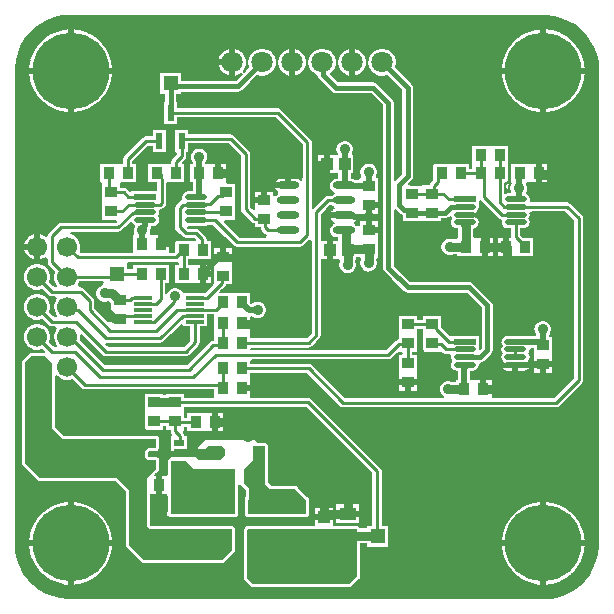
<source format=gtl>
G04*
G04 #@! TF.GenerationSoftware,Altium Limited,Altium Designer,22.3.1 (43)*
G04*
G04 Layer_Physical_Order=1*
G04 Layer_Color=255*
%FSLAX25Y25*%
%MOIN*%
G70*
G04*
G04 #@! TF.SameCoordinates,2454C8F7-4EAD-40B7-BFB8-64AA641CEC59*
G04*
G04*
G04 #@! TF.FilePolarity,Positive*
G04*
G01*
G75*
%ADD16R,0.03937X0.03740*%
%ADD17R,0.03937X0.03543*%
G04:AMPARAMS|DCode=18|XSize=73.09mil|YSize=19.61mil|CornerRadius=9.8mil|HoleSize=0mil|Usage=FLASHONLY|Rotation=0.000|XOffset=0mil|YOffset=0mil|HoleType=Round|Shape=RoundedRectangle|*
%AMROUNDEDRECTD18*
21,1,0.07309,0.00000,0,0,0.0*
21,1,0.05348,0.01961,0,0,0.0*
1,1,0.01961,0.02674,0.00000*
1,1,0.01961,-0.02674,0.00000*
1,1,0.01961,-0.02674,0.00000*
1,1,0.01961,0.02674,0.00000*
%
%ADD18ROUNDEDRECTD18*%
%ADD19R,0.07309X0.01961*%
%ADD20R,0.03543X0.03937*%
%ADD21R,0.03740X0.03937*%
%ADD22O,0.07480X0.02362*%
%ADD23R,0.03937X0.03937*%
%ADD24R,0.05512X0.04134*%
%ADD25R,0.03937X0.03937*%
%ADD26R,0.03937X0.02953*%
%ADD27R,0.12205X0.03543*%
%ADD28R,0.19291X0.04724*%
%ADD29R,0.03740X0.03937*%
%ADD30R,0.03543X0.02362*%
%ADD31R,0.05906X0.01181*%
%ADD32R,0.02362X0.05315*%
%ADD52C,0.00800*%
%ADD53R,0.05000X0.05000*%
%ADD54C,0.02000*%
%ADD55C,0.01500*%
%ADD56C,0.01000*%
%ADD57C,0.03000*%
%ADD58C,0.25591*%
%ADD59C,0.06693*%
%ADD60C,0.07087*%
%ADD61C,0.03543*%
G36*
X20484Y195830D02*
X20499Y195832D01*
X20514Y195829D01*
X176850D01*
X176858Y195831D01*
X176867Y195829D01*
X178135Y195850D01*
X180653Y195547D01*
X183108Y194906D01*
X185453Y193939D01*
X187645Y192664D01*
X189646Y191104D01*
X191416Y189288D01*
X192925Y187249D01*
X194144Y185024D01*
X195051Y182655D01*
X195629Y180186D01*
X195869Y177655D01*
X195830Y176368D01*
X195832Y176352D01*
X195829Y176337D01*
Y20000D01*
X195831Y19992D01*
X195829Y19984D01*
X195850Y18716D01*
X195547Y16197D01*
X194906Y13743D01*
X193939Y11398D01*
X192664Y9205D01*
X191104Y7205D01*
X189288Y5434D01*
X187249Y3925D01*
X185024Y2706D01*
X182655Y1799D01*
X180186Y1221D01*
X177655Y982D01*
X176368Y1021D01*
X176352Y1018D01*
X176337Y1021D01*
X20000Y1021D01*
X19992Y1020D01*
X19984Y1021D01*
X18716Y1001D01*
X16197Y1304D01*
X13743Y1944D01*
X11398Y2911D01*
X9205Y4186D01*
X7205Y5746D01*
X5434Y7563D01*
X3925Y9602D01*
X2706Y11826D01*
X1799Y14195D01*
X1221Y16665D01*
X982Y19196D01*
X1021Y20483D01*
X1018Y20498D01*
X1021Y20514D01*
X1022Y176852D01*
X1021Y176860D01*
X1022Y176868D01*
X1002Y178136D01*
X1305Y180654D01*
X1946Y183108D01*
X2912Y185453D01*
X4187Y187645D01*
X5747Y189645D01*
X7563Y191416D01*
X9602Y192924D01*
X11826Y194143D01*
X14195Y195050D01*
X16664Y195628D01*
X19195Y195868D01*
X20484Y195830D01*
D02*
G37*
%LPC*%
G36*
X72500Y184436D02*
X71746Y184234D01*
X70710Y183635D01*
X69864Y182790D01*
X69266Y181754D01*
X69064Y181000D01*
X72500D01*
Y184436D01*
D02*
G37*
G36*
X124098Y184543D02*
X122902D01*
X121746Y184234D01*
X120710Y183635D01*
X119864Y182790D01*
X119266Y181754D01*
X118993Y180734D01*
X118007D01*
X117734Y181754D01*
X117136Y182790D01*
X116290Y183635D01*
X115254Y184234D01*
X114500Y184436D01*
Y180000D01*
Y175564D01*
X115254Y175766D01*
X116290Y176365D01*
X117136Y177210D01*
X117734Y178246D01*
X118007Y179267D01*
X118993D01*
X119266Y178246D01*
X119864Y177210D01*
X120710Y176365D01*
X121746Y175766D01*
X122902Y175457D01*
X124098D01*
X125220Y175757D01*
X130216Y170761D01*
Y142739D01*
X128284Y140808D01*
X127284Y141222D01*
Y166500D01*
X127284Y166500D01*
X127148Y167183D01*
X126762Y167762D01*
X126762Y167762D01*
X121762Y172762D01*
X121183Y173149D01*
X120500Y173284D01*
X108739D01*
X106216Y175807D01*
X106290Y176365D01*
X107135Y177210D01*
X107734Y178246D01*
X108007Y179267D01*
X108993D01*
X109266Y178246D01*
X109864Y177210D01*
X110710Y176365D01*
X111746Y175766D01*
X112500Y175564D01*
Y180000D01*
Y184436D01*
X111746Y184234D01*
X110710Y183635D01*
X109864Y182790D01*
X109266Y181754D01*
X108993Y180734D01*
X108007D01*
X107734Y181754D01*
X107135Y182790D01*
X106290Y183635D01*
X105254Y184234D01*
X104098Y184543D01*
X102902D01*
X101746Y184234D01*
X100710Y183635D01*
X99865Y182790D01*
X99266Y181754D01*
X98993Y180734D01*
X98007D01*
X97734Y181754D01*
X97136Y182790D01*
X96290Y183635D01*
X95254Y184234D01*
X94500Y184436D01*
Y180000D01*
Y175564D01*
X95254Y175766D01*
X96290Y176365D01*
X97136Y177210D01*
X97734Y178246D01*
X98007Y179267D01*
X98993D01*
X99266Y178246D01*
X99865Y177210D01*
X100710Y176365D01*
X101746Y175766D01*
X101870Y175733D01*
X101978Y175190D01*
X102365Y174611D01*
X106738Y170238D01*
X106738Y170238D01*
X107317Y169852D01*
X108000Y169716D01*
X119761D01*
X123716Y165761D01*
Y111500D01*
X123852Y110817D01*
X124238Y110238D01*
X130738Y103738D01*
X130738Y103738D01*
X131317Y103351D01*
X132000Y103216D01*
X151761D01*
X156716Y98261D01*
Y85649D01*
X156643Y85528D01*
X156639Y85526D01*
X155639Y86123D01*
Y88819D01*
X146330D01*
X146330Y88819D01*
Y88819D01*
X145530Y89282D01*
X142968Y91844D01*
Y95421D01*
X137031D01*
Y94179D01*
X134968D01*
Y95421D01*
X129032D01*
Y90122D01*
X129032Y89878D01*
Y89122D01*
X129032Y88878D01*
Y87630D01*
X128532Y87530D01*
X128036Y87199D01*
X124866Y84029D01*
X99394D01*
X99296Y85029D01*
X99585Y85087D01*
X100081Y85419D01*
X102581Y87919D01*
X102913Y88415D01*
X103029Y89000D01*
Y113552D01*
X103079Y114532D01*
X104029Y114532D01*
X105047D01*
Y117500D01*
Y120468D01*
X103079Y120468D01*
X103029Y121448D01*
Y129367D01*
X105722Y132059D01*
X106309Y132269D01*
X107037Y131819D01*
X107022Y130793D01*
X106620Y130525D01*
X106238Y129953D01*
X110752D01*
Y127953D01*
X106238D01*
X106620Y127380D01*
X107194Y126997D01*
X107275Y126453D01*
X107194Y125908D01*
X106620Y125525D01*
X106138Y124804D01*
X105969Y123953D01*
X106138Y123102D01*
X106620Y122380D01*
X107342Y121898D01*
X108193Y121729D01*
X108935D01*
Y120468D01*
X107047D01*
Y117500D01*
Y114532D01*
X109140D01*
X109417Y113570D01*
X109228Y112865D01*
Y112135D01*
X109417Y111430D01*
X109782Y110798D01*
X110298Y110282D01*
X110930Y109917D01*
X111635Y109728D01*
X112365D01*
X113070Y109917D01*
X113702Y110282D01*
X114218Y110798D01*
X114583Y111430D01*
X114772Y112135D01*
Y112865D01*
X114583Y113570D01*
X114919Y114532D01*
X114921D01*
Y115126D01*
X116032D01*
Y114980D01*
X116044D01*
X116362Y114204D01*
X116393Y113980D01*
X116228Y113365D01*
Y112635D01*
X116417Y111930D01*
X116782Y111298D01*
X117298Y110782D01*
X117930Y110417D01*
X118635Y110228D01*
X119365D01*
X120070Y110417D01*
X120702Y110782D01*
X121218Y111298D01*
X121583Y111930D01*
X121772Y112635D01*
Y113365D01*
X121607Y113980D01*
X121638Y114204D01*
X121956Y114980D01*
X121968D01*
Y120280D01*
X121968Y121000D01*
X121968Y121721D01*
Y123150D01*
X119000D01*
Y124150D01*
X118000D01*
Y127020D01*
X116032D01*
Y125607D01*
X115032Y125304D01*
X114883Y125525D01*
X114311Y125908D01*
X114229Y126453D01*
X114311Y126997D01*
X114883Y127380D01*
X115366Y128102D01*
X115486Y128706D01*
X115745Y129074D01*
X116449Y129480D01*
X118000D01*
Y132350D01*
X119000D01*
Y133350D01*
X121968D01*
Y134780D01*
X121968Y135500D01*
X121968Y136221D01*
Y141520D01*
X121968D01*
X121626Y142378D01*
X121607Y142520D01*
X121772Y143135D01*
Y143865D01*
X121583Y144570D01*
X121218Y145202D01*
X120702Y145718D01*
X120070Y146083D01*
X119365Y146272D01*
X118635D01*
X117930Y146083D01*
X117298Y145718D01*
X116782Y145202D01*
X116417Y144570D01*
X116228Y143865D01*
Y143135D01*
X116393Y142520D01*
X116374Y142378D01*
X116032Y141520D01*
X115279Y140923D01*
X114289D01*
X114162Y141007D01*
X113311Y141177D01*
X112992D01*
Y143032D01*
X113921D01*
Y148969D01*
X113921D01*
X113584Y149928D01*
X113593Y149969D01*
X113772Y150635D01*
Y151365D01*
X113583Y152070D01*
X113218Y152702D01*
X112702Y153218D01*
X112070Y153583D01*
X111365Y153772D01*
X110635D01*
X109930Y153583D01*
X109298Y153218D01*
X108782Y152702D01*
X108417Y152070D01*
X108228Y151365D01*
Y150635D01*
X108407Y149969D01*
X108416Y149929D01*
X107818Y148969D01*
X106047D01*
Y146000D01*
Y143032D01*
X108914D01*
Y141177D01*
X108193D01*
X107342Y141007D01*
X106620Y140525D01*
X106138Y139804D01*
X105969Y138953D01*
X106138Y138102D01*
X106620Y137380D01*
X107194Y136997D01*
X107275Y136453D01*
X107194Y135908D01*
X106620Y135525D01*
X106592Y135482D01*
X105453D01*
X104867Y135366D01*
X104371Y135034D01*
X101029Y131692D01*
X100029Y132106D01*
Y153500D01*
X99913Y154085D01*
X99581Y154581D01*
X89937Y164226D01*
X89440Y164558D01*
X88855Y164674D01*
X55181D01*
Y166882D01*
X54784D01*
Y169500D01*
X56500D01*
Y170216D01*
X75500D01*
X76183Y170352D01*
X76762Y170738D01*
X81780Y175757D01*
X82902Y175457D01*
X84098D01*
X85254Y175766D01*
X86290Y176365D01*
X87135Y177210D01*
X87734Y178246D01*
X88007Y179267D01*
X88993D01*
X89266Y178246D01*
X89864Y177210D01*
X90710Y176365D01*
X91746Y175766D01*
X92500Y175564D01*
Y180000D01*
Y184436D01*
X91746Y184234D01*
X90710Y183635D01*
X89864Y182790D01*
X89266Y181754D01*
X88993Y180734D01*
X88007D01*
X87734Y181754D01*
X87135Y182790D01*
X86290Y183635D01*
X85254Y184234D01*
X84098Y184543D01*
X82902D01*
X81746Y184234D01*
X80710Y183635D01*
X79865Y182790D01*
X79266Y181754D01*
X78993Y180734D01*
X78007D01*
X77734Y181754D01*
X77135Y182790D01*
X76290Y183635D01*
X75254Y184234D01*
X74500Y184436D01*
Y180000D01*
Y175564D01*
X75254Y175766D01*
X75431Y175869D01*
X76045Y175069D01*
X74761Y173784D01*
X56500D01*
Y176500D01*
X49500D01*
Y169500D01*
X51216D01*
Y166882D01*
X50819D01*
Y159567D01*
X55181D01*
Y161616D01*
X88222D01*
X96971Y152866D01*
Y141304D01*
X95971Y140798D01*
X95658Y141007D01*
X94807Y141177D01*
X93248D01*
Y138953D01*
X92248D01*
Y137953D01*
X87734D01*
X88117Y137380D01*
X88690Y136997D01*
X88771Y136453D01*
X88690Y135908D01*
X88117Y135525D01*
X87968Y135304D01*
X86968Y135607D01*
Y136921D01*
X85000D01*
Y134150D01*
X84000D01*
Y133150D01*
X81032D01*
Y131546D01*
X80206Y130957D01*
X79529Y131633D01*
Y149500D01*
X79413Y150085D01*
X79081Y150581D01*
X74081Y155581D01*
X73585Y155913D01*
X73000Y156029D01*
X58921D01*
Y157433D01*
X54559D01*
Y150118D01*
X54594D01*
X54955Y149118D01*
X53568Y147731D01*
X53237Y147235D01*
X53120Y146650D01*
Y145968D01*
X51878D01*
X51878Y145968D01*
X51122D01*
Y145968D01*
X50878Y145968D01*
X45579D01*
Y140032D01*
X48530D01*
Y137098D01*
X39910D01*
Y137098D01*
X38955Y137208D01*
X38432Y137731D01*
X37936Y138063D01*
X37350Y138179D01*
X36325D01*
X35969Y139179D01*
X35969Y139520D01*
X36757Y140032D01*
X41421D01*
Y145968D01*
X40179D01*
Y147016D01*
X45409Y152246D01*
X47079D01*
Y150118D01*
X51441D01*
Y157433D01*
X47079D01*
Y155305D01*
X44776D01*
X44190Y155189D01*
X43694Y154857D01*
X37568Y148731D01*
X37237Y148235D01*
X37120Y147650D01*
Y145973D01*
X36120Y145968D01*
X35878Y145968D01*
X35122D01*
X34878Y145968D01*
X29579D01*
Y140032D01*
X29579D01*
X30031Y139520D01*
Y133780D01*
X30031D01*
Y133221D01*
X30031D01*
Y127480D01*
X30031D01*
X29913Y126529D01*
X16500D01*
X15915Y126413D01*
X15419Y126081D01*
X12419Y123081D01*
X12087Y122585D01*
X12069Y122493D01*
X11628Y122240D01*
X11035Y122072D01*
X11001Y122075D01*
X10178Y122550D01*
X9500Y122732D01*
Y118500D01*
Y114268D01*
X10178Y114450D01*
X10971Y114908D01*
X11971Y114549D01*
Y113500D01*
X12087Y112915D01*
X12419Y112419D01*
X14526Y110311D01*
X14450Y110178D01*
X14154Y109072D01*
Y107928D01*
X14450Y106822D01*
X14508Y106721D01*
X14010Y105584D01*
X13658Y105505D01*
X12473Y106689D01*
X12550Y106822D01*
X12846Y107928D01*
Y109072D01*
X12550Y110178D01*
X11978Y111169D01*
X11169Y111978D01*
X10178Y112550D01*
X9072Y112847D01*
X7928D01*
X6822Y112550D01*
X5831Y111978D01*
X5022Y111169D01*
X4450Y110178D01*
X4154Y109072D01*
Y107928D01*
X4450Y106822D01*
X5022Y105831D01*
X5831Y105022D01*
X6822Y104450D01*
X7928Y104154D01*
X9072D01*
X10178Y104450D01*
X10311Y104526D01*
X12419Y102419D01*
X12915Y102087D01*
X13500Y101971D01*
X14549D01*
X14908Y100971D01*
X14450Y100178D01*
X14154Y99072D01*
Y97928D01*
X14450Y96822D01*
X14508Y96721D01*
X14010Y95584D01*
X13658Y95505D01*
X12473Y96689D01*
X12550Y96822D01*
X12846Y97928D01*
Y99072D01*
X12550Y100178D01*
X11978Y101169D01*
X11169Y101978D01*
X10178Y102550D01*
X9072Y102847D01*
X7928D01*
X6822Y102550D01*
X5831Y101978D01*
X5022Y101169D01*
X4450Y100178D01*
X4154Y99072D01*
Y97928D01*
X4450Y96822D01*
X5022Y95831D01*
X5831Y95022D01*
X6822Y94450D01*
X7928Y94153D01*
X9072D01*
X10178Y94450D01*
X10311Y94526D01*
X12419Y92419D01*
X12915Y92087D01*
X13500Y91971D01*
X14549D01*
X14908Y90971D01*
X14450Y90178D01*
X14154Y89072D01*
Y87928D01*
X14450Y86822D01*
X14508Y86721D01*
X14010Y85584D01*
X13658Y85505D01*
X12473Y86689D01*
X12550Y86822D01*
X12846Y87928D01*
Y89072D01*
X12550Y90178D01*
X11978Y91169D01*
X11169Y91978D01*
X10178Y92550D01*
X9072Y92847D01*
X7928D01*
X6822Y92550D01*
X5831Y91978D01*
X5022Y91169D01*
X4450Y90178D01*
X4154Y89072D01*
Y87928D01*
X4450Y86822D01*
X5022Y85831D01*
X5831Y85022D01*
X6822Y84450D01*
X7928Y84153D01*
X9072D01*
X9880Y84370D01*
X10272Y84020D01*
X9998Y83181D01*
X9862Y83020D01*
X6500D01*
X6110Y82942D01*
X5779Y82721D01*
X3779Y80721D01*
X3558Y80390D01*
X3480Y80000D01*
Y46500D01*
X3558Y46110D01*
X3779Y45779D01*
X8779Y40779D01*
X9110Y40558D01*
X9500Y40480D01*
X34578D01*
X37980Y37078D01*
X37980Y19000D01*
X38058Y18610D01*
X38279Y18279D01*
X43279Y13279D01*
X43610Y13058D01*
X44000Y12980D01*
X70000D01*
X70390Y13058D01*
X70721Y13279D01*
X74221Y16779D01*
X74442Y17110D01*
X74520Y17500D01*
X74520Y24500D01*
X74442Y24890D01*
X74221Y25221D01*
X73890Y25442D01*
X73500Y25520D01*
X46422D01*
X46020Y25922D01*
Y35058D01*
X46083Y36031D01*
X47953D01*
Y39000D01*
Y42606D01*
X47834Y42892D01*
X48521Y43579D01*
X49047D01*
Y47941D01*
X48908D01*
X48721Y48221D01*
X48390Y48442D01*
X48000Y48520D01*
X45922D01*
X45520Y48922D01*
Y50078D01*
X45922Y50480D01*
X48000D01*
X48390Y50558D01*
X48721Y50779D01*
X48908Y51059D01*
X49047D01*
Y55421D01*
X48421D01*
X48390Y55442D01*
X48000Y55520D01*
X17422D01*
X14520Y58422D01*
Y74919D01*
X15520Y75334D01*
X15831Y75022D01*
X16822Y74450D01*
X17928Y74154D01*
X19072D01*
X20178Y74450D01*
X20311Y74527D01*
X23419Y71419D01*
X23915Y71087D01*
X24500Y70971D01*
X67480D01*
X67480Y68532D01*
X66626Y68179D01*
X57468D01*
Y69421D01*
X51531D01*
Y69199D01*
X50468D01*
Y69520D01*
X44532D01*
Y64220D01*
X44532Y63500D01*
X44532Y62779D01*
Y57480D01*
X50468D01*
Y58821D01*
X51531D01*
Y57579D01*
X52971D01*
Y57000D01*
X53087Y56415D01*
X52953Y55421D01*
X52953D01*
Y51059D01*
Y50500D01*
X54000D01*
Y51000D01*
X58496D01*
Y55421D01*
X57529D01*
Y55500D01*
X57413Y56085D01*
X57081Y56581D01*
X57008Y56655D01*
X57391Y57579D01*
X57468D01*
Y58471D01*
X58579D01*
Y57032D01*
X63878D01*
X64122Y57032D01*
X64878D01*
X65122Y57032D01*
X66650D01*
Y60000D01*
Y62968D01*
X65122D01*
X64878Y62968D01*
X64122D01*
X63878Y62968D01*
X58579D01*
Y61529D01*
X57468D01*
Y62878D01*
X57468Y63122D01*
Y63878D01*
X57468Y64120D01*
X57473Y65120D01*
X98217D01*
X120242Y43095D01*
Y25500D01*
X118500D01*
Y24777D01*
X116651D01*
X115931Y25339D01*
X115756Y25524D01*
Y26476D01*
X115756Y26524D01*
Y28543D01*
X112000D01*
X108244D01*
Y26524D01*
X108244Y26476D01*
Y25524D01*
X107968Y25483D01*
X106968Y26270D01*
Y27453D01*
X104000D01*
X101031D01*
Y25382D01*
X78854D01*
X78756Y25362D01*
X77854D01*
Y24804D01*
X77779Y24729D01*
X77558Y24398D01*
X77480Y24008D01*
Y8000D01*
X77558Y7610D01*
X77779Y7279D01*
X79779Y5279D01*
X80110Y5058D01*
X80500Y4980D01*
X112500D01*
X112890Y5058D01*
X113221Y5279D01*
X115721Y7779D01*
X115942Y8110D01*
X116020Y8500D01*
Y19679D01*
X118500D01*
Y18500D01*
X125500D01*
Y25500D01*
X123301D01*
Y43728D01*
X123185Y44314D01*
X122853Y44810D01*
X99932Y67731D01*
X99436Y68063D01*
X98850Y68179D01*
X80374D01*
X79520Y68532D01*
X79520Y69179D01*
Y70500D01*
X76650D01*
Y72500D01*
X79520D01*
Y74072D01*
X79520Y74468D01*
X79421Y75428D01*
Y76471D01*
X98366D01*
X109419Y65419D01*
X109915Y65087D01*
X110500Y64971D01*
X181500D01*
X182085Y65087D01*
X182581Y65419D01*
X190081Y72919D01*
X190413Y73415D01*
X190529Y74000D01*
Y128000D01*
X190413Y128585D01*
X190081Y129081D01*
X186243Y132920D01*
X185747Y133252D01*
X185161Y133368D01*
X173486D01*
X172661Y134339D01*
X172508Y135111D01*
X172070Y135766D01*
X171415Y136204D01*
X171645Y137162D01*
X171772Y137635D01*
Y138365D01*
X171593Y139032D01*
X171584Y139071D01*
X172182Y140032D01*
X173221Y140032D01*
X174650D01*
Y143000D01*
Y145968D01*
X173221D01*
X172500Y145968D01*
X171780Y145968D01*
X167467D01*
X166541Y145968D01*
X166384Y145978D01*
X166359Y145981D01*
X165533Y146489D01*
X165520Y146987D01*
Y151969D01*
X159780D01*
Y151969D01*
X159221D01*
Y151969D01*
X153480D01*
Y146031D01*
X153480D01*
X153579Y145968D01*
Y144529D01*
X152421D01*
Y145968D01*
X147122D01*
X146878Y145968D01*
X146122D01*
X145878Y145968D01*
X140579D01*
Y140742D01*
X139852Y140015D01*
X139521Y139519D01*
X139422Y139020D01*
X137428D01*
X137031Y139020D01*
X137031Y139020D01*
X136469Y138921D01*
Y138921D01*
X132751D01*
X132369Y139845D01*
X133262Y140738D01*
X133649Y141317D01*
X133784Y142000D01*
Y171500D01*
X133784Y171500D01*
X133649Y172183D01*
X133262Y172762D01*
X133262Y172762D01*
X127743Y178280D01*
X128043Y179402D01*
Y180598D01*
X127734Y181754D01*
X127136Y182790D01*
X126290Y183635D01*
X125254Y184234D01*
X124098Y184543D01*
D02*
G37*
G36*
X178251Y190961D02*
X178165D01*
Y178165D01*
X190961D01*
Y178251D01*
X190621Y180396D01*
X189950Y182461D01*
X188964Y184396D01*
X187688Y186152D01*
X186152Y187688D01*
X184396Y188964D01*
X182461Y189950D01*
X180396Y190621D01*
X178251Y190961D01*
D02*
G37*
G36*
X176165D02*
X176080D01*
X173935Y190621D01*
X171870Y189950D01*
X169935Y188964D01*
X168178Y187688D01*
X166643Y186152D01*
X165367Y184396D01*
X164381Y182461D01*
X163710Y180396D01*
X163370Y178251D01*
Y178165D01*
X176165D01*
Y190961D01*
D02*
G37*
G36*
X20771D02*
X20685D01*
Y178165D01*
X33480D01*
Y178251D01*
X33141Y180396D01*
X32470Y182461D01*
X31484Y184396D01*
X30207Y186152D01*
X28672Y187688D01*
X26915Y188964D01*
X24981Y189950D01*
X22915Y190621D01*
X20771Y190961D01*
D02*
G37*
G36*
X18685D02*
X18599D01*
X16455Y190621D01*
X14390Y189950D01*
X12455Y188964D01*
X10698Y187688D01*
X9163Y186152D01*
X7886Y184396D01*
X6900Y182461D01*
X6229Y180396D01*
X5890Y178251D01*
Y178165D01*
X18685D01*
Y190961D01*
D02*
G37*
G36*
X72500Y179000D02*
X69064D01*
X69266Y178246D01*
X69864Y177210D01*
X70710Y176365D01*
X71746Y175766D01*
X72500Y175564D01*
Y179000D01*
D02*
G37*
G36*
X190961Y176165D02*
X178165D01*
Y163370D01*
X178251D01*
X180396Y163710D01*
X182461Y164381D01*
X184396Y165367D01*
X186152Y166643D01*
X187688Y168178D01*
X188964Y169935D01*
X189950Y171870D01*
X190621Y173935D01*
X190961Y176080D01*
Y176165D01*
D02*
G37*
G36*
X176165D02*
X163370D01*
Y176080D01*
X163710Y173935D01*
X164381Y171870D01*
X165367Y169935D01*
X166643Y168178D01*
X168178Y166643D01*
X169935Y165367D01*
X171870Y164381D01*
X173935Y163710D01*
X176080Y163370D01*
X176165D01*
Y176165D01*
D02*
G37*
G36*
X33480D02*
X20685D01*
Y163370D01*
X20771D01*
X22915Y163710D01*
X24981Y164381D01*
X26915Y165367D01*
X28672Y166643D01*
X30207Y168178D01*
X31484Y169935D01*
X32470Y171870D01*
X33141Y173935D01*
X33480Y176080D01*
Y176165D01*
D02*
G37*
G36*
X18685D02*
X5890D01*
Y176080D01*
X6229Y173935D01*
X6900Y171870D01*
X7886Y169935D01*
X9163Y168178D01*
X10698Y166643D01*
X12455Y165367D01*
X14390Y164381D01*
X16455Y163710D01*
X18599Y163370D01*
X18685D01*
Y176165D01*
D02*
G37*
G36*
X104047Y148969D02*
X102079D01*
Y147000D01*
X104047D01*
Y148969D01*
D02*
G37*
G36*
X176650Y145968D02*
Y144000D01*
X178520D01*
Y145968D01*
X176650D01*
D02*
G37*
G36*
X104047Y145000D02*
X102079D01*
Y143032D01*
X104047D01*
Y145000D01*
D02*
G37*
G36*
X178520Y142000D02*
X176650D01*
Y140032D01*
X178520D01*
Y142000D01*
D02*
G37*
G36*
X91248Y141177D02*
X89689D01*
X88838Y141007D01*
X88117Y140525D01*
X87734Y139953D01*
X91248D01*
Y141177D01*
D02*
G37*
G36*
X83000Y136921D02*
X81032D01*
Y135150D01*
X83000D01*
Y136921D01*
D02*
G37*
G36*
X121968Y131350D02*
X120000D01*
Y129480D01*
X121968D01*
Y131350D01*
D02*
G37*
G36*
Y127020D02*
X120000D01*
Y125150D01*
X121968D01*
Y127020D01*
D02*
G37*
G36*
X7500Y122732D02*
X6822Y122550D01*
X5831Y121978D01*
X5022Y121169D01*
X4450Y120178D01*
X4268Y119500D01*
X7500D01*
Y122732D01*
D02*
G37*
G36*
Y117500D02*
X4268D01*
X4450Y116822D01*
X5022Y115831D01*
X5831Y115022D01*
X6822Y114450D01*
X7500Y114268D01*
Y117500D01*
D02*
G37*
G36*
X68650Y62968D02*
Y61000D01*
X70421D01*
Y62968D01*
X68650D01*
D02*
G37*
G36*
X70421Y59000D02*
X68650D01*
Y57032D01*
X70421D01*
Y59000D01*
D02*
G37*
G36*
X69500Y54000D02*
X69461Y53961D01*
X64461D01*
X62000Y51500D01*
Y51000D01*
X64500D01*
X65500Y52000D01*
X70000D01*
X71000Y51000D01*
Y49000D01*
X69500Y47500D01*
X62500D01*
X61500Y48500D01*
X55724D01*
D01*
X52953D01*
Y48010D01*
X52610Y47942D01*
X52279Y47721D01*
X52058Y47390D01*
X51980Y47000D01*
Y42903D01*
X51823Y41969D01*
X50980Y41969D01*
X49953D01*
Y39000D01*
Y36031D01*
X51823D01*
X51980Y35097D01*
Y30051D01*
X51912Y29949D01*
X51835Y29559D01*
X51912Y29169D01*
X52133Y28838D01*
X52354Y28690D01*
Y28559D01*
X52756D01*
X52854Y28539D01*
X74203D01*
X74500Y28480D01*
X74890Y28558D01*
X75221Y28779D01*
X75442Y29110D01*
X75520Y29500D01*
Y38185D01*
X76442Y38894D01*
X76736Y38843D01*
X76779Y38779D01*
X77980Y37578D01*
Y35205D01*
X77854D01*
Y34303D01*
X77835Y34205D01*
Y29480D01*
X77854Y29382D01*
Y28480D01*
X78756D01*
X78854Y28461D01*
X98146D01*
X98244Y28480D01*
X99146D01*
Y29382D01*
X99165Y29480D01*
Y34205D01*
X99146Y34303D01*
Y35205D01*
X98588D01*
X95602Y38190D01*
Y38748D01*
X94701D01*
X94602Y38768D01*
X86674D01*
X85520Y39922D01*
Y52000D01*
X85469Y52257D01*
Y52476D01*
X85384D01*
X85221Y52721D01*
X84890Y52942D01*
X84500Y53020D01*
X81980D01*
X81000Y54000D01*
X69500Y54000D01*
D02*
G37*
G36*
X115756Y32610D02*
X113000D01*
Y30543D01*
X115756D01*
Y32610D01*
D02*
G37*
G36*
X111000D02*
X108244D01*
Y30543D01*
X111000D01*
Y32610D01*
D02*
G37*
G36*
X106968Y31421D02*
X105000D01*
Y29453D01*
X106968D01*
Y31421D01*
D02*
G37*
G36*
X103000D02*
X101031D01*
Y29453D01*
X103000D01*
Y31421D01*
D02*
G37*
G36*
X178251Y33480D02*
X178165D01*
Y20685D01*
X190961D01*
Y20771D01*
X190621Y22915D01*
X189950Y24981D01*
X188964Y26915D01*
X187688Y28672D01*
X186152Y30207D01*
X184396Y31484D01*
X182461Y32470D01*
X180396Y33141D01*
X178251Y33480D01*
D02*
G37*
G36*
X176165D02*
X176080D01*
X173935Y33141D01*
X171870Y32470D01*
X169935Y31484D01*
X168178Y30207D01*
X166643Y28672D01*
X165367Y26915D01*
X164381Y24981D01*
X163710Y22915D01*
X163370Y20771D01*
Y20685D01*
X176165D01*
Y33480D01*
D02*
G37*
G36*
X20771D02*
X20685D01*
Y20685D01*
X33480D01*
Y20771D01*
X33141Y22915D01*
X32470Y24981D01*
X31484Y26915D01*
X30207Y28672D01*
X28672Y30207D01*
X26915Y31484D01*
X24981Y32470D01*
X22915Y33141D01*
X20771Y33480D01*
D02*
G37*
G36*
X18685D02*
X18599D01*
X16455Y33141D01*
X14390Y32470D01*
X12455Y31484D01*
X10698Y30207D01*
X9163Y28672D01*
X7886Y26915D01*
X6900Y24981D01*
X6229Y22915D01*
X5890Y20771D01*
Y20685D01*
X18685D01*
Y33480D01*
D02*
G37*
G36*
X190961Y18685D02*
X178165D01*
Y5890D01*
X178251D01*
X180396Y6229D01*
X182461Y6900D01*
X184396Y7886D01*
X186152Y9163D01*
X187688Y10698D01*
X188964Y12455D01*
X189950Y14390D01*
X190621Y16455D01*
X190961Y18599D01*
Y18685D01*
D02*
G37*
G36*
X176165D02*
X163370D01*
Y18599D01*
X163710Y16455D01*
X164381Y14390D01*
X165367Y12455D01*
X166643Y10698D01*
X168178Y9163D01*
X169935Y7886D01*
X171870Y6900D01*
X173935Y6229D01*
X176080Y5890D01*
X176165D01*
Y18685D01*
D02*
G37*
G36*
X33480D02*
X20685D01*
Y5890D01*
X20771D01*
X22915Y6229D01*
X24981Y6900D01*
X26915Y7886D01*
X28672Y9163D01*
X30207Y10698D01*
X31484Y12455D01*
X32470Y14390D01*
X33141Y16455D01*
X33480Y18599D01*
Y18685D01*
D02*
G37*
G36*
X18685D02*
X5890D01*
Y18599D01*
X6229Y16455D01*
X6900Y14390D01*
X7886Y12455D01*
X9163Y10698D01*
X10698Y9163D01*
X12455Y7886D01*
X14390Y6900D01*
X16455Y6229D01*
X18599Y5890D01*
X18685D01*
Y18685D01*
D02*
G37*
%LPD*%
G36*
X76471Y148866D02*
Y131000D01*
X76587Y130415D01*
X76919Y129919D01*
X80036Y126801D01*
X80532Y126470D01*
X81032Y126370D01*
Y125079D01*
X82971D01*
Y125000D01*
X83087Y124415D01*
X83419Y123919D01*
X84466Y122871D01*
X84962Y122540D01*
X85014Y122529D01*
X84916Y121529D01*
X75760D01*
X70635Y126655D01*
X71017Y127579D01*
X74468D01*
Y133122D01*
X74468Y133122D01*
Y133878D01*
X74468D01*
X74468Y134122D01*
Y139421D01*
X72267D01*
X71520Y140032D01*
X71520Y140421D01*
Y142000D01*
X68650D01*
Y143000D01*
X67650D01*
Y145968D01*
X66220D01*
X65220Y145968D01*
X65071Y146216D01*
X64816Y146968D01*
X65083Y147430D01*
X65272Y148135D01*
Y148865D01*
X65083Y149570D01*
X64718Y150202D01*
X64202Y150718D01*
X63570Y151083D01*
X62865Y151272D01*
X62135D01*
X61430Y151083D01*
X60798Y150718D01*
X60282Y150202D01*
X59917Y149570D01*
X59728Y148865D01*
Y148135D01*
X59917Y147430D01*
X60184Y146968D01*
X59969Y146332D01*
X59724Y145968D01*
X59480D01*
Y140032D01*
X60311D01*
Y137137D01*
X58826D01*
X58053Y136984D01*
X57398Y136546D01*
X56960Y135891D01*
X56807Y135118D01*
X56826Y135021D01*
X56855Y134856D01*
X56403Y133972D01*
X55907Y133641D01*
X54919Y132652D01*
X54587Y132156D01*
X54471Y131571D01*
Y125000D01*
X54587Y124415D01*
X54919Y123919D01*
X56919Y121919D01*
X57415Y121587D01*
X58000Y121471D01*
X59917D01*
X60109Y121185D01*
X59680Y120468D01*
X54579D01*
Y116891D01*
X54217Y116529D01*
X53519D01*
X52520Y116532D01*
X52520Y117529D01*
Y118500D01*
X49650D01*
Y119500D01*
X48650D01*
Y122468D01*
X46954D01*
X46826Y122536D01*
X46224Y123144D01*
X46226Y123466D01*
X46272Y123635D01*
Y124331D01*
X46448Y124595D01*
X46603Y125375D01*
Y125422D01*
X47238D01*
X48011Y125576D01*
X48666Y126013D01*
X49104Y126668D01*
X49257Y127441D01*
X49104Y128214D01*
X48765Y128720D01*
X49104Y129227D01*
X49257Y130000D01*
X49251Y130030D01*
X49448Y130913D01*
X49975Y131129D01*
X50059Y131146D01*
X50555Y131478D01*
X51140Y132063D01*
X51472Y132560D01*
X51588Y133145D01*
Y139151D01*
X51878Y140032D01*
X57421D01*
Y145968D01*
X57421D01*
X57131Y146968D01*
X57822Y147659D01*
X58153Y148155D01*
X58270Y148740D01*
Y150118D01*
X58921D01*
Y152971D01*
X72366D01*
X76471Y148866D01*
D02*
G37*
G36*
X162198Y128139D02*
X162694Y127807D01*
X163280Y127024D01*
X163280Y126691D01*
X163275Y126661D01*
X163428Y125889D01*
X163866Y125234D01*
X164521Y124796D01*
X165294Y124642D01*
X166439D01*
Y121879D01*
X166102Y121468D01*
X165850D01*
Y118500D01*
Y115532D01*
X167622D01*
X167622Y115532D01*
X168378D01*
Y115532D01*
X168622Y115532D01*
X173921D01*
Y121468D01*
X170541D01*
X169497Y122512D01*
Y124642D01*
X170642D01*
X171415Y124796D01*
X172070Y125234D01*
X172508Y125889D01*
X172661Y126661D01*
X172508Y127434D01*
X172169Y127941D01*
X172508Y128448D01*
X172661Y129220D01*
X172644Y129309D01*
X173407Y130309D01*
X184528D01*
X187471Y127366D01*
Y74634D01*
X180867Y68029D01*
X161019D01*
X160020Y68032D01*
X160020Y69029D01*
Y70000D01*
X157150D01*
Y71000D01*
X156150D01*
Y73968D01*
X154720D01*
X154279Y73968D01*
X153597D01*
X152890Y74676D01*
Y77142D01*
X153659D01*
X154432Y77296D01*
X155087Y77734D01*
X155525Y78389D01*
X155678Y79161D01*
X156220Y79936D01*
X156457Y79983D01*
X156903Y80072D01*
X157482Y80459D01*
X159762Y82738D01*
X159762Y82738D01*
X160149Y83317D01*
X160284Y84000D01*
Y99000D01*
X160149Y99683D01*
X159762Y100262D01*
X153762Y106262D01*
X153183Y106649D01*
X152500Y106784D01*
X132739D01*
X127284Y112239D01*
Y130278D01*
X128284Y130692D01*
X129366Y129610D01*
X129366Y129610D01*
X129945Y129224D01*
X130532Y129107D01*
Y127079D01*
X136469D01*
Y127079D01*
X137031Y126980D01*
X137031Y126980D01*
X137428Y126980D01*
X142968D01*
Y128066D01*
X144350D01*
X145033Y128202D01*
X145080Y128234D01*
X146229Y127971D01*
X146492Y127434D01*
X146339Y126661D01*
X146492Y125889D01*
X146930Y125234D01*
X147585Y124796D01*
X148358Y124642D01*
X148759D01*
X148801Y124579D01*
Y121468D01*
X148480D01*
Y121049D01*
X147128D01*
X147070Y121083D01*
X146365Y121272D01*
X145635D01*
X144930Y121083D01*
X144298Y120718D01*
X143782Y120202D01*
X143417Y119570D01*
X143228Y118865D01*
Y118135D01*
X143417Y117430D01*
X143782Y116798D01*
X144298Y116282D01*
X144930Y115917D01*
X145635Y115728D01*
X146365D01*
X147070Y115917D01*
X147128Y115951D01*
X148480D01*
Y115532D01*
X153779D01*
X154500Y115532D01*
X155220Y115532D01*
X156650D01*
Y118500D01*
Y121468D01*
X155220D01*
X154780Y121468D01*
X153899Y121758D01*
Y124248D01*
X153989Y124699D01*
X154479Y124796D01*
X155134Y125234D01*
X155572Y125889D01*
X155725Y126661D01*
X155572Y127434D01*
X155233Y127941D01*
X155420Y128220D01*
X154938D01*
X154479Y128527D01*
X153706Y128681D01*
X151032D01*
Y129760D01*
X153706D01*
X154479Y129914D01*
X154938Y130220D01*
X155420D01*
X155233Y130500D01*
X155572Y131007D01*
X155725Y131780D01*
X155687Y132358D01*
X155796Y133313D01*
X156687Y133651D01*
X162198Y128139D01*
D02*
G37*
G36*
X40313Y126236D02*
X40462Y126013D01*
X41117Y125576D01*
X40986Y125189D01*
X40917Y125070D01*
X40728Y124365D01*
Y123635D01*
X40773Y123468D01*
X40480Y122468D01*
X40480D01*
Y116532D01*
X39481Y116529D01*
X23490D01*
X22740Y117529D01*
X22846Y117928D01*
Y119072D01*
X22550Y120178D01*
X21978Y121169D01*
X21169Y121978D01*
X21147Y121991D01*
X20898Y123289D01*
X21041Y123471D01*
X35500D01*
X36085Y123587D01*
X36581Y123919D01*
X39124Y126461D01*
X40313Y126236D01*
D02*
G37*
G36*
X74045Y118919D02*
X74541Y118587D01*
X75127Y118471D01*
X96000D01*
X96585Y118587D01*
X97081Y118919D01*
X98971Y120808D01*
X99971Y120394D01*
Y89634D01*
X98366Y88029D01*
X79421D01*
Y89072D01*
X79520Y90031D01*
X79520Y90428D01*
Y92000D01*
X76650D01*
Y94000D01*
X79520D01*
Y94646D01*
X79820Y94892D01*
X80520Y95154D01*
X80930Y94917D01*
X81635Y94728D01*
X82365D01*
X83070Y94917D01*
X83702Y95282D01*
X84218Y95798D01*
X84583Y96430D01*
X84772Y97135D01*
Y97865D01*
X84583Y98570D01*
X84218Y99202D01*
X83702Y99718D01*
X83070Y100083D01*
X82365Y100272D01*
X81635D01*
X80930Y100083D01*
X80352Y99749D01*
X80088Y99847D01*
X79421Y100255D01*
Y102969D01*
X74122D01*
X73878Y102969D01*
X73122D01*
X72878Y102969D01*
X69938D01*
X69555Y103892D01*
X71081Y105419D01*
X71413Y105915D01*
X71426Y105980D01*
X73469D01*
Y111279D01*
X73469Y112000D01*
X73469Y112721D01*
Y114150D01*
X70500D01*
X67532D01*
Y112721D01*
X67532Y112000D01*
X67532Y111279D01*
Y107039D01*
X67520Y107034D01*
X66520Y107679D01*
Y108500D01*
X64650D01*
Y106532D01*
X66454D01*
X67115Y105778D01*
X64394Y103057D01*
X61205D01*
X61057Y103028D01*
X57161D01*
X56718Y103702D01*
X56202Y104218D01*
X55570Y104583D01*
X54865Y104772D01*
X54135D01*
X53430Y104583D01*
X52798Y104218D01*
X52282Y103702D01*
X52179Y103523D01*
X51179Y103791D01*
Y106532D01*
X52421D01*
Y112469D01*
X46878D01*
Y112469D01*
X46122D01*
Y112469D01*
X40579D01*
Y111029D01*
X38500D01*
Y113000D01*
X39305Y113471D01*
X53799D01*
X54517Y112471D01*
X54516Y112469D01*
X54480D01*
Y106532D01*
X59780D01*
X60500Y106532D01*
X61221Y106532D01*
X62650D01*
Y109500D01*
Y112469D01*
X61221D01*
X60500Y112469D01*
X59880Y112469D01*
X58880Y112710D01*
Y114532D01*
X60122D01*
Y114532D01*
X60878D01*
Y114532D01*
X66421D01*
Y120468D01*
X65029D01*
Y121000D01*
X64913Y121585D01*
X64581Y122081D01*
X62581Y124081D01*
X62085Y124413D01*
X62041Y124422D01*
X62139Y125422D01*
X64174D01*
X64947Y125576D01*
X65450Y125912D01*
X67052D01*
X74045Y118919D01*
D02*
G37*
G36*
X30812Y106680D02*
X30331Y105690D01*
X29930Y105583D01*
X29298Y105218D01*
X28782Y104702D01*
X28417Y104070D01*
X28228Y103365D01*
Y102635D01*
X28417Y101930D01*
X28782Y101298D01*
X29298Y100782D01*
X29930Y100417D01*
X30635Y100228D01*
X31365D01*
X32070Y100417D01*
X32079Y100422D01*
X32524D01*
X33031Y99915D01*
Y97780D01*
X33031D01*
Y97220D01*
X33031D01*
Y93766D01*
X32108Y93384D01*
X27529Y97962D01*
Y100500D01*
X27413Y101085D01*
X27081Y101581D01*
X24081Y104581D01*
X23585Y104913D01*
X23000Y105029D01*
X22451D01*
X22092Y106029D01*
X22550Y106822D01*
X22590Y106971D01*
X30574D01*
X30812Y106680D01*
D02*
G37*
G36*
X57161Y92192D02*
Y91972D01*
X59585D01*
Y87248D01*
X57367Y85029D01*
X32558D01*
X32224Y85471D01*
X32721Y86471D01*
X49500D01*
X50085Y86587D01*
X50581Y86919D01*
X56238Y92575D01*
X57161Y92192D01*
D02*
G37*
G36*
X67480Y95969D02*
X67480Y95156D01*
Y90428D01*
X67480Y90031D01*
X67480Y90031D01*
X67579Y89468D01*
X67579D01*
Y87194D01*
X67164D01*
X66579Y87077D01*
X66083Y86746D01*
X58367Y79029D01*
X31133D01*
X22717Y87446D01*
X22846Y87928D01*
Y88577D01*
X23846Y88991D01*
X30419Y82419D01*
X30915Y82087D01*
X31500Y81971D01*
X58000D01*
X58585Y82087D01*
X59081Y82419D01*
X62196Y85533D01*
X62527Y86029D01*
X62644Y86614D01*
Y91972D01*
X65067D01*
Y95971D01*
X66481D01*
X67480Y95969D01*
D02*
G37*
G36*
X137031Y90120D02*
X137031Y89878D01*
Y89122D01*
X137031Y89122D01*
Y83579D01*
X142968D01*
X143774Y83108D01*
X144135Y82867D01*
X144720Y82750D01*
X145506D01*
X146297Y81750D01*
X146291Y81721D01*
X146445Y80948D01*
X146784Y80441D01*
X146445Y79934D01*
X146291Y79161D01*
X146445Y78389D01*
X146883Y77734D01*
X147538Y77296D01*
X148311Y77142D01*
X148811D01*
Y73968D01*
X147980D01*
Y73549D01*
X146628D01*
X146570Y73583D01*
X145865Y73772D01*
X145135D01*
X144430Y73583D01*
X143798Y73218D01*
X143282Y72702D01*
X142917Y72070D01*
X142728Y71365D01*
Y70635D01*
X142917Y69930D01*
X143282Y69298D01*
X143551Y69029D01*
X143201Y68029D01*
X111134D01*
X100081Y79081D01*
X99585Y79413D01*
X99000Y79529D01*
X80128D01*
X79689Y79969D01*
X80065Y80970D01*
X80420Y80971D01*
X125500D01*
X126085Y81087D01*
X126581Y81419D01*
X128278Y83115D01*
X129032Y82454D01*
Y81266D01*
X129002Y81118D01*
Y81020D01*
X129032Y80872D01*
Y77220D01*
X129032Y76500D01*
X129032Y75779D01*
Y74350D01*
X132000D01*
X134968D01*
Y75779D01*
X134968Y76500D01*
X134968Y77220D01*
Y82520D01*
X133529D01*
Y83579D01*
X134968D01*
Y88878D01*
X134968Y89122D01*
Y89878D01*
X134968Y90120D01*
X134973Y91120D01*
X137027D01*
X137031Y90120D01*
D02*
G37*
G36*
X13500Y79500D02*
Y58000D01*
X17000Y54500D01*
X48000D01*
Y51500D01*
X45500D01*
X44500Y50500D01*
Y48500D01*
X45500Y47500D01*
X48000D01*
Y44500D01*
X45000Y41500D01*
Y25500D01*
X46000Y24500D01*
X73500D01*
X73500Y17500D01*
X70000Y14000D01*
X44000D01*
X39000Y19000D01*
X39000Y37500D01*
X35000Y41500D01*
X9500D01*
X4500Y46500D01*
Y80000D01*
X6500Y82000D01*
X11000D01*
X13500Y79500D01*
D02*
G37*
G36*
X115000Y8500D02*
X112500Y6000D01*
X80500D01*
X78500Y8000D01*
Y24008D01*
X78854Y24362D01*
X115000D01*
Y8500D01*
D02*
G37*
%LPC*%
G36*
X69650Y145968D02*
Y144000D01*
X71520D01*
Y145968D01*
X69650D01*
D02*
G37*
G36*
X50650Y122468D02*
Y120500D01*
X52520D01*
Y122468D01*
X50650D01*
D02*
G37*
G36*
X158650Y121468D02*
Y119500D01*
X160520D01*
Y121468D01*
X158650D01*
D02*
G37*
G36*
X163850D02*
X162079D01*
Y119500D01*
X163850D01*
Y121468D01*
D02*
G37*
G36*
Y117500D02*
X162079D01*
Y115532D01*
X163850D01*
Y117500D01*
D02*
G37*
G36*
X160520D02*
X158650D01*
Y115532D01*
X160520D01*
Y117500D01*
D02*
G37*
G36*
X177365Y93772D02*
X176635D01*
X175930Y93583D01*
X175298Y93218D01*
X174782Y92702D01*
X174417Y92070D01*
X174228Y91365D01*
Y90635D01*
X174417Y89930D01*
X174448Y89878D01*
X173870Y88878D01*
X167921D01*
X167820Y88858D01*
X165246D01*
X164474Y88704D01*
X163819Y88266D01*
X163381Y87611D01*
X163227Y86839D01*
X163381Y86066D01*
X163720Y85559D01*
X163381Y85052D01*
X163227Y84280D01*
X163381Y83507D01*
X163720Y83000D01*
X163381Y82493D01*
X163227Y81721D01*
X163381Y80948D01*
X163720Y80441D01*
X163533Y80161D01*
X164015D01*
X164474Y79855D01*
X165246Y79701D01*
X170595D01*
X171368Y79855D01*
X171826Y80161D01*
X172308D01*
X172122Y80441D01*
X172460Y80948D01*
X172614Y81721D01*
X172460Y82493D01*
X172122Y83000D01*
X172460Y83507D01*
X172614Y84280D01*
X173041Y84799D01*
X174031D01*
X174031Y82500D01*
X174031Y81779D01*
Y80350D01*
X177000D01*
Y79350D01*
D01*
Y80350D01*
X179969D01*
Y81779D01*
X179969Y82500D01*
X179969Y83220D01*
Y88520D01*
X179854D01*
X179608Y88820D01*
X179346Y89520D01*
X179583Y89930D01*
X179772Y90635D01*
Y91365D01*
X179583Y92070D01*
X179218Y92702D01*
X178702Y93218D01*
X178070Y93583D01*
X177365Y93772D01*
D02*
G37*
G36*
X172308Y78161D02*
X168921D01*
Y77142D01*
X170595D01*
X171368Y77296D01*
X172023Y77734D01*
X172308Y78161D01*
D02*
G37*
G36*
X166921D02*
X163533D01*
X163819Y77734D01*
X164474Y77296D01*
X165246Y77142D01*
X166921D01*
Y78161D01*
D02*
G37*
G36*
X179969Y78350D02*
X178000D01*
Y76480D01*
X179969D01*
Y78350D01*
D02*
G37*
G36*
X176000D02*
X174031D01*
Y76480D01*
X176000D01*
Y78350D01*
D02*
G37*
G36*
X158150Y73968D02*
Y72000D01*
X160020D01*
Y73968D01*
X158150D01*
D02*
G37*
G36*
X73469Y118020D02*
X71500D01*
Y116150D01*
X73469D01*
Y118020D01*
D02*
G37*
G36*
X69500D02*
X67532D01*
Y116150D01*
X69500D01*
Y118020D01*
D02*
G37*
G36*
X64650Y112469D02*
Y110500D01*
X66520D01*
Y112469D01*
X64650D01*
D02*
G37*
G36*
X134968Y72350D02*
X133000D01*
Y70480D01*
X134968D01*
Y72350D01*
D02*
G37*
G36*
X131000D02*
X129032D01*
Y70480D01*
X131000D01*
Y72350D01*
D02*
G37*
%LPD*%
G36*
X60500Y44500D02*
X74500D01*
Y29500D01*
X74441Y29559D01*
X52854D01*
X53000Y29705D01*
Y47000D01*
X58000D01*
X60500Y44500D01*
D02*
G37*
G36*
X84500Y39500D02*
X86252Y37748D01*
X94602D01*
X98146Y34205D01*
Y29480D01*
X78854D01*
Y34205D01*
X79000Y34350D01*
Y38000D01*
X77500Y39500D01*
Y44500D01*
X80500Y47500D01*
Y52000D01*
X84500D01*
Y39500D01*
D02*
G37*
D16*
X140000Y129850D02*
D03*
Y136150D02*
D03*
X132000Y79650D02*
D03*
Y73350D02*
D03*
X70500Y108850D02*
D03*
Y115150D02*
D03*
X47500Y66650D02*
D03*
Y60350D02*
D03*
X177000Y85650D02*
D03*
Y79350D02*
D03*
X119000Y117850D02*
D03*
Y124150D02*
D03*
Y138650D02*
D03*
Y132350D02*
D03*
X33000Y136650D02*
D03*
Y130350D02*
D03*
X36000Y100650D02*
D03*
Y94350D02*
D03*
D17*
X133500Y136150D02*
D03*
Y129850D02*
D03*
X132000Y92650D02*
D03*
Y86350D02*
D03*
X54500Y60350D02*
D03*
Y66650D02*
D03*
X140000Y86350D02*
D03*
Y92650D02*
D03*
X84000Y134150D02*
D03*
Y127850D02*
D03*
X71500Y130350D02*
D03*
Y136650D02*
D03*
D18*
X167921Y86839D02*
D03*
Y84280D02*
D03*
Y81721D02*
D03*
Y79161D02*
D03*
X150985D02*
D03*
Y81721D02*
D03*
Y84280D02*
D03*
X167968Y126661D02*
D03*
Y129220D02*
D03*
X151032Y131780D02*
D03*
Y129220D02*
D03*
Y126661D02*
D03*
X167968Y131780D02*
D03*
Y134339D02*
D03*
X44564Y132559D02*
D03*
Y130000D02*
D03*
Y127441D02*
D03*
X61500D02*
D03*
Y130000D02*
D03*
Y132559D02*
D03*
Y135118D02*
D03*
D19*
X150985Y86839D02*
D03*
X151032Y134339D02*
D03*
X44564Y135118D02*
D03*
D20*
X164850Y118500D02*
D03*
X171150D02*
D03*
X143350Y143000D02*
D03*
X149650D02*
D03*
X156350D02*
D03*
X162650D02*
D03*
X76650Y100000D02*
D03*
X70350D02*
D03*
X76650Y86500D02*
D03*
X70350D02*
D03*
Y78000D02*
D03*
X63650Y117500D02*
D03*
X57350D02*
D03*
X49650Y109500D02*
D03*
X43350D02*
D03*
X76650Y78000D02*
D03*
X32350Y143000D02*
D03*
X38650D02*
D03*
X48350D02*
D03*
X54650D02*
D03*
X61350Y60000D02*
D03*
X67650D02*
D03*
D21*
X57350Y109500D02*
D03*
X63650D02*
D03*
X70350Y71500D02*
D03*
X76650D02*
D03*
X70350Y93000D02*
D03*
X76650D02*
D03*
X162650Y149000D02*
D03*
X156350D02*
D03*
X43350Y119500D02*
D03*
X49650D02*
D03*
X169350Y143000D02*
D03*
X175650D02*
D03*
X151350Y118500D02*
D03*
X157650D02*
D03*
X79150Y42500D02*
D03*
X72850D02*
D03*
X150850Y71000D02*
D03*
X157150D02*
D03*
X62350Y143000D02*
D03*
X68650D02*
D03*
D22*
X110752Y128953D02*
D03*
Y123953D02*
D03*
Y133953D02*
D03*
Y138953D02*
D03*
X92248Y123953D02*
D03*
Y128953D02*
D03*
Y133953D02*
D03*
Y138953D02*
D03*
D23*
X111953Y117500D02*
D03*
X106047D02*
D03*
X110953Y146000D02*
D03*
X105047D02*
D03*
D24*
X112000Y22457D02*
D03*
Y29543D02*
D03*
D25*
X104000Y22547D02*
D03*
Y28453D02*
D03*
D26*
X82500Y50000D02*
D03*
X68327D02*
D03*
D27*
X63000Y36055D02*
D03*
Y17945D02*
D03*
X88500Y17866D02*
D03*
Y35976D02*
D03*
D28*
X63000Y22079D02*
D03*
Y31921D02*
D03*
X88500Y31842D02*
D03*
Y22000D02*
D03*
D29*
X43047Y39000D02*
D03*
X48953D02*
D03*
D30*
X55724Y45760D02*
D03*
Y49500D02*
D03*
Y53240D02*
D03*
X46276D02*
D03*
Y45760D02*
D03*
D31*
X61114Y101437D02*
D03*
Y99468D02*
D03*
Y97500D02*
D03*
Y95531D02*
D03*
Y93563D02*
D03*
X43791D02*
D03*
Y95531D02*
D03*
Y97500D02*
D03*
Y99468D02*
D03*
Y101437D02*
D03*
D32*
X49260Y153776D02*
D03*
X56740D02*
D03*
X53000Y163224D02*
D03*
D52*
X182947Y144655D02*
X182006Y145283D01*
X180896Y145504D01*
X182947Y144655D02*
X182006Y145283D01*
X180896Y145504D01*
X183900Y142500D02*
X183679Y143610D01*
X183051Y144551D01*
X180230Y139704D02*
X181288Y139614D01*
X182306Y139911D01*
X183150Y140554D01*
X183706Y141457D01*
X183900Y142500D01*
X191361Y177165D02*
X191325Y178167D01*
X191219Y179163D01*
X191043Y180149D01*
X190798Y181121D01*
X190485Y182073D01*
X190106Y183000D01*
X189662Y183898D01*
X189156Y184763D01*
X188590Y185590D01*
X187968Y186375D01*
X187291Y187114D01*
X186564Y187803D01*
X185790Y188440D01*
X184974Y189020D01*
X184118Y189541D01*
X183228Y190001D01*
X182307Y190397D01*
X181361Y190726D01*
X180394Y190989D01*
X179411Y191182D01*
X178416Y191305D01*
X177416Y191358D01*
X176414Y191341D01*
X175416Y191252D01*
X174427Y191094D01*
X173451Y190866D01*
X172494Y190570D01*
X171560Y190207D01*
X170654Y189779D01*
X169780Y189288D01*
X168944Y188737D01*
X168148Y188128D01*
X167397Y187465D01*
X166695Y186750D01*
X166045Y185988D01*
X165450Y185181D01*
X164914Y184335D01*
X164439Y183453D01*
X164027Y182540D01*
X163680Y181600D01*
X163401Y180637D01*
X163191Y179658D01*
X163050Y178666D01*
X162979Y177666D01*
Y176664D01*
X163050Y175665D01*
X163191Y174673D01*
X163401Y173693D01*
X163680Y172731D01*
X164027Y171791D01*
X164439Y170878D01*
X164914Y169995D01*
X165450Y169149D01*
X166045Y168343D01*
X166695Y167580D01*
X167397Y166866D01*
X168148Y166202D01*
X168944Y165593D01*
X169780Y165042D01*
X170654Y164552D01*
X171560Y164124D01*
X172494Y163761D01*
X173451Y163465D01*
X174427Y163237D01*
X175416Y163078D01*
X176414Y162990D01*
X177416Y162972D01*
X178416Y163025D01*
X179411Y163149D01*
X180394Y163342D01*
X181361Y163604D01*
X182307Y163934D01*
X183228Y164330D01*
X184118Y164789D01*
X184974Y165311D01*
X185790Y165891D01*
X186564Y166527D01*
X187291Y167217D01*
X187968Y167956D01*
X188590Y168741D01*
X189156Y169568D01*
X189662Y170432D01*
X190106Y171331D01*
X190485Y172258D01*
X190798Y173210D01*
X191043Y174181D01*
X191219Y175168D01*
X191325Y176164D01*
X191361Y177165D01*
X186508Y133179D02*
X185161Y133739D01*
X186505Y133182D02*
X185161Y133739D01*
X190900Y128000D02*
X190343Y129343D01*
X190900Y128000D02*
X190341Y129346D01*
X172172Y138000D02*
X172057Y138847D01*
X171720Y139631D01*
X166280D02*
X165906Y138697D01*
X165843Y137692D01*
X166099Y136719D01*
X171761Y136440D02*
X172067Y137193D01*
X172172Y138000D01*
X165294Y136719D02*
X164550Y136600D01*
X172946Y133739D02*
X173022Y134339D01*
Y129220D02*
X172912Y129939D01*
X173022Y126661D02*
X172649Y127941D01*
X173022Y129220D01*
Y134339D02*
X172870Y135178D01*
X172430Y135910D01*
X171761Y136440D01*
X163012Y127339D02*
X162950Y126244D01*
X163386Y125238D01*
X164226Y124534D01*
X165294Y124281D01*
X170642D02*
X171553Y124462D01*
X172325Y124978D01*
X172841Y125751D01*
X173022Y126661D01*
X167900Y113500D02*
X167871Y113906D01*
X162949Y111449D02*
X163742Y110887D01*
X164675Y110618D01*
X165645Y110673D01*
X166543Y111045D01*
X167267Y111692D01*
X167737Y112542D01*
X167900Y113500D01*
X161933Y127880D02*
X163012Y127339D01*
X161936Y127877D02*
X163012Y127339D01*
X159852Y125697D02*
X159093Y126423D01*
X158126Y126832D01*
X157077Y126869D01*
X156083Y126530D01*
X160550Y123810D02*
X160370Y124816D01*
X159852Y125697D01*
X160550Y123810D02*
X160370Y124816D01*
X159852Y125697D01*
X155713Y130500D02*
X156087Y131780D01*
Y129220D02*
X155713Y130500D01*
X155713Y127941D02*
X156087Y129220D01*
Y126661D02*
X155713Y127941D01*
X146078Y128537D02*
X146351Y127941D01*
X144350Y127700D02*
X145173Y127864D01*
X145871Y128330D01*
X144350Y127700D02*
X145173Y127864D01*
X145871Y128330D01*
X146351Y127941D02*
X146001Y126993D01*
X146075Y125986D01*
X146561Y125100D01*
X147371Y124495D01*
X148358Y124281D01*
X162071Y113529D02*
X162292Y112419D01*
X162921Y111478D01*
X162071Y113529D02*
X162292Y112419D01*
X162921Y111478D01*
X154020Y106520D02*
X153323Y106986D01*
X152500Y107150D01*
X154020Y106520D02*
X153323Y106986D01*
X152500Y107150D01*
X147284Y121400D02*
X146352Y121652D01*
X145386Y121612D01*
X144478Y121283D01*
X143711Y120695D01*
X143156Y119904D01*
X142865Y118983D01*
Y118017D01*
X143156Y117096D01*
X143711Y116305D01*
X144478Y115717D01*
X145386Y115388D01*
X146352Y115348D01*
X147284Y115600D01*
X128168Y178373D02*
X128374Y179175D01*
X128443Y180000D01*
X128343Y180991D01*
X128046Y181942D01*
X127564Y182815D01*
X126917Y183572D01*
X126131Y184185D01*
X125238Y184628D01*
X124275Y184882D01*
X123280Y184938D01*
X122294Y184794D01*
X121357Y184455D01*
X120507Y183934D01*
X119779Y183255D01*
X119202Y182442D01*
X118800Y181531D01*
X118588Y180557D01*
X118576Y179560D01*
X118764Y178582D01*
X119145Y177661D01*
X119702Y176835D01*
X120414Y176138D01*
X121251Y175598D01*
X122180Y175236D01*
X123162Y175068D01*
X124158Y175101D01*
X125127Y175332D01*
X134150Y171500D02*
X133986Y172323D01*
X133520Y173020D01*
X134150Y171500D02*
X133986Y172323D01*
X133520Y173020D01*
X127650Y166500D02*
X127486Y167323D01*
X127020Y168020D01*
X127650Y166500D02*
X127486Y167323D01*
X127020Y168020D01*
X122020Y173020D02*
X121323Y173486D01*
X120500Y173650D01*
X122020Y173020D02*
X121323Y173486D01*
X120500Y173650D01*
X122172Y143500D02*
X122025Y144453D01*
X121599Y145318D01*
X120932Y146015D01*
X120087Y146480D01*
X119141Y146669D01*
X118182Y146564D01*
X117299Y146177D01*
X116573Y145542D01*
X116072Y144718D01*
X115841Y143782D01*
X115902Y142819D01*
X116250Y141920D01*
X113720Y149369D02*
X114057Y150154D01*
X114172Y151000D01*
X108443Y180000D02*
X108340Y181005D01*
X108035Y181968D01*
X107540Y182849D01*
X106877Y183610D01*
X106072Y184221D01*
X105160Y184656D01*
X104179Y184897D01*
X103169Y184932D01*
X102174Y184762D01*
X101233Y184393D01*
X100388Y183840D01*
X99672Y183127D01*
X99116Y182284D01*
X98743Y181345D01*
X98569Y180350D01*
X98601Y179340D01*
X98837Y178358D01*
X99269Y177445D01*
X99876Y176638D01*
X100636Y175971D01*
X101514Y175473D01*
X118443Y180000D02*
X118342Y180995D01*
X118043Y181949D01*
X117557Y182824D01*
X116906Y183583D01*
X116115Y184195D01*
X115217Y184636D01*
X114249Y184886D01*
X113250Y184937D01*
X112261Y184785D01*
X111323Y184438D01*
X110474Y183909D01*
X109749Y183220D01*
X109178Y182399D01*
X108783Y181480D01*
X108582Y180500D01*
Y179500D01*
X108783Y178520D01*
X109178Y177601D01*
X109749Y176780D01*
X110474Y176091D01*
X111323Y175562D01*
X112261Y175215D01*
X113250Y175063D01*
X114249Y175114D01*
X115217Y175364D01*
X116115Y175805D01*
X116906Y176417D01*
X117557Y177176D01*
X118043Y178051D01*
X118342Y179005D01*
X118443Y180000D01*
X106483Y176058D02*
X107156Y176672D01*
X107704Y177400D01*
X108110Y178216D01*
X108359Y179093D01*
X108443Y180000D01*
X106480Y169980D02*
X107177Y169514D01*
X108000Y169350D01*
X106480Y169980D02*
X107177Y169514D01*
X108000Y169350D01*
X98443Y180000D02*
X98342Y180995D01*
X98043Y181949D01*
X97557Y182824D01*
X96906Y183583D01*
X96115Y184195D01*
X95217Y184636D01*
X94249Y184886D01*
X93250Y184937D01*
X92261Y184785D01*
X91323Y184438D01*
X90474Y183909D01*
X89749Y183220D01*
X89178Y182399D01*
X88783Y181480D01*
X88582Y180500D01*
Y179500D01*
X88783Y178520D01*
X89178Y177601D01*
X89749Y176780D01*
X90474Y176091D01*
X91323Y175562D01*
X92261Y175215D01*
X93250Y175063D01*
X94249Y175114D01*
X95217Y175364D01*
X96115Y175805D01*
X96906Y176417D01*
X97557Y177176D01*
X98043Y178051D01*
X98342Y179005D01*
X98443Y180000D01*
X101514Y175473D02*
X102106Y174353D01*
X101514Y175473D02*
X102106Y174353D01*
X90199Y164488D02*
X88855Y165045D01*
X114172Y151000D02*
X114023Y151958D01*
X113593Y152826D01*
X112920Y153524D01*
X112068Y153986D01*
X111116Y154169D01*
X110153Y154057D01*
X109270Y153658D01*
X108548Y153012D01*
X108055Y152177D01*
X107837Y151232D01*
X107914Y150266D01*
X108280Y149369D01*
X100400Y153500D02*
X99841Y154846D01*
X100400Y153500D02*
X99844Y154843D01*
X90201Y164486D02*
X88855Y165045D01*
X133520Y140480D02*
X133986Y141177D01*
X134150Y142000D01*
X139593Y140280D02*
X139097Y139420D01*
X139590Y140277D02*
X139097Y139420D01*
X133520Y140480D02*
X133986Y141177D01*
X134150Y142000D01*
X129108Y129352D02*
X130131Y128780D01*
X129108Y129352D02*
X130131Y128780D01*
X121750Y141920D02*
X122064Y142682D01*
X122172Y143500D01*
X130480Y103480D02*
X131177Y103014D01*
X132000Y102850D01*
X130480Y103480D02*
X131177Y103014D01*
X132000Y102850D01*
X123350Y111500D02*
X123514Y110677D01*
X123980Y109980D01*
X123350Y111500D02*
X123514Y110677D01*
X123980Y109980D01*
X116100Y114284D02*
X115842Y113296D01*
X115912Y112277D01*
X116302Y111332D01*
X116972Y110561D01*
X117852Y110043D01*
X118852Y109832D01*
X119867Y109949D01*
X120792Y110383D01*
X121531Y111088D01*
X122007Y111992D01*
X122172Y113000D01*
X121900Y114284D01*
X115172Y112500D02*
X114876Y113836D01*
X108193Y141534D02*
X107157Y141317D01*
X106296Y140703D01*
X105753Y139794D01*
X105620Y138744D01*
X105920Y137730D01*
X106602Y136920D01*
X107551Y136453D01*
X114420Y141284D02*
X113353Y141534D01*
X107551Y136453D02*
X106446Y135853D01*
Y132053D02*
X107551Y131453D01*
X104579Y138978D02*
X105208Y139919D01*
X105429Y141029D01*
X104579Y138978D02*
X105208Y139919D01*
X105429Y141029D01*
X89689Y141534D02*
X88739Y141353D01*
X96600Y140810D02*
X95774Y141346D01*
X94807Y141534D01*
X105453Y135853D02*
X104109Y135296D01*
X105453Y135853D02*
X104106Y135293D01*
X100400Y139000D02*
X101133Y138442D01*
X102005Y138143D01*
X102926Y138131D01*
X103804Y138410D01*
X104551Y138949D01*
X107551Y126453D02*
X106602Y125985D01*
X105920Y125176D01*
X105620Y124161D01*
X105753Y123111D01*
X106296Y122203D01*
X107157Y121589D01*
X108193Y121372D01*
X107551Y131453D02*
X106676Y131041D01*
X106014Y130336D01*
X105657Y129436D01*
Y128469D01*
X106014Y127570D01*
X106676Y126865D01*
X107551Y126453D01*
X107744Y110850D02*
X108265Y111629D01*
X108447Y112547D01*
X109076Y113730D02*
X108838Y112742D01*
X108923Y111729D01*
X109325Y110796D01*
X110001Y110037D01*
X110883Y109532D01*
X111879Y109331D01*
X112888Y109455D01*
X113805Y109892D01*
X114537Y110597D01*
X115009Y111497D01*
X115172Y112500D01*
X107744Y110850D02*
X108265Y111629D01*
X108447Y112547D01*
X103647Y112974D02*
X103662Y111960D01*
X104094Y111042D01*
X104866Y110385D01*
X105841Y110105D01*
X106844Y110254D01*
X107697Y110803D01*
X96000Y118100D02*
X97343Y118657D01*
X96000Y118100D02*
X97346Y118659D01*
X180172Y91000D02*
X180020Y91970D01*
X179578Y92847D01*
X178890Y93547D01*
X178020Y94003D01*
X177052Y94171D01*
X176080Y94035D01*
X175195Y93608D01*
X174484Y92931D01*
X174014Y92069D01*
X173830Y91104D01*
X173950Y90130D01*
X174362Y89239D01*
X179400Y88927D02*
X179973Y89894D01*
X180172Y91000D01*
X167921Y89239D02*
X167614Y89219D01*
X165246D02*
X164259Y89004D01*
X163450Y88400D01*
X162964Y87514D01*
X162889Y86507D01*
X163239Y85559D01*
Y85559D02*
X162909Y84727D01*
Y83832D01*
X163239Y83000D01*
X184900Y79500D02*
X184655Y80555D01*
X183972Y81396D01*
X182989Y81850D01*
X181905Y81825D01*
X184197Y77803D02*
X184717Y78582D01*
X184900Y79500D01*
X182425Y77025D02*
X183344Y77208D01*
X184122Y77728D01*
X182425Y77025D02*
X183344Y77208D01*
X184122Y77728D01*
X163239Y80441D02*
X162889Y79493D01*
X162964Y78486D01*
X163450Y77600D01*
X164259Y76995D01*
X165246Y76781D01*
X163239Y83000D02*
X162909Y82168D01*
Y81273D01*
X163239Y80441D01*
X167614Y76781D02*
X168228D01*
X160650Y99000D02*
X160486Y99823D01*
X160020Y100520D01*
X160650Y99000D02*
X160486Y99823D01*
X160020Y100520D01*
Y82480D02*
X160486Y83177D01*
X160650Y84000D01*
X160020Y82480D02*
X160486Y83177D01*
X160650Y84000D01*
X156220Y79571D02*
X157043Y79734D01*
X157741Y80200D01*
X156220Y79571D02*
X157043Y79734D01*
X157741Y80200D01*
X153659Y76781D02*
X154570Y76962D01*
X155342Y77478D01*
X155858Y78250D01*
X156039Y79161D01*
X156004Y79571D01*
X143374Y82939D02*
X144720Y82380D01*
X143377Y82936D02*
X144720Y82380D01*
X146303Y80441D02*
X145954Y79493D01*
X146028Y78486D01*
X146514Y77600D01*
X147323Y76995D01*
X148311Y76781D01*
X146023Y82380D02*
X145955Y81380D01*
X146303Y80441D01*
X190343Y72657D02*
X190900Y74000D01*
X190341Y72654D02*
X190900Y74000D01*
X165400Y71000D02*
X165258Y71896D01*
X164846Y72705D01*
X164205Y73346D01*
X163396Y73758D01*
X162500Y73900D01*
X163785Y68400D02*
X164639Y69042D01*
X165203Y69950D01*
X165400Y71000D01*
X181500Y64600D02*
X182846Y65159D01*
X181500Y64600D02*
X182843Y65157D01*
X191361Y19685D02*
X191325Y20686D01*
X191219Y21683D01*
X191043Y22669D01*
X190798Y23641D01*
X190485Y24592D01*
X190106Y25520D01*
X189662Y26418D01*
X189156Y27283D01*
X188590Y28110D01*
X187968Y28895D01*
X187291Y29634D01*
X186564Y30323D01*
X185790Y30960D01*
X184974Y31540D01*
X184118Y32061D01*
X183228Y32521D01*
X182307Y32916D01*
X181361Y33246D01*
X180394Y33508D01*
X179411Y33702D01*
X178416Y33825D01*
X177416Y33878D01*
X176414Y33860D01*
X175416Y33772D01*
X174427Y33614D01*
X173451Y33386D01*
X172494Y33090D01*
X171560Y32727D01*
X170654Y32299D01*
X169780Y31808D01*
X168944Y31257D01*
X168148Y30648D01*
X167397Y29985D01*
X166695Y29270D01*
X166045Y28508D01*
X165450Y27701D01*
X164914Y26855D01*
X164439Y25973D01*
X164027Y25059D01*
X163680Y24119D01*
X163401Y23157D01*
X163191Y22177D01*
X163050Y21185D01*
X162979Y20186D01*
Y19184D01*
X163050Y18185D01*
X163191Y17193D01*
X163401Y16213D01*
X163680Y15251D01*
X164027Y14311D01*
X164439Y13397D01*
X164914Y12515D01*
X165450Y11669D01*
X166045Y10863D01*
X166695Y10100D01*
X167397Y9385D01*
X168148Y8722D01*
X168944Y8113D01*
X169780Y7562D01*
X170654Y7071D01*
X171560Y6643D01*
X172494Y6280D01*
X173451Y5984D01*
X174427Y5756D01*
X175416Y5598D01*
X176414Y5510D01*
X177416Y5492D01*
X178416Y5545D01*
X179411Y5669D01*
X180394Y5862D01*
X181361Y6124D01*
X182307Y6454D01*
X183228Y6849D01*
X184118Y7309D01*
X184974Y7830D01*
X185790Y8410D01*
X186564Y9047D01*
X187291Y9736D01*
X187968Y10475D01*
X188590Y11260D01*
X189156Y12087D01*
X189662Y12952D01*
X190106Y13850D01*
X190485Y14778D01*
X190798Y15730D01*
X191043Y16701D01*
X191219Y17687D01*
X191325Y18684D01*
X191361Y19685D01*
X146784Y73900D02*
X145783Y74159D01*
X144751Y74082D01*
X143799Y73677D01*
X143028Y72987D01*
X142520Y72086D01*
X142329Y71070D01*
X142475Y70045D01*
X142944Y69123D01*
X143684Y68400D01*
X140400Y73500D02*
X140155Y74555D01*
X139472Y75396D01*
X138488Y75850D01*
X137406Y75825D01*
X139697Y71803D02*
X140217Y72582D01*
X140400Y73500D01*
X137925Y71025D02*
X138844Y71208D01*
X139622Y71728D01*
X137925Y71025D02*
X138844Y71208D01*
X139622Y71728D01*
X128631Y87954D02*
X127774Y87461D01*
X128631Y87954D02*
X127771Y87458D01*
X125500Y80600D02*
X126844Y81156D01*
X125500Y80600D02*
X126846Y81159D01*
X102841Y87654D02*
X103400Y89000D01*
X102843Y87656D02*
X103400Y89000D01*
X99000Y84600D02*
X100346Y85159D01*
X99000Y84600D02*
X100344Y85157D01*
X109154Y65159D02*
X110500Y64600D01*
X109157Y65157D02*
X110500Y64600D01*
X100346Y79341D02*
X99000Y79900D01*
X100344Y79343D02*
X99000Y79900D01*
X100197Y67990D02*
X98850Y68550D01*
X100194Y67993D02*
X98850Y68550D01*
X123672Y43728D02*
X123112Y45075D01*
X123672Y43728D02*
X123115Y45072D01*
X114900Y35000D02*
X114725Y35992D01*
X114222Y36864D01*
X113450Y37512D01*
X112504Y37856D01*
X111496D01*
X110550Y37512D01*
X109778Y36864D01*
X109275Y35992D01*
X109100Y35000D01*
X106900Y33500D02*
X106725Y34492D01*
X106221Y35364D01*
X105450Y36011D01*
X104504Y36356D01*
X103496D01*
X102550Y36011D01*
X101778Y35364D01*
X101275Y34492D01*
X101100Y33500D01*
X88443Y180000D02*
X88340Y181004D01*
X88036Y181966D01*
X87542Y182846D01*
X86879Y183608D01*
X86076Y184219D01*
X85165Y184654D01*
X84185Y184896D01*
X83177Y184933D01*
X82182Y184764D01*
X81241Y184397D01*
X80395Y183847D01*
X79679Y183136D01*
X79122Y182294D01*
X78747Y181357D01*
X78570Y180364D01*
X78599Y179355D01*
X78832Y178373D01*
X81873Y175332D02*
X82890Y175094D01*
X83935Y175076D01*
X84961Y175277D01*
X85921Y175690D01*
X86773Y176295D01*
X87479Y177066D01*
X88006Y177968D01*
X88333Y178961D01*
X88443Y180000D01*
X77311Y176851D02*
X77929Y177804D01*
X78313Y178872D01*
X78443Y180000D01*
X78345Y180983D01*
X78053Y181926D01*
X77579Y182792D01*
X76942Y183548D01*
X76169Y184161D01*
X75288Y184608D01*
X74336Y184872D01*
X73351Y184941D01*
X72372Y184813D01*
X71438Y184493D01*
X70586Y183993D01*
X69850Y183334D01*
X69261Y182542D01*
X68840Y181649D01*
X68605Y180690D01*
X68566Y179703D01*
X68723Y178728D01*
X69071Y177804D01*
X69596Y176968D01*
X70277Y176252D01*
X71086Y175686D01*
X71992Y175292D01*
X72958Y175086D01*
X73945Y175077D01*
X74915Y175264D01*
X75828Y175639D01*
X76648Y176189D01*
X75500Y169850D02*
X76323Y170014D01*
X77020Y170480D01*
X75500Y169850D02*
X76323Y170014D01*
X77020Y170480D01*
X74344Y155843D02*
X73000Y156400D01*
X74346Y155841D02*
X73000Y156400D01*
X79900Y149500D02*
X79341Y150846D01*
X79900Y149500D02*
X79343Y150844D01*
X64849Y146369D02*
X65459Y147358D01*
X65672Y148500D01*
X65513Y149492D01*
X65051Y150384D01*
X64334Y151088D01*
X63432Y151532D01*
X62437Y151671D01*
X61449Y151492D01*
X60566Y151014D01*
X59877Y150282D01*
X59451Y149372D01*
X59331Y148375D01*
X59529Y147390D01*
X60025Y146516D01*
X58081Y147394D02*
X58640Y148740D01*
X58084Y147397D02*
X58640Y148740D01*
X86410Y141402D02*
X85263Y142041D01*
X86410Y141402D02*
X85263Y142041D01*
X85263D02*
X84309Y142380D01*
X83300Y142296D01*
X82416Y141803D01*
X81814Y140990D01*
X81600Y140000D01*
X76100Y145000D02*
X75142Y145666D01*
X74000Y145900D01*
X73781Y118659D02*
X75127Y118100D01*
X73783Y118657D02*
X75127Y118100D01*
X65400Y121000D02*
X64841Y122346D01*
X65400Y121000D02*
X64843Y122344D01*
X77000Y115977D02*
X76221Y116497D01*
X75303Y116680D01*
X78900Y113500D02*
X78683Y114498D01*
X78070Y115315D01*
X77173Y115804D01*
X77000Y115977D02*
X76221Y116497D01*
X75303Y116680D01*
X76500Y111100D02*
X77418Y111283D01*
X78197Y111803D01*
X78717Y112582D01*
X78900Y113500D01*
X74385Y111803D02*
X75164Y111283D01*
X76082Y111100D01*
X74385Y111803D02*
X75164Y111283D01*
X76082Y111100D01*
X67132Y116358D02*
X66821Y116145D01*
X67132Y116358D02*
X66821Y116145D01*
X71341Y105154D02*
X71663Y105580D01*
X71343Y105157D02*
X71663Y105580D01*
X64174Y125061D02*
X64930Y125184D01*
X65608Y125541D01*
X62844Y124344D02*
X61500Y124900D01*
X62846Y124341D02*
X61500Y124900D01*
X58826Y137498D02*
X57751Y137242D01*
X56908Y136528D01*
X56478Y135511D01*
X56554Y134409D01*
X55642Y133900D01*
X56654Y121659D02*
X58000Y121100D01*
X56554Y134409D02*
X55645Y133903D01*
X56656Y121657D02*
X58000Y121100D01*
X54691Y120869D02*
X54900Y121949D01*
X54691Y120869D02*
X54900Y121949D01*
X54179Y120035D02*
X54691Y120869D01*
X54850Y113100D02*
X55450Y113197D01*
X54179Y120035D02*
X54691Y120869D01*
X54850Y113100D02*
X55450Y113197D01*
X57332Y103428D02*
X56720Y104265D01*
X55871Y104860D01*
X54875Y105149D01*
X53839Y105102D01*
X52874Y104723D01*
X52083Y104053D01*
X51550Y103164D01*
X44776Y155676D02*
X43432Y155119D01*
X44776Y155676D02*
X43429Y155116D01*
X53309Y147996D02*
X52750Y146650D01*
X53306Y147993D02*
X52750Y146650D01*
X37306Y148993D02*
X36750Y147650D01*
X37309Y148996D02*
X36750Y147650D01*
X33880Y177165D02*
X33845Y178167D01*
X33739Y179163D01*
X33563Y180149D01*
X33318Y181121D01*
X33005Y182073D01*
X32626Y183000D01*
X32182Y183898D01*
X31676Y184763D01*
X31110Y185590D01*
X30487Y186375D01*
X29811Y187114D01*
X29084Y187803D01*
X28310Y188440D01*
X27493Y189020D01*
X26638Y189541D01*
X25747Y190001D01*
X24827Y190397D01*
X23881Y190726D01*
X22914Y190989D01*
X21930Y191182D01*
X20936Y191305D01*
X19936Y191358D01*
X18934Y191341D01*
X17936Y191252D01*
X16946Y191094D01*
X15971Y190866D01*
X15013Y190570D01*
X14080Y190207D01*
X13174Y189779D01*
X12300Y189288D01*
X11463Y188737D01*
X10667Y188128D01*
X9917Y187465D01*
X9215Y186750D01*
X8564Y185988D01*
X7970Y185181D01*
X7434Y184335D01*
X6958Y183453D01*
X6547Y182540D01*
X6200Y181600D01*
X5921Y180637D01*
X5710Y179658D01*
X5569Y178666D01*
X5499Y177666D01*
Y176664D01*
X5569Y175665D01*
X5710Y174673D01*
X5921Y173693D01*
X6200Y172731D01*
X6547Y171791D01*
X6958Y170878D01*
X7434Y169995D01*
X7970Y169149D01*
X8564Y168343D01*
X9215Y167580D01*
X9917Y166866D01*
X10667Y166202D01*
X11463Y165593D01*
X12300Y165042D01*
X13174Y164552D01*
X14080Y164124D01*
X15013Y163761D01*
X15971Y163465D01*
X16946Y163237D01*
X17936Y163078D01*
X18934Y162990D01*
X19936Y162972D01*
X20936Y163025D01*
X21930Y163149D01*
X22914Y163342D01*
X23880Y163604D01*
X24827Y163934D01*
X25747Y164330D01*
X26638Y164789D01*
X27493Y165311D01*
X28310Y165891D01*
X29084Y166527D01*
X29811Y167217D01*
X30487Y167956D01*
X31110Y168741D01*
X31676Y169568D01*
X32182Y170432D01*
X32626Y171331D01*
X33005Y172258D01*
X33318Y173210D01*
X33563Y174181D01*
X33739Y175168D01*
X33845Y176164D01*
X33880Y177165D01*
X54659Y132917D02*
X54100Y131571D01*
X51403Y131801D02*
X51959Y133145D01*
X54656Y132914D02*
X54100Y131571D01*
X51400Y131799D02*
X51959Y133145D01*
X49525Y130660D02*
X50819Y131218D01*
X49525Y130660D02*
X50817Y131216D01*
X49619Y130000D02*
X49525Y130660D01*
X49619Y127441D02*
X49246Y128720D01*
X54100Y127000D02*
X53313Y127586D01*
X52375Y127876D01*
X51394Y127836D01*
X50483Y127471D01*
X49745Y126824D01*
X49266Y125967D01*
X49100Y125000D01*
X47238Y125061D02*
X48149Y125242D01*
X48921Y125758D01*
X49437Y126530D01*
X49619Y127441D01*
X49246Y128720D02*
X49619Y130000D01*
X38697Y137990D02*
X37350Y138550D01*
X38694Y137993D02*
X37350Y138550D01*
X46664Y124214D02*
X46943Y125061D01*
X46664Y124214D02*
X46943Y125061D01*
X39698Y126512D02*
X40657Y125405D01*
X40382Y124582D01*
X40341Y123714D01*
X40537Y122869D01*
X46463D02*
X46672Y124000D01*
X35500Y123100D02*
X36846Y123659D01*
X35500Y123100D02*
X36843Y123656D01*
X16500Y126900D02*
X15154Y126341D01*
X16500Y126900D02*
X15157Y126344D01*
X12159Y123346D02*
X11602Y122092D01*
X23246Y118500D02*
X23132Y119537D01*
X22793Y120524D01*
X22247Y121413D01*
X21520Y122162D01*
X20647Y122733D01*
X19670Y123100D01*
X12156Y123344D02*
X11602Y122092D01*
X22969Y116900D02*
X23177Y117688D01*
X23246Y118500D01*
X14081Y110232D02*
X13812Y109240D01*
X13762Y108213D01*
X13935Y107199D01*
X14322Y106247D01*
X14906Y105400D01*
X12919Y106768D02*
X13164Y107619D01*
X13247Y108500D01*
X11600Y113500D02*
X12159Y112154D01*
X11600Y113500D02*
X12156Y112156D01*
X13247Y108500D02*
X13140Y109498D01*
X12826Y110452D01*
X12319Y111318D01*
X11641Y112059D01*
X10822Y112640D01*
X9900Y113035D01*
X8914Y113228D01*
X7910Y113210D01*
X6933Y112980D01*
X6026Y112551D01*
X5229Y111940D01*
X4579Y111175D01*
X4104Y110290D01*
X3826Y109325D01*
X3757Y108324D01*
X3900Y107330D01*
X4249Y106389D01*
X4788Y105542D01*
X5493Y104827D01*
X6333Y104277D01*
X7270Y103916D01*
X8262Y103760D01*
X9264Y103815D01*
X10232Y104081D01*
X12156Y102156D02*
X13500Y101600D01*
X12154Y102159D02*
X13500Y101600D01*
X11602Y122092D02*
X10796Y122654D01*
X9890Y123038D01*
X8925Y123227D01*
X7942Y123214D01*
X6983Y122997D01*
X6089Y122588D01*
X5298Y122004D01*
X4645Y121269D01*
X4157Y120415D01*
X3856Y119479D01*
X3754Y118501D01*
X3855Y117524D01*
X4156Y116587D01*
X4643Y115733D01*
X5296Y114998D01*
X6086Y114413D01*
X6980Y114003D01*
X7939Y113787D01*
X8922Y113772D01*
X9887Y113961D01*
X10793Y114344D01*
X11600Y114906D01*
X79927Y95100D02*
X80805Y94562D01*
X81809Y94334D01*
X82834Y94440D01*
X83770Y94868D01*
X84520Y95574D01*
X85004Y96484D01*
X85172Y97500D01*
X85005Y98514D01*
X84523Y99422D01*
X83776Y100128D01*
X82842Y100558D01*
X81820Y100666D01*
X80816Y100443D01*
X79937Y99909D01*
X81563Y93832D02*
X80809Y94341D01*
X79920Y94534D01*
X84400Y90000D02*
X84217Y90918D01*
X83697Y91697D01*
X81563Y93832D02*
X80809Y94341D01*
X79920Y94534D01*
X83789Y88400D02*
X84242Y89144D01*
X84400Y90000D01*
X82000Y69100D02*
X82918Y69283D01*
X83697Y69803D01*
X84217Y70582D01*
X84400Y71500D01*
X84217Y72418D01*
X83697Y73197D01*
X82918Y73717D01*
X82000Y73900D01*
X72500Y57100D02*
X73396Y57242D01*
X74205Y57654D01*
X74846Y58295D01*
X75258Y59104D01*
X75400Y60000D01*
X75258Y60896D01*
X74846Y61705D01*
X74205Y62346D01*
X73396Y62758D01*
X72500Y62900D01*
X67164Y87564D02*
X65818Y87005D01*
X67164Y87564D02*
X65821Y87008D01*
X62455Y85268D02*
X63014Y86614D01*
X62458Y85271D02*
X63014Y86614D01*
X58000Y81600D02*
X59346Y82159D01*
X58000Y81600D02*
X59343Y82156D01*
X52600Y57000D02*
X53010Y55821D01*
X52600Y57000D02*
X53010Y55821D01*
X46427Y28661D02*
X46981Y27918D01*
X47742Y27387D01*
X48631Y27124D01*
X49558Y27154D01*
X50428Y27476D01*
X51151Y28055D01*
X51655Y28834D01*
X49500Y86100D02*
X50846Y86659D01*
X49500Y86100D02*
X50844Y86656D01*
X23148Y87539D02*
X23246Y88500D01*
X23208Y89105D01*
X30156Y82156D02*
X31500Y81600D01*
X30154Y82159D02*
X31500Y81600D01*
X23156Y71157D02*
X24500Y70600D01*
X23154Y71159D02*
X24500Y70600D01*
X14906Y101600D02*
X14354Y100810D01*
X13973Y99925D01*
X13778Y98982D01*
Y98018D01*
X13973Y97075D01*
X14354Y96190D01*
X14906Y95400D01*
X12919Y96768D02*
X13164Y97619D01*
X13247Y98500D01*
X12154Y92159D02*
X13500Y91600D01*
X13247Y88500D02*
X13140Y89498D01*
X12826Y90452D01*
X12319Y91318D01*
X11641Y92059D01*
X10822Y92640D01*
X9900Y93035D01*
X8914Y93228D01*
X7910Y93210D01*
X6933Y92980D01*
X6026Y92551D01*
X5229Y91940D01*
X4579Y91175D01*
X4104Y90290D01*
X3826Y89325D01*
X3757Y88324D01*
X3900Y87330D01*
X4249Y86389D01*
X4788Y85542D01*
X5493Y84827D01*
X6333Y84277D01*
X7270Y83916D01*
X8262Y83759D01*
X9264Y83815D01*
X10232Y84081D01*
X14906Y91600D02*
X14354Y90810D01*
X13973Y89925D01*
X13778Y88982D01*
Y88018D01*
X13973Y87075D01*
X14354Y86190D01*
X14906Y85400D01*
X12156Y92156D02*
X13500Y91600D01*
X12919Y86768D02*
X13164Y87619D01*
X13247Y88500D01*
Y98500D02*
X13140Y99498D01*
X12826Y100452D01*
X12319Y101318D01*
X11641Y102059D01*
X10822Y102640D01*
X9900Y103035D01*
X8914Y103228D01*
X7910Y103210D01*
X6933Y102980D01*
X6026Y102551D01*
X5229Y101939D01*
X4579Y101175D01*
X4104Y100290D01*
X3826Y99325D01*
X3757Y98324D01*
X3900Y97330D01*
X4249Y96389D01*
X4788Y95542D01*
X5493Y94827D01*
X6333Y94277D01*
X7270Y93916D01*
X8262Y93760D01*
X9264Y93815D01*
X10232Y94081D01*
X14927Y75375D02*
X15636Y74715D01*
X16463Y74213D01*
X17375Y73889D01*
X18334Y73756D01*
X19300Y73821D01*
X20232Y74081D01*
X33880Y19685D02*
X33845Y20686D01*
X33739Y21683D01*
X33563Y22669D01*
X33318Y23641D01*
X33005Y24592D01*
X32626Y25520D01*
X32182Y26418D01*
X31676Y27283D01*
X31110Y28110D01*
X30487Y28895D01*
X29811Y29634D01*
X29084Y30323D01*
X28310Y30960D01*
X27493Y31540D01*
X26638Y32061D01*
X25747Y32521D01*
X24827Y32916D01*
X23881Y33246D01*
X22914Y33508D01*
X21930Y33702D01*
X20936Y33825D01*
X19936Y33878D01*
X18934Y33860D01*
X17936Y33772D01*
X16946Y33614D01*
X15971Y33386D01*
X15013Y33090D01*
X14080Y32727D01*
X13174Y32299D01*
X12300Y31808D01*
X11463Y31257D01*
X10667Y30648D01*
X9917Y29985D01*
X9215Y29270D01*
X8564Y28508D01*
X7970Y27701D01*
X7434Y26855D01*
X6958Y25973D01*
X6547Y25059D01*
X6200Y24119D01*
X5921Y23157D01*
X5710Y22177D01*
X5569Y21185D01*
X5499Y20186D01*
Y19184D01*
X5569Y18185D01*
X5710Y17193D01*
X5921Y16213D01*
X6200Y15251D01*
X6547Y14311D01*
X6958Y13397D01*
X7434Y12515D01*
X7970Y11669D01*
X8564Y10863D01*
X9215Y10100D01*
X9917Y9385D01*
X10667Y8722D01*
X11463Y8113D01*
X12300Y7562D01*
X13174Y7071D01*
X14080Y6643D01*
X15013Y6280D01*
X15971Y5984D01*
X16946Y5756D01*
X17936Y5598D01*
X18934Y5510D01*
X19936Y5492D01*
X20936Y5545D01*
X21930Y5669D01*
X22914Y5862D01*
X23880Y6124D01*
X24827Y6454D01*
X25747Y6849D01*
X26638Y7309D01*
X27493Y7830D01*
X28310Y8410D01*
X29084Y9047D01*
X29811Y9736D01*
X30487Y10475D01*
X31110Y11260D01*
X31676Y12087D01*
X32182Y12952D01*
X32626Y13850D01*
X33005Y14778D01*
X33318Y15730D01*
X33563Y16701D01*
X33739Y17687D01*
X33845Y18684D01*
X33880Y19685D01*
X192495Y186973D02*
X193680Y184810D01*
X194563Y182506D01*
X191027Y188957D02*
X192495Y186973D01*
X189885Y183468D02*
X195321Y178032D01*
X191114Y179800D02*
X194357Y183043D01*
X190505Y182020D02*
X193544Y185059D01*
X185948Y193061D02*
X193051Y185959D01*
X188517Y185689D02*
X191349Y188521D01*
X189305Y190723D02*
X191027Y188957D01*
X181341Y194841D02*
X194834Y181347D01*
X189625Y183968D02*
X192543Y186886D01*
X194563Y182506D02*
X195125Y180103D01*
X195358Y177638D01*
X191360Y177218D02*
X194958Y180816D01*
X195320Y176383D02*
X195358Y177638D01*
X191338Y176358D02*
X195319Y172376D01*
X191195Y179329D02*
X195319Y175205D01*
X191013Y174042D02*
X195293Y178323D01*
X190978Y173890D02*
X195319Y169548D01*
X190288Y171751D02*
X195319Y166719D01*
X188724Y168925D02*
X195319Y175520D01*
X178108Y195339D02*
X180558Y195045D01*
X182945Y194422D01*
X176875Y195320D02*
X178108Y195339D01*
X178015Y195338D02*
X183468Y189885D01*
X177218Y191360D02*
X180831Y194973D01*
X175205Y195319D02*
X179329Y191195D01*
X172376Y195319D02*
X176358Y191338D01*
X174042Y191013D02*
X178341Y195311D01*
X169548Y195319D02*
X173890Y190978D01*
X168925Y188724D02*
X175520Y195319D01*
X166719D02*
X171751Y190288D01*
X187359Y192241D02*
X189305Y190723D01*
X185689Y188517D02*
X188513Y191341D01*
X185226Y193481D02*
X187359Y192241D01*
X187203Y187203D02*
X190005Y190005D01*
X187203Y187203D02*
X190005Y190005D01*
X182945Y194422D02*
X185226Y193481D01*
X182020Y190505D02*
X185063Y193548D01*
X179800Y191114D02*
X183060Y194374D01*
X183968Y189625D02*
X186869Y192526D01*
X188176Y168206D02*
X195319Y161063D01*
X186807Y166747D02*
X195319Y158234D01*
X189342Y169869D02*
X195319Y163891D01*
X183456Y164440D02*
X195319Y152577D01*
X181439Y163629D02*
X195319Y149749D01*
X185237Y165488D02*
X195319Y155406D01*
X171824Y146369D02*
X195319Y169863D01*
X174653Y146369D02*
X195319Y167035D01*
X168996Y146369D02*
X195319Y172692D01*
X172983Y163600D02*
X195319Y141264D01*
X177481Y146369D02*
X195319Y164207D01*
X183555Y141129D02*
X195319Y152893D01*
X184650Y133739D02*
X195319Y144408D01*
X183525Y143927D02*
X195319Y155721D01*
X183735Y141535D02*
X195319Y129950D01*
X186714Y132973D02*
X195319Y141579D01*
X176422Y162990D02*
X195319Y144092D01*
X178993Y133739D02*
X195319Y150065D01*
X179133Y163107D02*
X195319Y146920D01*
X182451Y139989D02*
X195319Y127121D01*
X181822Y133739D02*
X195319Y147236D01*
X178920Y146350D02*
X179765Y145504D01*
X178920D02*
X180896D01*
X178920D02*
Y146369D01*
X179445Y145504D02*
X195319Y161378D01*
X182039Y145269D02*
X195319Y158550D01*
X166167Y146369D02*
X185406Y165607D01*
X172620Y146369D02*
X178920D01*
X166080Y139631D02*
Y146369D01*
X178920Y139704D02*
X180230D01*
X179908D02*
X186153Y133459D01*
X173337Y133739D02*
X179302Y139704D01*
X172620Y139631D02*
X178920D01*
X176165Y133739D02*
X182371Y139945D01*
X174324Y139631D02*
X180217Y133739D01*
X161063Y195319D02*
X168206Y188176D01*
X163891Y195319D02*
X169869Y189342D01*
X158234Y195319D02*
X166747Y186807D01*
X152577Y195319D02*
X164440Y183456D01*
X155406Y195319D02*
X165488Y185237D01*
X149749Y195319D02*
X163629Y181439D01*
X134150Y162434D02*
X167035Y195319D01*
X134150Y159606D02*
X169863Y195319D01*
X134150Y165263D02*
X164207Y195319D01*
X134150Y156777D02*
X172692Y195319D01*
X121465D02*
X164416Y152368D01*
X163682D02*
X174530Y163217D01*
X165920Y148949D02*
X180289Y163318D01*
X165920Y151778D02*
X177112Y162970D01*
X155197Y152368D02*
X168642Y165814D01*
X158025Y152368D02*
X170363Y164706D01*
X134150Y153949D02*
X165607Y185406D01*
X160854Y152368D02*
X172311Y163826D01*
X159620Y152368D02*
X165920D01*
X132057Y174484D02*
X152893Y195319D01*
X144092D02*
X162990Y176422D01*
X130643Y175898D02*
X150065Y195319D01*
X134150Y170920D02*
X158550Y195319D01*
X134150Y168091D02*
X161378Y195319D01*
X133471Y173069D02*
X155721Y195319D01*
X128394Y179306D02*
X144408Y195319D01*
X129229Y177312D02*
X147236Y195319D01*
X128092Y181832D02*
X141579Y195319D01*
X118636D02*
X161587Y152368D01*
X115808Y195319D02*
X158759Y152368D01*
X146920Y195319D02*
X163107Y179133D01*
X141264Y195319D02*
X163600Y172983D01*
X153080Y152368D02*
X159379D01*
X134150Y165663D02*
X153080Y146733D01*
X134150Y162835D02*
X150616Y146369D01*
X134150Y151121D02*
X163318Y180289D01*
X128441Y179857D02*
X155930Y152368D01*
X134150Y171320D02*
X153102Y152368D01*
X134150Y148292D02*
X162970Y177112D01*
X134150Y168492D02*
X153080Y149562D01*
X146369Y146369D02*
X167128Y167128D01*
X146369Y146369D02*
X167128Y167128D01*
X143540Y146369D02*
X165814Y168642D01*
X138435Y195319D02*
X195319Y138435D01*
X165920Y150864D02*
X170415Y146369D01*
X165920Y145632D02*
Y152368D01*
X127121Y195319D02*
X176072Y146369D01*
X129950Y195319D02*
X178901Y146369D01*
X124293Y195319D02*
X173244Y146369D01*
X132778Y195319D02*
X195319Y132778D01*
X135607Y195319D02*
X195319Y135607D01*
X165920Y148036D02*
X167587Y146369D01*
X166080D02*
X172380D01*
X165821Y142477D02*
X166080Y142218D01*
X165821Y139649D02*
X166127Y139343D01*
X165821Y140365D02*
X166080Y140624D01*
X165821Y145306D02*
X166080Y145047D01*
X165821Y143194D02*
X166080Y143453D01*
X165821Y145632D02*
Y146369D01*
Y139631D02*
Y145632D01*
X165087Y139631D02*
X165821Y140365D01*
X140712Y146369D02*
X164706Y170363D01*
X152025Y146369D02*
X153080Y147424D01*
X149197Y146369D02*
X153080Y150252D01*
Y145632D02*
Y152368D01*
X140179Y140866D02*
Y146369D01*
X134150Y148693D02*
X140179Y142664D01*
X134150Y160006D02*
X147788Y146369D01*
X134150Y157178D02*
X144960Y146369D01*
X134150Y154350D02*
X142131Y146369D01*
X134150Y142635D02*
X163826Y172311D01*
X134150Y145464D02*
X163217Y174530D01*
X153179Y145632D02*
Y146369D01*
X152821Y144900D02*
X153179D01*
X152821D02*
Y146369D01*
X164550Y139094D02*
X165087Y139631D01*
X153179Y144900D02*
Y145632D01*
X140179Y146369D02*
X146478D01*
X146522D02*
X152821D01*
X140179Y145836D02*
X140712Y146369D01*
X136493Y139321D02*
X140179Y143007D01*
X139593Y140280D02*
X140179Y140866D01*
X188128Y131559D02*
X195319Y138751D01*
X189542Y130145D02*
X195319Y135922D01*
X190808Y128583D02*
X195319Y133094D01*
X186508Y133179D02*
X190341Y129346D01*
X172542Y135773D02*
X176401Y139631D01*
X171942Y139185D02*
X177389Y133739D01*
X172585Y135713D02*
X174560Y133739D01*
X172946D02*
X185161D01*
X177153Y139631D02*
X183045Y133739D01*
X190900Y125846D02*
X195319Y130265D01*
X190900Y123018D02*
X195319Y127437D01*
X190621Y128992D02*
X195319Y124293D01*
X172912Y129939D02*
X184374D01*
X187100Y127213D01*
X172837Y127582D02*
X175194Y129939D01*
X181188D02*
X187100Y124027D01*
X184017Y129939D02*
X187100Y126856D01*
X171720Y139631D02*
X172380D01*
X172164Y138223D02*
X173573Y139631D01*
X165294Y136719D02*
X166099D01*
X164550Y138092D02*
X165923Y136719D01*
X164983Y136698D02*
X165857Y137573D01*
X164550Y139631D02*
X165821D01*
X164550Y136600D02*
Y139631D01*
X171796Y136503D02*
X172017Y136282D01*
X165294Y124281D02*
X166068D01*
X169868D02*
X170642D01*
X190900Y123056D02*
X195319Y118636D01*
X190900Y117361D02*
X195319Y121780D01*
X190900Y120189D02*
X195319Y124609D01*
X190900Y114532D02*
X195319Y118952D01*
X190900Y117399D02*
X195319Y112979D01*
X190900Y120227D02*
X195319Y115808D01*
X190900Y125884D02*
X195319Y121465D01*
X172158Y124827D02*
X187100Y109885D01*
X173019Y126795D02*
X187100Y112713D01*
X174321Y117007D02*
X187100Y104228D01*
X174321Y119835D02*
X187100Y107056D01*
X190900Y108913D02*
X195319Y104494D01*
X190900Y103219D02*
X195319Y107638D01*
X190900Y106047D02*
X195319Y110467D01*
X190900Y100390D02*
X195319Y104810D01*
X190900Y106085D02*
X195319Y101665D01*
X190900Y114570D02*
X195319Y110151D01*
X190900Y108876D02*
X195319Y113295D01*
X190900Y111704D02*
X195319Y116123D01*
X190900Y111742D02*
X195319Y107322D01*
X173368Y115131D02*
X187100Y101400D01*
X174321Y120581D02*
X183679Y129939D01*
X178360D02*
X187100Y121199D01*
X172780Y121869D02*
X180850Y129939D01*
X175532D02*
X187100Y118370D01*
X172982Y129660D02*
X187100Y115542D01*
X174321Y117753D02*
X185441Y128872D01*
X170308Y122225D02*
X178022Y129939D01*
X169868Y122666D02*
Y124281D01*
X166068Y121879D02*
Y124281D01*
X169875D02*
X172288Y121869D01*
X164295D02*
X166068Y123642D01*
X170665Y121869D02*
X174321D01*
X168022Y115131D02*
X174321D01*
X169868Y122666D02*
X170665Y121869D01*
X174321Y115131D02*
Y121869D01*
X167871Y113906D02*
Y115131D01*
Y114131D02*
X168872Y115131D01*
X162071Y113529D02*
Y115131D01*
X156159Y133654D02*
X161933Y127880D01*
X159759Y125818D02*
X161877Y127936D01*
X160550Y123780D02*
X162960Y126191D01*
X157974Y126861D02*
X160463Y129350D01*
X155891Y127607D02*
X159049Y130764D01*
X155803Y130347D02*
X157634Y132179D01*
X156087Y132413D02*
X166068Y122432D01*
X156053Y129618D02*
X163803Y121869D01*
X161679D02*
X166068D01*
X160920Y121400D02*
X161679D01*
X160920D02*
Y121869D01*
X160998Y121400D02*
X164164Y124566D01*
X161679Y121400D02*
Y121869D01*
X160550D02*
Y123810D01*
Y122293D02*
X161443Y121400D01*
X160550Y121869D02*
X160920D01*
X156087Y131958D02*
Y133730D01*
X145949Y128409D02*
X146258Y128100D01*
X143368Y126580D02*
Y127700D01*
X148450Y121869D02*
Y124281D01*
X146974Y121518D02*
X148450Y122994D01*
X148080Y121869D02*
X148450D01*
X148080Y121400D02*
Y121869D01*
X147284Y121400D02*
X148080D01*
X143368Y127700D02*
X144350D01*
X143829D02*
X148450Y123079D01*
X136632Y126580D02*
X143368D01*
X142120D02*
X147301Y121400D01*
X139292Y126580D02*
X144551Y121321D01*
X160920Y115600D02*
X161679D01*
Y115131D02*
Y115600D01*
X160920Y115131D02*
Y115600D01*
X159969Y100572D02*
X186855Y127458D01*
X161679Y115507D02*
X162054Y115131D01*
X146748Y107150D02*
X154729Y115131D01*
X154621D02*
X160920D01*
X148080D02*
X154379D01*
X152405Y107150D02*
X160386Y115131D01*
X149576Y107150D02*
X157558Y115131D01*
X161679D02*
X162071D01*
X158555Y101986D02*
X171700Y115131D01*
X157140Y103400D02*
X164402Y110662D01*
X154312Y106229D02*
X162071Y113988D01*
X155726Y104814D02*
X162672Y111761D01*
X154020Y106520D02*
X160020Y100520D01*
X133537Y126679D02*
X143194Y117021D01*
X136365Y126679D02*
X143151Y119893D01*
X130708Y126679D02*
X150237Y107150D01*
X131334Y108707D02*
X147206Y124578D01*
X129920Y110121D02*
X146019Y126220D01*
X128506Y111535D02*
X144700Y127729D01*
X127650Y126909D02*
X147408Y107150D01*
X127650Y113508D02*
X140723Y126580D01*
X127650Y124080D02*
X144580Y107150D01*
X127650Y121252D02*
X141752Y107150D01*
X148080Y115131D02*
Y115600D01*
X141091Y107150D02*
X149073Y115131D01*
X147284Y115600D02*
X148080D01*
X144521Y115694D02*
X153174Y107042D01*
X143920Y107150D02*
X151901Y115131D01*
X135434Y107150D02*
X144184Y115900D01*
X132891Y107150D02*
X152500D01*
X132748Y107292D02*
X142982Y117526D01*
X132000Y102850D02*
X151609D01*
X138263Y107150D02*
X146477Y115364D01*
X125233Y184630D02*
X135922Y195319D01*
X126961Y183530D02*
X138751Y195319D01*
X122643Y184869D02*
X133094Y195319D01*
X128168Y178373D02*
X133520Y173020D01*
X125127Y175332D02*
X129850Y170609D01*
X116235Y184118D02*
X127437Y195319D01*
X117643Y182697D02*
X130265Y195319D01*
X114185Y184896D02*
X124609Y195319D01*
X121510Y175475D02*
X129850Y167135D01*
X127550Y167148D02*
X129850Y169448D01*
X127650Y164420D02*
X129850Y166620D01*
X124627Y175187D02*
X129850Y169963D01*
X124893Y170148D02*
X127602Y172857D01*
X123479Y171562D02*
X126188Y174271D01*
X126307Y168734D02*
X129016Y171443D01*
X122020Y173020D02*
X127020Y168020D01*
X118158Y181656D02*
X118687Y181127D01*
X118273Y178712D02*
X118975Y178010D01*
X118403Y180629D02*
X118631Y180857D01*
X117308Y176848D02*
X120507Y173650D01*
X117081Y173650D02*
X119970Y176539D01*
X114253Y173650D02*
X118870Y178267D01*
X110151Y195319D02*
X121131Y184339D01*
X112979Y195319D02*
X123357Y184941D01*
X108743Y173797D02*
X110803Y175857D01*
X119910Y173650D02*
X121668Y175408D01*
X122064Y172976D02*
X124194Y175106D01*
X119609Y169350D02*
X123350Y165609D01*
X113443Y175057D02*
X114850Y173650D01*
X108891D02*
X120500D01*
X111425D02*
X112871Y175097D01*
X119150Y169350D02*
X123350Y165150D01*
X115736Y175592D02*
X117678Y173650D01*
X127650Y158021D02*
X129850Y155821D01*
X127650Y153106D02*
X129850Y155306D01*
X127650Y155934D02*
X129850Y158134D01*
X134150Y142000D02*
Y171500D01*
X129850Y142891D02*
Y170609D01*
X127650Y155193D02*
X129850Y152993D01*
X127650Y161591D02*
X129850Y163791D01*
X127650Y163678D02*
X129850Y161478D01*
X127650Y166507D02*
X129850Y164306D01*
X127650Y160850D02*
X129850Y158650D01*
X127650Y158763D02*
X129850Y160963D01*
X134150Y151521D02*
X140179Y145492D01*
X127650Y141792D02*
X129850Y143992D01*
X127650Y146707D02*
X129850Y144508D01*
X133664Y139321D02*
X140179Y145836D01*
X134150Y145864D02*
X139664Y140351D01*
X127650Y152364D02*
X129850Y150164D01*
X127650Y147449D02*
X129850Y149649D01*
X127650Y150277D02*
X129850Y152477D01*
X127650Y144621D02*
X129850Y146821D01*
X127650Y149536D02*
X129850Y147336D01*
X114171Y150941D02*
X123350Y160120D01*
X114321Y148262D02*
X123350Y157291D01*
X116321Y169350D02*
X123350Y162321D01*
X127650Y140691D02*
Y166500D01*
X123350Y111500D02*
Y165609D01*
X114321Y145434D02*
X123350Y154463D01*
X113493Y169350D02*
X123350Y159493D01*
X110664Y169350D02*
X123350Y156664D01*
X111673Y154099D02*
X123266Y165693D01*
X113435Y153033D02*
X123350Y162948D01*
X114068Y151804D02*
X119207Y146665D01*
X120713Y146169D02*
X123350Y148806D01*
X121974Y144602D02*
X123350Y145977D01*
X118312Y146596D02*
X123350Y151634D01*
X114321Y145894D02*
X115928Y144288D01*
X113720Y149369D02*
X114321D01*
Y148723D02*
X117046Y145998D01*
X113353Y141637D02*
X115904Y144188D01*
X114321Y142631D02*
Y149369D01*
X104494Y195319D02*
X115155Y184658D01*
X105377Y184573D02*
X116123Y195319D01*
X102880Y184904D02*
X113295Y195319D01*
X107322D02*
X119602Y183040D01*
X108147Y181686D02*
X121780Y195319D01*
X107061Y183429D02*
X118952Y195319D01*
X97721Y182573D02*
X110467Y195319D01*
X101665D02*
X112212Y184773D01*
X98837Y195319D02*
X110348Y183808D01*
X96009Y195319D02*
X109092Y182237D01*
X107329Y175211D02*
X109382Y177265D01*
X108354Y179065D02*
X108604Y179315D01*
X108000Y169350D02*
X119609D01*
X107908Y177763D02*
X112021Y173650D01*
X106651Y176191D02*
X109193Y173650D01*
X106483Y176058D02*
X108891Y173650D01*
X93180Y195319D02*
X103557Y184943D01*
X94358Y184868D02*
X104810Y195319D01*
X90352D02*
X101263Y184408D01*
X90807Y184146D02*
X101981Y195319D01*
X96355Y184036D02*
X107638Y195319D01*
X87158Y183325D02*
X99153Y195319D01*
X87523D02*
X99691Y183151D01*
X85518Y184513D02*
X96324Y195319D01*
X88198Y181537D02*
X89354Y182693D01*
X98313Y178873D02*
X98843Y178343D01*
X98026Y181989D02*
X98727Y181287D01*
X102106Y174353D02*
X106480Y169980D01*
X85849Y165045D02*
X98927Y178123D01*
X88297Y178807D02*
X88632Y179142D01*
X88677Y165045D02*
X100071Y176439D01*
X97645Y157042D02*
X109953Y169350D01*
X99059Y155628D02*
X112781Y169350D01*
X96231Y158456D02*
X107257Y169483D01*
X97398Y176960D02*
X123350Y151007D01*
X107829Y169357D02*
X123350Y153836D01*
X100317Y154057D02*
X115610Y169350D01*
X87974Y177898D02*
X111804Y154068D01*
X86760Y176284D02*
X109341Y153703D01*
X94817Y159871D02*
X105703Y170757D01*
X93642Y175059D02*
X123350Y145351D01*
X95868Y175661D02*
X123350Y148179D01*
X107584Y149369D02*
X108280D01*
X107584D02*
X108280D01*
X106942D02*
X107901Y150327D01*
X100400Y151312D02*
X118438Y169350D01*
X104114Y149369D02*
X121852Y167107D01*
X101679Y149369D02*
X107584D01*
X100400Y148483D02*
X120438Y168521D01*
X91988Y162699D02*
X102874Y173585D01*
X93402Y161285D02*
X104289Y172171D01*
X100190Y154369D02*
X105190Y149369D01*
X100400Y145451D02*
Y153500D01*
X90574Y164113D02*
X101604Y175144D01*
X90201Y164486D02*
X99841Y154846D01*
X87657Y161245D02*
X96600Y152302D01*
X88068Y161245D02*
X96600Y152713D01*
X101679Y146733D02*
Y149369D01*
X100400Y145655D02*
X101679Y146934D01*
X100400Y148502D02*
X101679Y147223D01*
X100478Y145532D02*
X101679Y146733D01*
X100400Y151330D02*
X102362Y149369D01*
X93450Y141534D02*
X96600Y144683D01*
X90622Y141534D02*
X96600Y147512D01*
Y140810D02*
Y152713D01*
X87613Y141353D02*
X96600Y150340D01*
X134150Y143036D02*
X137766Y139420D01*
X136632D02*
X139097D01*
X133688Y140669D02*
X135036Y139321D01*
X127650Y140691D02*
X129850Y142891D01*
X127650Y143879D02*
X129244Y142285D01*
X132362Y139321D02*
X136632D01*
X132362D02*
X133520Y140480D01*
X127650Y127650D02*
X129235Y129235D01*
X130131Y126679D02*
Y128780D01*
X127650Y127650D02*
X129235Y129235D01*
X122369Y135018D02*
X123350Y134037D01*
X122369Y133682D02*
X123350Y134664D01*
X122369Y136511D02*
X123350Y137492D01*
X127650Y129737D02*
X130131Y127255D01*
X127650Y130809D02*
X129108Y129352D01*
X122121Y141920D02*
X123350Y143149D01*
X122369Y140675D02*
X123350Y139694D01*
X122165Y143707D02*
X123350Y142522D01*
X122369Y139339D02*
X123350Y140321D01*
X122369Y137847D02*
X123350Y136865D01*
X122369Y135620D02*
Y141920D01*
X121750D02*
X122369D01*
X115631D02*
X116250D01*
X115631Y141284D02*
Y141920D01*
X114420Y141284D02*
X115631D01*
X122369Y132190D02*
X123350Y131209D01*
X122369Y130854D02*
X123350Y131835D01*
X122369Y129080D02*
Y135380D01*
X121763Y127420D02*
X123350Y129007D01*
X122369Y129362D02*
X123350Y128380D01*
X121400Y129080D02*
X122369D01*
X121400Y128292D02*
Y129080D01*
Y127420D02*
X122369D01*
X121400D02*
Y128292D01*
X127650Y121993D02*
X132336Y126679D01*
X130131D02*
X136632D01*
X130131Y127255D02*
X130708Y126679D01*
X127650Y116336D02*
X137894Y126580D01*
X127650Y118423D02*
X138923Y107150D01*
X127650Y119165D02*
X135164Y126679D01*
X127650Y124822D02*
X130131Y127303D01*
X122369Y119540D02*
X123350Y120522D01*
X122369Y120876D02*
X123350Y119895D01*
X127650Y112391D02*
Y130809D01*
X122369Y118048D02*
X123350Y117066D01*
X127650Y115595D02*
X136095Y107150D01*
X127650Y112766D02*
X133266Y107150D01*
X127650Y112391D02*
X132891Y107150D01*
X122148Y112612D02*
X123352Y111407D01*
X122110Y113624D02*
X123350Y114865D01*
X123980Y109980D02*
X130480Y103480D01*
X122369Y122369D02*
X123350Y123350D01*
X122369Y122369D02*
X123350Y123350D01*
X122369Y123705D02*
X123350Y122723D01*
X122369Y116712D02*
X123350Y117693D01*
X122369Y115219D02*
X123350Y114238D01*
X122369Y114580D02*
Y120879D01*
Y126533D02*
X123350Y125552D01*
X122369Y125197D02*
X123350Y126178D01*
X122369Y121121D02*
Y127420D01*
X115321Y114131D02*
Y114775D01*
X115631Y114580D02*
X116100D01*
X121900D02*
X122369D01*
X115631Y114775D02*
X116100D01*
X115321D02*
X115631D01*
X114971Y114131D02*
X115839Y113263D01*
X114876Y114131D02*
X115321D01*
X115168Y112339D02*
X115828Y113000D01*
X107584Y142631D02*
X108416D01*
X113353D02*
X114321D01*
X107584D02*
X108416D01*
X114321Y143066D02*
X115631Y141755D01*
X113353Y141534D02*
Y142631D01*
X108553Y141534D02*
Y142631D01*
X105780D02*
X107584D01*
X107497Y141438D02*
X108553Y142494D01*
X105429Y142198D02*
X105862Y142631D01*
X106270D02*
X107471Y141431D01*
X108193Y141534D02*
X108553D01*
X105887Y131701D02*
X106602Y130985D01*
X104419Y138826D02*
X107002Y136243D01*
X105453Y135853D02*
X106446D01*
X105406Y140667D02*
X105912Y140161D01*
X103400Y129213D02*
X106240Y132053D01*
X104460Y135573D02*
X106200Y137313D01*
X105429Y142280D02*
X105780Y142631D01*
X105429Y141029D02*
Y142280D01*
X95991Y141246D02*
X96600Y141855D01*
X100400Y134341D02*
X105707Y139648D01*
X89689Y141534D02*
X94807D01*
X86459Y141353D02*
X88739D01*
X102310Y138106D02*
X104713Y135703D01*
X104473Y130286D02*
X105619Y129141D01*
X100400Y134360D02*
X101786Y132973D01*
X100400Y137188D02*
X103200Y134388D01*
X100400Y137170D02*
X101506Y138276D01*
X100400Y131587D02*
X104106Y135293D01*
X100400Y131587D02*
Y139000D01*
X108193Y121372D02*
X108584D01*
Y120869D02*
Y121372D01*
X107679Y121423D02*
X108234Y120869D01*
X108584Y114131D02*
X109076D01*
X108584D02*
X109076D01*
X108447Y112547D02*
Y114131D01*
X103400Y120869D02*
X108584D01*
X106726D02*
X107366Y121508D01*
X109076Y113730D02*
Y114131D01*
X108421Y112196D02*
X108936Y111682D01*
X103400Y106228D02*
X108919Y111747D01*
X103400Y103400D02*
X110021Y110021D01*
X103400Y100572D02*
X112161Y109332D01*
X103400Y103400D02*
X110021Y110021D01*
X103400Y126027D02*
X105691Y128318D01*
X103400Y123199D02*
X106913Y126712D01*
X103400Y125703D02*
X105663Y123439D01*
X103898Y120869D02*
X105866Y122836D01*
X103400Y122874D02*
X105406Y120869D01*
X103400Y128856D02*
X106526Y131982D01*
X103400Y128531D02*
X106264Y125667D01*
X103400Y120869D02*
Y129213D01*
X98238Y119551D02*
X99600Y118189D01*
X97346Y118659D02*
X99600Y120913D01*
X96719Y118241D02*
X99600Y115360D01*
X103647Y112974D02*
Y114131D01*
X103400Y109057D02*
X104778Y110435D01*
X103400Y111885D02*
X103631Y112116D01*
X94032Y118100D02*
X99600Y112532D01*
X91204Y118100D02*
X99600Y109704D01*
X85547Y118100D02*
X99600Y104047D01*
X88375Y118100D02*
X99600Y106875D01*
X190900Y97562D02*
X195319Y101981D01*
X190900Y100428D02*
X195319Y96009D01*
X190900Y103256D02*
X195319Y98837D01*
X190900Y97600D02*
X195319Y93180D01*
X190900Y91905D02*
X195319Y96324D01*
X190900Y94733D02*
X195319Y99153D01*
X166286Y110900D02*
X187100Y90086D01*
X168435Y89239D02*
X187100Y107904D01*
X167663Y112352D02*
X187100Y92914D01*
X160650Y87111D02*
X187100Y113561D01*
X179429Y88920D02*
X187100Y96590D01*
X190900Y91943D02*
X195319Y87523D01*
X190900Y86248D02*
X195319Y90667D01*
X190900Y89077D02*
X195319Y93496D01*
X190900Y83420D02*
X195319Y87839D01*
X190900Y86286D02*
X195319Y81867D01*
X190900Y89114D02*
X195319Y84695D01*
X190900Y94771D02*
X195319Y90352D01*
X180149Y91380D02*
X187100Y84429D01*
X180368Y87030D02*
X187100Y93762D01*
X180820Y81825D02*
X187100Y88105D01*
X180368Y84202D02*
X187100Y90933D01*
X178595Y93742D02*
X187100Y102247D01*
X179920Y92238D02*
X187100Y99419D01*
X176051Y94026D02*
X187100Y105076D01*
X171263Y89239D02*
X173974Y91949D01*
X167871Y114971D02*
X187100Y95743D01*
X165586Y89219D02*
X187100Y110732D01*
X170540Y115131D02*
X187100Y98571D01*
X160650Y84000D02*
Y99000D01*
X179781Y88920D02*
X180368Y88332D01*
Y82621D02*
Y88920D01*
X179566Y89135D02*
X179781Y88920D01*
X180368Y81825D02*
X181905D01*
X180368Y82675D02*
X181219Y81825D01*
X167921Y89239D02*
X174362D01*
X179400Y88920D02*
X180368D01*
X165246Y89219D02*
X167614D01*
X190900Y83457D02*
X195319Y79038D01*
X190900Y77763D02*
X195319Y82182D01*
X190900Y80591D02*
X195319Y85011D01*
Y20000D02*
Y176337D01*
X190900Y74000D02*
Y128000D01*
X187100Y74787D02*
Y127213D01*
X180368Y88332D02*
X187100Y81601D01*
X184808Y80156D02*
X187100Y82448D01*
X183504Y81680D02*
X187100Y85277D01*
X180368Y85504D02*
X187100Y78772D01*
X190900Y80629D02*
X195319Y76210D01*
X184637Y78407D02*
X187100Y75944D01*
X190900Y77801D02*
X195319Y73381D01*
X190900Y74934D02*
X195319Y79354D01*
X183095Y77121D02*
X186264Y73951D01*
X180368Y77018D02*
X184850Y72537D01*
X178709Y68400D02*
X187100Y76791D01*
X175880Y68400D02*
X187100Y79620D01*
X180368Y77025D02*
X182425D01*
X180368Y81825D02*
Y82380D01*
Y76080D02*
Y77025D01*
X173052Y68400D02*
X181677Y77025D01*
X165246Y76781D02*
X167614D01*
X163995Y73485D02*
X167291Y76781D01*
X161581Y73900D02*
X164563Y76881D01*
X170595Y76781D02*
X173632D01*
Y76080D02*
Y76781D01*
X168228D02*
X170595D01*
X172120D02*
X180502Y68400D01*
X169292Y76781D02*
X177673Y68400D01*
X165252Y71914D02*
X170119Y76781D01*
X168228D02*
X170595D01*
X166464D02*
X174845Y68400D01*
X164567D02*
X172948Y76781D01*
X160650Y98425D02*
X187100Y124874D01*
X160650Y92768D02*
X187100Y119218D01*
X160650Y89939D02*
X187100Y116389D01*
X160650Y95596D02*
X187100Y122046D01*
X153569Y115131D02*
X175135Y93565D01*
X156398Y115131D02*
X177380Y94149D01*
X150741Y115131D02*
X173962Y91910D01*
X159226Y115131D02*
X187100Y87257D01*
X147444Y115600D02*
X173805Y89239D01*
X160542Y99674D02*
X170977Y89239D01*
X160650Y96737D02*
X168148Y89239D01*
X160650Y93909D02*
X165340Y89219D01*
X160650Y91080D02*
X163395Y88335D01*
X160650Y88252D02*
X163108Y85794D01*
X151444Y89219D02*
X156350Y94125D01*
X154273Y89219D02*
X156350Y91296D01*
X148616Y89219D02*
X156350Y96953D01*
X156039Y87205D02*
X156350Y86895D01*
X156039Y88157D02*
X156350Y88468D01*
X151609Y102850D02*
X156350Y98109D01*
X148880Y102850D02*
X156350Y95380D01*
X141076Y95821D02*
X148105Y102850D01*
X140395D02*
X154026Y89219D01*
X146052Y102850D02*
X156350Y92552D01*
X143368Y95285D02*
X150933Y102850D01*
X134738D02*
X141767Y95821D01*
X138248D02*
X145276Y102850D01*
X132591Y95821D02*
X139620Y102850D01*
X137566D02*
X151198Y89219D01*
X135369Y95771D02*
X142448Y102850D01*
X144538Y90798D02*
X154100Y100360D01*
X145953Y89384D02*
X155514Y98945D01*
X143368Y91968D02*
X146118Y89219D01*
X156039Y85329D02*
X156350Y85639D01*
X146118Y89219D02*
X156039D01*
X143368Y92457D02*
X152686Y101774D01*
X143368Y91968D02*
Y95821D01*
X136632D02*
X143368D01*
X143223Y102850D02*
X156350Y89723D01*
X143368Y94219D02*
X148369Y89219D01*
X160650Y84282D02*
X162888Y86520D01*
X160650Y85423D02*
X163177Y82896D01*
X160346Y82898D02*
X163085Y80159D01*
X158978Y81438D02*
X172016Y68400D01*
X156350Y84891D02*
Y98109D01*
X156039Y84580D02*
X156350Y84891D01*
X156039Y84580D02*
Y89219D01*
X153565Y74369D02*
X162930Y83734D01*
X157741Y80200D02*
X160020Y82480D01*
X156393Y74369D02*
X162989Y80965D01*
X157554Y80034D02*
X164379Y73209D01*
X159221Y74369D02*
X163064Y78211D01*
X154838Y77093D02*
X157563Y74369D01*
X120325Y1531D02*
X195319Y76525D01*
X156004Y78755D02*
X160391Y74369D01*
X143134Y83179D02*
X143374Y82939D01*
X143096Y83179D02*
X146139Y80136D01*
X140267Y83179D02*
X148450Y74995D01*
X138122Y75897D02*
X144608Y82383D01*
X135369Y75972D02*
X142576Y83179D01*
X136632D02*
X143134D01*
X135369Y78800D02*
X139747Y83179D01*
X137439D02*
X146669Y73948D01*
X135369Y82420D02*
X143996Y73793D01*
X153250Y76781D02*
X153659D01*
X153250Y74369D02*
Y76781D01*
X148450Y74369D02*
Y76781D01*
X139951Y74897D02*
X146045Y80991D01*
X144805Y74095D02*
X147600Y76890D01*
X144720Y82380D02*
X146023D01*
X139832Y71950D02*
X146118Y78236D01*
X135369Y79592D02*
X142624Y72337D01*
X183294Y65607D02*
X195319Y53582D01*
X181473Y64600D02*
X195319Y50754D01*
X184708Y67022D02*
X195319Y56411D01*
X175816Y64600D02*
X195319Y45097D01*
X175159Y33738D02*
X195319Y53898D01*
X178645Y64600D02*
X195319Y47925D01*
X170159Y64600D02*
X195319Y39440D01*
X167331Y64600D02*
X195319Y36612D01*
X172988Y64600D02*
X195319Y42268D01*
X171123Y32530D02*
X195319Y56726D01*
X164503Y64600D02*
X195319Y33783D01*
X188897Y27677D02*
X195319Y34099D01*
X189935Y25886D02*
X195319Y31271D01*
X187648Y29256D02*
X195319Y36927D01*
X191240Y21534D02*
X195319Y25614D01*
X190734Y23856D02*
X195319Y28442D01*
X180549Y33471D02*
X195319Y48241D01*
X182675Y32768D02*
X195319Y45413D01*
X178100Y33849D02*
X195319Y51069D01*
X186199Y30635D02*
X195319Y39756D01*
X184546Y31811D02*
X195319Y42584D01*
X178478Y76080D02*
X183436Y71123D01*
X190900Y74972D02*
X195319Y70553D01*
X180713Y68400D02*
X187100Y74787D01*
X175650Y76080D02*
X182021Y69709D01*
X173632Y76080D02*
X180368D01*
X164709Y72879D02*
X169188Y68400D01*
X170223D02*
X177904Y76080D01*
X167395Y68400D02*
X175075Y76080D01*
X190365Y72679D02*
X195319Y67724D01*
X188951Y71264D02*
X195319Y64896D01*
X182846Y65159D02*
X190341Y72654D01*
X186123Y68436D02*
X195319Y59239D01*
X187537Y69850D02*
X195319Y62068D01*
X165081Y69678D02*
X166359Y68400D01*
X163785D02*
X180713D01*
X191333Y18799D02*
X195319Y22785D01*
X195320Y19975D02*
X195339Y18742D01*
X191315Y20817D02*
X195130Y17002D01*
X195045Y16292D02*
X195339Y18742D01*
X194422Y13905D02*
X195045Y16292D01*
X191265Y18039D02*
X194624Y14680D01*
X190552Y24409D02*
X195325Y19635D01*
X190668Y15305D02*
X195320Y19957D01*
X179897Y1706D02*
X195122Y16930D01*
X190787Y15689D02*
X193881Y12594D01*
X193481Y11624D02*
X194422Y13905D01*
X190008Y13638D02*
X192945Y10702D01*
X192241Y9491D02*
X193481Y11624D01*
X190723Y7546D02*
X192241Y9491D01*
X188989Y11829D02*
X191840Y8978D01*
X187757Y10233D02*
X190582Y7408D01*
X186323Y8839D02*
X189150Y6012D01*
X183805Y2785D02*
X194069Y13049D01*
X188957Y5823D02*
X190723Y7546D01*
X184687Y7646D02*
X187550Y4783D01*
X182834Y6671D02*
X185795Y3710D01*
X180731Y5945D02*
X183867Y2809D01*
X176878Y1515D02*
X181545Y6182D01*
X165580Y1531D02*
X170965Y6916D01*
X162751Y1531D02*
X169174Y7953D01*
X171538Y6653D02*
X176670Y1522D01*
X168408Y1531D02*
X172994Y6117D01*
X186973Y4356D02*
X188957Y5823D01*
X184810Y3170D02*
X186973Y4356D01*
X182506Y2288D02*
X184810Y3170D01*
X180103Y1725D02*
X182506Y2288D01*
X178312Y5536D02*
X181739Y2108D01*
X175422Y5597D02*
X179364Y1655D01*
X174065Y1531D02*
X178052Y5517D01*
X171237Y1531D02*
X175317Y5611D01*
X177638Y1492D02*
X180103Y1725D01*
X176383Y1530D02*
X177638Y1492D01*
X154121Y74369D02*
X160420D01*
Y73900D02*
Y74369D01*
X153250D02*
X153879D01*
X160420Y74340D02*
X160860Y73900D01*
X160420D02*
X162500D01*
X123672Y33162D02*
X155110Y64600D01*
X123672Y30334D02*
X157938Y64600D01*
X153250Y75852D02*
X154734Y74369D01*
X130562Y64600D02*
X166319Y28843D01*
X123672Y27505D02*
X160767Y64600D01*
X147532D02*
X178297Y33835D01*
X150361Y64600D02*
X181889Y33071D01*
X144704Y64600D02*
X175519Y33784D01*
X158846Y64600D02*
X195319Y28126D01*
X161674Y64600D02*
X195319Y30955D01*
X141875Y64600D02*
X173169Y33306D01*
X110500Y64600D02*
X181500D01*
X139047D02*
X171119Y32528D01*
X136218Y64600D02*
X169310Y31509D01*
X133390Y64600D02*
X167714Y30276D01*
X147908Y74369D02*
X148450Y74911D01*
X147580Y74369D02*
X148450D01*
X147580Y74041D02*
X147908Y74369D01*
X147580Y73900D02*
Y74369D01*
X146784Y73900D02*
X147580D01*
X139983Y72149D02*
X142806Y69326D01*
X139111Y68400D02*
X142405Y71695D01*
X138256Y71048D02*
X140904Y68400D01*
X136282D02*
X139475Y71593D01*
X123672Y35990D02*
X152281Y64600D01*
X141939Y68400D02*
X142829Y69290D01*
X111287Y68400D02*
X143684D01*
X123562Y44366D02*
X143796Y64600D01*
X122277Y45910D02*
X140968Y64600D01*
X123672Y38819D02*
X149453Y64600D01*
X123672Y41647D02*
X146625Y64600D01*
X125900Y21248D02*
X169252Y64600D01*
X125900Y18420D02*
X172080Y64600D01*
X127733D02*
X165127Y27207D01*
X128810Y1531D02*
X195319Y68040D01*
X131639Y1531D02*
X195319Y65212D01*
X125982Y1531D02*
X195319Y70868D01*
X93606Y76100D02*
X168175Y1531D01*
X96434Y76100D02*
X171003Y1531D01*
X125900Y24077D02*
X166423Y64600D01*
X123153Y1531D02*
X195319Y73697D01*
X110763Y64600D02*
X173832Y1531D01*
X153189Y64600D02*
X195319Y22469D01*
X137296Y1531D02*
X195319Y59555D01*
X156017Y64600D02*
X195319Y25298D01*
X159923Y1531D02*
X167594Y9202D01*
X157095Y1531D02*
X166215Y10652D01*
X114668Y1531D02*
X177737Y64600D01*
X117497Y1531D02*
X180566Y64600D01*
X111840Y1531D02*
X174909Y64600D01*
X134467Y1531D02*
X195319Y62383D01*
X123672Y43206D02*
X165346Y1531D01*
X124895Y25900D02*
X163595Y64600D01*
X124905D02*
X164151Y25354D01*
X123672Y37549D02*
X159689Y1531D01*
X123672Y34720D02*
X156861Y1531D01*
X123672Y31892D02*
X154033Y1531D01*
X123672Y29064D02*
X151204Y1531D01*
X116419Y64600D02*
X163077Y17942D01*
X122076Y64600D02*
X163425Y23251D01*
X119248Y64600D02*
X163016Y20831D01*
X113591Y64600D02*
X164133Y14058D01*
X123672Y40377D02*
X162518Y1531D01*
X142953D02*
X163112Y21691D01*
X148609Y1531D02*
X163379Y16301D01*
X145781Y1531D02*
X163001Y18751D01*
X154266Y1531D02*
X165040Y12304D01*
X151438Y1531D02*
X164083Y14176D01*
X125900Y24007D02*
X148376Y1531D01*
X125900Y21178D02*
X145547Y1531D01*
X123321Y18100D02*
X139891Y1531D01*
X140124D02*
X164320Y25727D01*
X125900Y18350D02*
X142719Y1531D01*
X136632Y94550D02*
Y95821D01*
X135369Y90750D02*
X136632D01*
X135369Y90114D02*
X136004Y90750D01*
X135525D02*
X136632Y89643D01*
Y89522D02*
Y90750D01*
X135369Y83179D02*
Y89478D01*
X131907Y102852D02*
X138938Y95821D01*
X129762D02*
X136791Y102850D01*
X128631Y95821D02*
X135369D01*
Y94550D02*
X136632D01*
X121208Y110723D02*
X136632Y95300D01*
Y83179D02*
Y89478D01*
X135369Y85249D02*
X136632Y83986D01*
X135369Y84457D02*
X136632Y85720D01*
Y83986D02*
X137439Y83179D01*
X135369Y81628D02*
X136919Y83179D01*
X135369Y87285D02*
X136632Y88548D01*
X135369Y88077D02*
X136632Y86814D01*
X133900Y83179D02*
X135369D01*
X134869Y82920D02*
X135369Y82420D01*
X133900Y82920D02*
X135369D01*
X119263Y109839D02*
X133281Y95821D01*
X135369Y94550D02*
Y95821D01*
X128631Y89522D02*
Y95821D01*
X115513Y84400D02*
X133963Y102850D01*
X121170Y84400D02*
X128631Y91862D01*
X118341Y84400D02*
X128631Y94690D01*
X114947Y111327D02*
X130453Y95821D01*
X111182Y109436D02*
X128631Y91986D01*
X113653Y109793D02*
X128631Y94814D01*
X112684Y84400D02*
X131264Y102980D01*
X109856Y84400D02*
X129708Y104252D01*
X135369Y89522D02*
Y90750D01*
X128866Y83179D02*
X130100D01*
X128631Y82920D02*
X129928D01*
X134610Y83179D02*
X134869Y82920D01*
X128953Y83179D02*
X129212Y82920D01*
X128631Y87954D02*
Y89478D01*
X123998Y84400D02*
X128631Y89034D01*
X124713Y84400D02*
X127771Y87458D01*
X135369Y75825D02*
X137406D01*
X135369Y71025D02*
X137925D01*
X135369Y75825D02*
Y76380D01*
Y70315D02*
X136079Y71025D01*
X135450D02*
X138075Y68400D01*
X135369Y70080D02*
Y71025D01*
Y76621D02*
Y82920D01*
Y76763D02*
X136307Y75825D01*
X117390Y80600D02*
X129590Y68400D01*
X135134Y70080D02*
X135369Y70315D01*
X130738Y70080D02*
X132418Y68400D01*
X130625D02*
X132306Y70080D01*
X133566D02*
X135247Y68400D01*
X133454D02*
X135134Y70080D01*
X128631D02*
X135369D01*
X116620Y51566D02*
X129654Y64600D01*
X127797Y68400D02*
X129477Y70080D01*
X119449Y48738D02*
X135311Y64600D01*
X118035Y50152D02*
X132482Y64600D01*
X126846Y81159D02*
X128866Y83179D01*
X127495Y81808D02*
X128631Y80672D01*
Y81118D02*
Y82920D01*
Y76621D02*
Y81020D01*
X125844Y80631D02*
X128631Y77844D01*
X111733Y80600D02*
X123933Y68400D01*
X111057Y68630D02*
X123026Y80600D01*
X114562D02*
X126762Y68400D01*
X113655D02*
X125897Y80642D01*
X120218Y80600D02*
X128631Y72187D01*
Y70080D02*
Y76380D01*
X123047Y80600D02*
X128631Y75015D01*
X124969Y68400D02*
X128631Y72063D01*
X122140Y68400D02*
X128631Y74891D01*
X116483Y68400D02*
X128631Y80548D01*
X119312Y68400D02*
X128631Y77720D01*
X110964Y57223D02*
X118340Y64600D01*
X113792Y54395D02*
X123997Y64600D01*
X112378Y55809D02*
X121169Y64600D01*
X107304Y110485D02*
X128631Y89157D01*
X103400Y89258D02*
X124051Y109909D01*
X103400Y94915D02*
X118376Y109890D01*
X103400Y108732D02*
X126223Y85909D01*
X104199Y84400D02*
X126879Y107080D01*
X103400Y105904D02*
X124808Y84495D01*
X103400Y92086D02*
X123350Y112036D01*
X103400Y97743D02*
X116592Y110935D01*
X103400Y89000D02*
Y114131D01*
Y111560D02*
X127637Y87324D01*
X101371Y84400D02*
X125465Y108494D01*
X103400Y100247D02*
X119247Y84400D01*
X103400Y97418D02*
X116418Y84400D01*
X103400Y94590D02*
X113590Y84400D01*
X107027D02*
X128293Y105666D01*
X103400Y91762D02*
X110762Y84400D01*
X102346Y87159D02*
X105105Y84400D01*
X103400Y103075D02*
X122075Y84400D01*
X103399Y88934D02*
X107933Y84400D01*
X96885Y88400D02*
X99600Y91115D01*
X98213Y88400D02*
X99600Y89787D01*
Y120913D01*
X100346Y85159D02*
X102841Y87654D01*
X100932Y85745D02*
X102276Y84400D01*
X88400Y88400D02*
X99600Y99600D01*
X88400Y88400D02*
X99600Y99600D01*
X85572Y88400D02*
X99600Y102428D01*
X94057Y88400D02*
X99600Y93943D01*
X91228Y88400D02*
X99600Y96772D01*
X99234Y84614D02*
X99448Y84400D01*
X94763Y80600D02*
X95463Y79900D01*
X97591Y80600D02*
X98291Y79900D01*
X96871D02*
X97571Y80600D01*
X89106D02*
X89806Y79900D01*
X91214D02*
X91914Y80600D01*
X88385Y79900D02*
X89085Y80600D01*
X94042Y79900D02*
X94742Y80600D01*
X91934D02*
X92634Y79900D01*
X106814Y72873D02*
X114541Y80600D01*
X108228Y71459D02*
X117370Y80600D01*
X105400Y74287D02*
X111713Y80600D01*
X109643Y70044D02*
X120198Y80600D01*
X108905D02*
X121105Y68400D01*
X106076Y80600D02*
X118276Y68400D01*
X100419Y80600D02*
X112619Y68400D01*
X100346Y79341D02*
X111287Y68400D01*
X103986Y75701D02*
X108884Y80600D01*
X103248D02*
X115448Y68400D01*
X98213Y76100D02*
X109154Y65159D01*
X106721Y61466D02*
X109940Y64685D01*
X100197Y67990D02*
X123112Y45075D01*
X109549Y58638D02*
X115512Y64600D01*
X96471Y64750D02*
X119872Y41349D01*
X93642Y64750D02*
X119872Y38520D01*
X98063Y64750D02*
X119872Y42941D01*
X87986Y64750D02*
X119872Y32864D01*
X90814Y64750D02*
X119872Y35692D01*
X99601Y79802D02*
X100399Y80600D01*
X101157Y78530D02*
X103227Y80600D01*
X102571Y77116D02*
X106056Y80600D01*
X90777Y76100D02*
X98328Y68550D01*
X86277Y80600D02*
X86977Y79900D01*
X85520Y68550D02*
X93071Y76100D01*
X85557Y79900D02*
X86257Y80600D01*
X88349Y68550D02*
X95899Y76100D01*
X87949D02*
X95499Y68550D01*
X101064Y67123D02*
X104127Y70186D01*
X102478Y65709D02*
X105541Y68772D01*
X99535Y68422D02*
X102713Y71600D01*
X105307Y62880D02*
X108370Y65943D01*
X103893Y64294D02*
X106956Y67357D01*
X94006Y68550D02*
X99884Y74429D01*
X96834Y68550D02*
X101299Y73014D01*
X91177Y68550D02*
X98470Y75843D01*
X115206Y52981D02*
X126825Y64600D01*
X120863Y47324D02*
X138139Y64600D01*
X123672Y25900D02*
Y43728D01*
X119872Y25900D02*
Y42941D01*
X113710Y37342D02*
X119590Y43223D01*
X114830Y35634D02*
X119872Y40676D01*
X111370Y37831D02*
X118176Y44637D01*
X115035Y33010D02*
X119872Y37847D01*
X106153Y35443D02*
X116762Y46051D01*
X116156Y28475D02*
X119872Y32190D01*
X116156Y30922D02*
X119872Y27207D01*
X116156Y28094D02*
X118350Y25900D01*
X119238D02*
X119872Y26533D01*
X118100Y25900D02*
X119872D01*
X116156Y31303D02*
X119872Y35019D01*
X114900Y35007D02*
X119872Y30035D01*
X107844Y25924D02*
X116156D01*
Y26076D02*
Y33010D01*
X108135Y60052D02*
X112683Y64600D01*
X109100Y33010D02*
Y35000D01*
X114900Y33010D02*
Y35000D01*
X107844Y32443D02*
Y33010D01*
X106900Y32443D02*
Y33500D01*
X104270Y36387D02*
X115348Y47465D01*
X106900Y33361D02*
X109169Y35630D01*
X106561Y34860D02*
X108411Y33010D01*
X101100Y31821D02*
Y33500D01*
X107844Y33010D02*
X109100D01*
X114900D02*
X116156D01*
X107369Y26643D02*
X107844D01*
Y26076D02*
X116156D01*
X107844D02*
Y26643D01*
X106900Y32443D02*
X107844D01*
X100631Y31821D02*
X101100D01*
X107369Y25916D02*
Y26643D01*
X100631Y25916D02*
Y31821D01*
X123672Y26235D02*
X124007Y25900D01*
X123672D02*
X125900D01*
X118100Y25128D02*
Y25900D01*
X125900Y18100D02*
Y25900D01*
X125580Y18100D02*
X125900Y18420D01*
X118100Y18100D02*
Y19328D01*
X116156Y25646D02*
X119872Y29362D01*
X116427Y19328D02*
X118100D01*
X116172Y25128D02*
X118100D01*
X116436Y19328D02*
X134234Y1531D01*
X116427Y17432D02*
X118100Y19105D01*
X116427Y16509D02*
X131405Y1531D01*
X116427Y13680D02*
X128577Y1531D01*
X118100Y18100D02*
X125900D01*
X120493D02*
X137062Y1531D01*
X116427Y10852D02*
X125748Y1531D01*
X116427Y11776D02*
X122752Y18100D01*
X116427Y8947D02*
X125580Y18100D01*
X116427Y14604D02*
X119923Y18100D01*
X116348Y8102D02*
X122920Y1531D01*
X115071Y6552D02*
X120091Y1531D01*
X116156Y25152D02*
Y25924D01*
X115933Y25423D02*
X116156Y25646D01*
X115546Y25681D02*
X116009Y25372D01*
X116427Y8500D02*
Y19328D01*
X116319Y7954D02*
X116427Y8500D01*
X116009Y7491D02*
X116319Y7954D01*
X115498Y25924D02*
X116156Y25266D01*
X113509Y4991D02*
X116009Y7491D01*
X107369Y25790D02*
X107844D01*
X113656Y5138D02*
X117263Y1531D01*
X113232Y4805D02*
X113509Y4991D01*
X112500Y4573D02*
X113046Y4681D01*
X108565Y4573D02*
X111606Y1531D01*
X106183D02*
X109224Y4573D01*
X111393D02*
X114435Y1531D01*
X109011D02*
X112053Y4573D01*
X100526Y1531D02*
X103568Y4573D01*
X102908D02*
X105949Y1531D01*
X100079Y4573D02*
X103121Y1531D01*
X105736Y4573D02*
X108778Y1531D01*
X103355D02*
X106396Y4573D01*
X90087Y39176D02*
X106862Y55951D01*
X92916Y39176D02*
X108277Y54536D01*
X87259Y39176D02*
X105448Y57365D01*
X96883Y37486D02*
X111105Y51708D01*
X98297Y36072D02*
X112519Y50294D01*
X95717Y39148D02*
X109691Y53122D01*
X85927Y46329D02*
X101206Y61607D01*
X85927Y43501D02*
X102620Y60193D01*
X85927Y49158D02*
X99791Y63022D01*
X85927Y40673D02*
X104034Y58779D01*
X85869Y52725D02*
X102570Y36023D01*
X99546Y34492D02*
X113933Y48880D01*
X99155Y35214D02*
X99464Y34751D01*
X99155Y35214D02*
X99464Y34751D01*
X99546Y34343D01*
X99464Y34751D02*
X99546Y34343D01*
X98764Y35605D02*
X99155Y35214D01*
X98764Y35605D02*
X99546D01*
X96002Y38367D02*
X98764Y35605D01*
X85927Y49837D02*
X101274Y34490D01*
X98764Y35605D02*
X99155Y35214D01*
X85927Y47009D02*
X93761Y39176D01*
X85927Y44180D02*
X90932Y39176D01*
X85927Y41352D02*
X88104Y39176D01*
X86843D02*
X94602D01*
X86843D02*
X94602D01*
X85927Y40091D02*
X86843Y39176D01*
X85869Y52296D02*
Y52876D01*
Y52296D02*
X85927Y52000D01*
X85598Y52876D02*
X85819Y52546D01*
X85927Y51986D02*
X98377Y64436D01*
X85927Y40091D02*
Y52000D01*
X95612Y38757D02*
X96002Y38367D01*
X95612Y38757D02*
X96002Y38367D01*
X95440Y38872D02*
X95717Y39148D01*
X96002Y38367D02*
X98764Y35605D01*
X96002Y38367D02*
Y39148D01*
X94740D02*
X95149Y39067D01*
X94740Y39148D02*
X96002D01*
X94740D02*
X95149Y39067D01*
X95334Y38943D02*
X95612Y38757D01*
X95334Y38943D02*
X95612Y38757D01*
X99573Y33363D02*
X101100Y31836D01*
X99573Y31691D02*
X101100Y33218D01*
X99573Y29480D02*
Y34205D01*
Y29480D02*
Y34205D01*
Y30535D02*
X100631Y29476D01*
X99546Y28080D02*
Y29342D01*
Y34343D01*
X99464Y28934D02*
X99546Y29342D01*
Y34343D02*
Y35605D01*
Y28835D02*
X100631Y29921D01*
X99464Y28934D02*
X99546Y29342D01*
X99155Y28471D02*
X99464Y28934D01*
X98791Y28080D02*
X99546Y28835D01*
X99155Y28471D02*
X99464Y28934D01*
X99329Y25790D02*
X100631Y27092D01*
X99199Y28080D02*
X100631Y26648D01*
X98146Y25790D02*
X100631D01*
X98283Y25762D02*
X99546D01*
X98283Y28080D02*
X99546D01*
X97698Y1531D02*
X100739Y4573D01*
X97251D02*
X100293Y1531D01*
X98692Y28161D02*
X99155Y28471D01*
X98692Y28161D02*
X99155Y28471D01*
X98283Y28080D02*
X98692Y28161D01*
X98947Y28332D02*
X99199Y28080D01*
X96500Y25790D02*
X98791Y28080D01*
X98283D02*
X98692Y28161D01*
X88015Y25790D02*
X90278Y28053D01*
X90741D02*
X93004Y25790D01*
X87913Y28053D02*
X90176Y25790D01*
X93570Y28053D02*
X95833Y25790D01*
X90843D02*
X93107Y28053D01*
X93672Y25790D02*
X95935Y28053D01*
X96398D02*
X98661Y25790D01*
X92041Y1531D02*
X95082Y4573D01*
X94869Y1531D02*
X97911Y4573D01*
X94423D02*
X97464Y1531D01*
X86384D02*
X89425Y4573D01*
X88766D02*
X91807Y1531D01*
X85937Y4573D02*
X88979Y1531D01*
X91594Y4573D02*
X94636Y1531D01*
X89212D02*
X92254Y4573D01*
X83104Y184927D02*
X93496Y195319D01*
X84695D02*
X95489Y184526D01*
X81867Y195319D02*
X92373Y184813D01*
X79038Y195319D02*
X90460Y183898D01*
X77795Y182447D02*
X90667Y195319D01*
X76471Y183951D02*
X87839Y195319D01*
X73381D02*
X83764Y184936D01*
X74527Y184836D02*
X85011Y195319D01*
X70553D02*
X81398Y184474D01*
X76210Y195319D02*
X89161Y182368D01*
X71279Y184416D02*
X82182Y195319D01*
X77721Y171180D02*
X83857Y165045D01*
X80192D02*
X90926Y175779D01*
X83020Y165045D02*
X93053Y175077D01*
X79135Y172595D02*
X86685Y165045D01*
X71707D02*
X81963Y175302D01*
X74535Y165045D02*
X84693Y175203D01*
X77020Y170480D02*
X81873Y175332D01*
X77364Y165045D02*
X89464Y177146D01*
X76129Y169944D02*
X81028Y165045D01*
X77829Y182386D02*
X78772Y181443D01*
X78349Y179038D02*
X78748Y178639D01*
X77311Y176851D02*
X78832Y178373D01*
X74609Y174150D02*
X76648Y176189D01*
X67724Y195319D02*
X79784Y183260D01*
X66670Y174150D02*
X69549Y177029D01*
X73834Y175068D02*
X74681Y174221D01*
X72326Y174150D02*
X73240Y175064D01*
X73395Y169850D02*
X78200Y165045D01*
X69498Y174150D02*
X71053Y175705D01*
X67738Y169850D02*
X72543Y165045D01*
X66050D02*
X70855Y169850D01*
X70566D02*
X75371Y165045D01*
X68878D02*
X73683Y169850D01*
X84943Y175272D02*
X108050Y152165D01*
X80550Y174009D02*
X89724Y164835D01*
X78324Y151863D02*
X87706Y161245D01*
X82139Y175248D02*
X108018Y149369D01*
X82000Y161245D02*
X96600Y146645D01*
X84828Y161245D02*
X96600Y149473D01*
X76910Y153277D02*
X84877Y161245D01*
X70686D02*
X90397Y141534D01*
X75495Y154692D02*
X82049Y161245D01*
X76343D02*
X96600Y140988D01*
X73515Y161245D02*
X93226Y141534D01*
X85427Y141996D02*
X96372Y152941D01*
X79900Y149203D02*
X87750Y141353D01*
X79900Y146374D02*
X83877Y142397D01*
X79900Y139297D02*
X94958Y154355D01*
X79900Y131787D02*
Y149500D01*
Y147782D02*
X90715Y158598D01*
X79900Y144954D02*
X92130Y157183D01*
X79679Y150390D02*
X89301Y160012D01*
X79172Y161245D02*
X96600Y143816D01*
X79900Y142125D02*
X93544Y155769D01*
X71547Y156400D02*
X76392Y161245D01*
X74055Y156080D02*
X79220Y161245D01*
X74346Y155841D02*
X79341Y150846D01*
X70846Y152600D02*
X76100Y147346D01*
X67858Y161245D02*
X72703Y156400D01*
X68719D02*
X73564Y161245D01*
X65890Y156400D02*
X70735Y161245D01*
X68017Y152600D02*
X74842Y145775D01*
X65526Y147551D02*
X70575Y152600D01*
X72361Y145900D02*
X75637Y149176D01*
X76100Y145000D02*
Y148713D01*
X75008Y145719D02*
X76100Y146811D01*
X72213Y152600D02*
X76100Y148713D01*
X67172Y146369D02*
X72808Y152005D01*
X65533Y149427D02*
X68592Y146369D01*
X70001D02*
X74223Y150590D01*
X62068Y195319D02*
X72538Y184849D01*
X64896Y195319D02*
X75886Y184329D01*
X59239Y195319D02*
X70574Y183984D01*
X55278Y176900D02*
X73697Y195319D01*
X56900Y175694D02*
X76525Y195319D01*
X56411D02*
X69234Y182497D01*
X53582Y195319D02*
X68568Y180334D01*
X52449Y176900D02*
X70868Y195319D01*
X49621Y176900D02*
X68040Y195319D01*
X50754D02*
X71923Y174150D01*
X47925Y195319D02*
X69095Y174150D01*
X58184D02*
X79354Y195319D01*
X61013Y174150D02*
X69084Y182221D01*
X63841Y174150D02*
X68664Y178973D01*
X64909Y169850D02*
X69715Y165045D01*
X63221D02*
X68027Y169850D01*
X20514Y195319D02*
X176850D01*
X56900Y169850D02*
X75500D01*
X56900Y174150D02*
X74609D01*
X55581Y165045D02*
X88855D01*
X55581Y161245D02*
X88068D01*
X56900Y174150D02*
Y176900D01*
Y175031D02*
X57781Y174150D01*
X49100Y176900D02*
X56900D01*
X55581Y165890D02*
X59541Y169850D01*
X57565Y165045D02*
X62370Y169850D01*
X56900Y169100D02*
Y169850D01*
X39440Y195319D02*
X60610Y174150D01*
X42268Y195319D02*
X63438Y174150D01*
X36612Y195319D02*
X55031Y176900D01*
X45097Y195319D02*
X66266Y174150D01*
X32530Y171123D02*
X56726Y195319D01*
X59253Y169850D02*
X64058Y165045D01*
X56900Y169374D02*
X61229Y165045D01*
X55581D02*
Y167282D01*
X62081Y169850D02*
X66886Y165045D01*
X60393D02*
X65198Y169850D01*
X55150Y168287D02*
X55963Y169100D01*
X55150D02*
X56900D01*
X55150Y167282D02*
Y169100D01*
Y168296D02*
X58401Y165045D01*
X55150Y167282D02*
X55581D01*
X60233Y156400D02*
X65078Y161245D01*
X62201D02*
X67046Y156400D01*
X59372Y161245D02*
X64217Y156400D01*
X63062D02*
X67907Y161245D01*
X65029D02*
X69874Y156400D01*
X59532Y152600D02*
X60896Y151236D01*
X58838Y157833D02*
X62250Y161245D01*
X59321Y156400D02*
X73000D01*
X56544Y161245D02*
X61389Y156400D01*
X1532Y131640D02*
X65212Y195319D01*
X1532Y134468D02*
X62383Y195319D01*
X65242Y150095D02*
X67747Y152600D01*
X63739Y151420D02*
X64919Y152600D01*
X65189D02*
X71420Y146369D01*
X65236Y146896D02*
X65763Y146369D01*
X62361Y152600D02*
X63427Y151533D01*
X59321Y152600D02*
X72213D01*
X59321Y149831D02*
X62090Y152600D01*
X58486Y147990D02*
X60025Y146450D01*
X56010Y157833D02*
X59421Y161245D01*
X55581Y159379D02*
X57127Y157833D01*
X55581Y160233D02*
X56593Y161245D01*
X59321Y149718D02*
Y152600D01*
Y149982D02*
X59576Y149728D01*
X59321Y156400D02*
Y157833D01*
X55581Y159167D02*
Y161245D01*
X54159Y157833D02*
X59321D01*
X50419Y159167D02*
X55581D01*
X1532Y137297D02*
X59555Y195319D01*
X54159Y149718D02*
X54840D01*
X58640Y149150D02*
X59208Y149718D01*
X58640D02*
X59321D01*
X58640Y148740D02*
Y149718D01*
X57055Y146369D02*
X58081Y147394D01*
X57055Y146369D02*
X57821D01*
X53309Y147996D02*
X54840Y149527D01*
X57821Y145503D02*
X59580Y147262D01*
X57278Y146369D02*
X57821Y145826D01*
X81600Y137321D02*
Y140000D01*
X80753Y137321D02*
X81600Y138169D01*
X80632Y137321D02*
X81600D01*
X79900Y143546D02*
X82049Y141397D01*
X79900Y140717D02*
X81600Y139017D01*
X80632Y131055D02*
Y137321D01*
X79900Y137889D02*
X80632Y137157D01*
X79900Y132232D02*
X80632Y131501D01*
X79900Y133640D02*
X80632Y134372D01*
X79900Y131787D02*
X80632Y131055D01*
X80388Y131299D02*
X80632Y131543D01*
X79900Y136469D02*
X80632Y137200D01*
X79900Y135061D02*
X80632Y134329D01*
X75127Y118100D02*
X96000D01*
X71920Y145900D02*
Y146369D01*
Y145900D02*
X74000D01*
X65620Y146369D02*
X71920D01*
X66899Y125541D02*
X73781Y118659D01*
X66821Y120561D02*
X69350Y123090D01*
X65608Y125541D02*
X66899D01*
X65226Y121794D02*
X67936Y124504D01*
X64849Y146369D02*
X65380D01*
X64430Y125075D02*
X71085Y118420D01*
X70336D02*
X72178Y120262D01*
X67132Y118420D02*
X73869D01*
X67508D02*
X70764Y121676D01*
X73165Y118420D02*
X73593Y118847D01*
X67132Y118043D02*
X67508Y118420D01*
X65400Y120869D02*
X66821D01*
Y119855D02*
X68257Y118420D01*
X65376Y121300D02*
X65808Y120869D01*
X66821Y117027D02*
X67132Y116717D01*
X66821Y117733D02*
X67132Y118043D01*
X78308Y115078D02*
X81330Y118100D01*
X78765Y112706D02*
X84159Y118100D01*
X76661Y116259D02*
X78502Y118100D01*
X79821Y102449D02*
X95473Y118100D01*
X82718D02*
X99600Y101218D01*
X77913Y103368D02*
X92644Y118100D01*
X66792Y125541D02*
X75684Y116649D01*
X74253Y116680D02*
X75674Y118100D01*
X73869Y116680D02*
X75303D01*
X75084Y103368D02*
X89816Y118100D01*
X72256Y103368D02*
X86987Y118100D01*
X76082Y111100D02*
X76500D01*
X73869Y107810D02*
X77294Y111235D01*
X73522Y103368D02*
X79821D01*
X73869Y107151D02*
X77651Y103368D01*
X73869Y116680D02*
Y118420D01*
Y111880D02*
X74309D01*
X73869Y105580D02*
Y111880D01*
Y110638D02*
X74741Y111510D01*
X67132Y106318D02*
Y109686D01*
Y116358D02*
Y118420D01*
X66821Y116145D02*
Y120869D01*
X71663Y105580D02*
X73869D01*
X72611D02*
X74823Y103368D01*
X70775Y104588D02*
X71994Y103368D01*
X66920Y106131D02*
Y109474D01*
X66533Y106131D02*
X66920Y106518D01*
X66403Y106131D02*
X66674Y105861D01*
X69555Y103368D02*
X73478D01*
X69555D02*
X71341Y105154D01*
X59080Y146369D02*
X60025D01*
X59080Y139631D02*
X59950D01*
X59080D02*
Y146369D01*
X59950Y137498D02*
Y139631D01*
X58826Y137498D02*
X59950D01*
X57821Y142997D02*
X59080Y141738D01*
X57821Y139846D02*
X59080Y141105D01*
X57821Y142674D02*
X59080Y143933D01*
X58225Y137422D02*
X59950Y139146D01*
X57821Y140169D02*
X59950Y138040D01*
X62431Y124656D02*
X62835Y125061D01*
X63895Y123292D02*
X66144Y125541D01*
X62846Y124341D02*
X64841Y122346D01*
X58826Y125061D02*
X64174D01*
X58787Y124900D02*
X61500D01*
X58000Y121100D02*
X60713D01*
X60944Y120869D01*
X54691D02*
X60478D01*
X57821Y139631D02*
Y146369D01*
Y145826D02*
X59080Y144567D01*
X57607Y139631D02*
X57821Y139846D01*
X55530Y139631D02*
X57866Y137296D01*
X52702Y139631D02*
X56542Y135791D01*
X51959Y133984D02*
X57607Y139631D01*
X51959D02*
X57821D01*
X51959Y136812D02*
X54779Y139631D01*
X49348Y128544D02*
X56522Y135719D01*
X51959Y137546D02*
X55624Y133881D01*
X55815Y120869D02*
X56630Y121683D01*
X54659Y132917D02*
X55642Y133900D01*
X54900Y122782D02*
X55215Y123098D01*
X54900Y121949D02*
Y123413D01*
X56654Y121659D01*
X64060Y114131D02*
X64424Y113767D01*
X63526Y112868D02*
X64789Y114131D01*
X64241Y103428D02*
X67132Y106318D01*
X60522Y114131D02*
X64789D01*
X60620Y112868D02*
X63526D01*
X60522Y120869D02*
X60944D01*
X61957Y112868D02*
X63220Y114131D01*
X61231D02*
X62494Y112868D01*
X63574Y106131D02*
X65259Y104446D01*
X61205Y103428D02*
X64241D01*
X61001D02*
X63705Y106131D01*
X63829Y103428D02*
X66533Y106131D01*
X61205Y103428D02*
X64241D01*
X60620Y106131D02*
X66920D01*
X57332Y103428D02*
X61205D01*
X57917Y106131D02*
X60621Y103428D01*
X60746Y106131D02*
X63450Y103428D01*
X58173D02*
X60877Y106131D01*
X59920Y121100D02*
X60151Y120869D01*
X59250Y114131D02*
X60478D01*
X58643Y120869D02*
X58874Y121100D01*
X59250Y112991D02*
X60391Y114131D01*
X59250Y113284D02*
X59666Y112868D01*
X59250D02*
Y114131D01*
X54900Y123291D02*
X57323Y120869D01*
X55450Y112868D02*
Y113197D01*
X59250Y112868D02*
X60379D01*
X56432Y104515D02*
X58048Y106131D01*
X55089D02*
X57793Y103428D01*
X54080Y112868D02*
X55450D01*
X54080Y106131D02*
X60379D01*
X38900Y113100D02*
X54850D01*
X54250Y105162D02*
X55220Y106131D01*
X33849Y178100D02*
X51069Y195319D01*
X50419Y167282D02*
X50850D01*
X49100Y169100D02*
X50850D01*
Y167282D02*
Y169100D01*
X50353Y157833D02*
X51687Y159167D01*
X50419D02*
Y167282D01*
X33783Y195319D02*
X52203Y176900D01*
X33738Y175159D02*
X53898Y195319D01*
X33071Y181889D02*
X50419Y164542D01*
X33784Y175519D02*
X51471Y157833D01*
X33835Y178297D02*
X50419Y161713D01*
X52965Y159167D02*
X54299Y157833D01*
X51841Y154634D02*
X54159Y152316D01*
X51841Y153664D02*
X54159Y155982D01*
Y149718D02*
Y157833D01*
X51841Y150836D02*
X54159Y153154D01*
X51841Y156493D02*
X54515Y159167D01*
X51471Y157833D02*
X51841Y157463D01*
X46679Y157833D02*
X51841D01*
Y157463D02*
X54159Y155145D01*
X46679Y149718D02*
X51841D01*
X33471Y180549D02*
X48241Y195319D01*
X49100Y176379D02*
X49621Y176900D01*
X32768Y182675D02*
X45413Y195319D01*
X49100Y169100D02*
Y176900D01*
X33306Y173169D02*
X48642Y157833D01*
X32528Y171119D02*
X46679Y156968D01*
X30635Y186199D02*
X39756Y195319D01*
X31811Y184546D02*
X42584Y195319D01*
X29256Y187648D02*
X36927Y195319D01*
X30955D02*
X49374Y176900D01*
X31509Y169310D02*
X45143Y155676D01*
X47524Y157833D02*
X50419Y160728D01*
X45563Y151876D02*
X46679D01*
Y155676D02*
Y157833D01*
Y149718D02*
Y151876D01*
X46114D02*
X46679Y151311D01*
X45367Y155676D02*
X46679Y156988D01*
X44776Y155676D02*
X46679D01*
X30276Y167714D02*
X43151Y154838D01*
X51841Y151806D02*
X54480Y149167D01*
X51100Y149718D02*
X53087Y147731D01*
X51841Y149718D02*
Y157833D01*
X50202Y146369D02*
X54159Y150326D01*
X48272Y149718D02*
X51621Y146369D01*
X47374D02*
X50723Y149718D01*
X30403Y146369D02*
X50419Y166384D01*
X33231Y146369D02*
X50419Y163556D01*
X41717Y146369D02*
X46679Y151331D01*
X44424Y150737D02*
X48793Y146369D01*
X41821Y143645D02*
X47895Y149718D01*
X51522Y146369D02*
X52750D01*
X51959Y133145D02*
Y139631D01*
X48159Y137498D02*
Y139631D01*
X45179Y146369D02*
X51478D01*
X45179Y139631D02*
X48159D01*
X43010Y149323D02*
X45965Y146369D01*
X47045Y139631D02*
X48159Y138517D01*
X41821Y142027D02*
X46349Y137498D01*
X37309Y148996D02*
X43429Y155116D01*
X40550Y146863D02*
X45563Y151876D01*
X41596Y147909D02*
X45179Y144326D01*
X40550Y146369D02*
Y146863D01*
X36750Y146369D02*
Y147650D01*
X35522Y146369D02*
X36750D01*
X29179D02*
X35478D01*
X36060D02*
X36750Y147058D01*
X29179Y139631D02*
Y146369D01*
X41821Y144855D02*
X45179Y141498D01*
X41821Y140816D02*
X45179Y144174D01*
X41821Y139631D02*
Y146369D01*
X41332Y137498D02*
X45179Y141345D01*
Y139631D02*
Y146369D01*
X40550D02*
X41821D01*
X36369Y139631D02*
X41821D01*
X36369Y138550D02*
Y139631D01*
X38560D02*
X40693Y137498D01*
X38846Y137841D02*
X40636Y139631D01*
X23856Y190734D02*
X28442Y195319D01*
X25886Y189935D02*
X31271Y195319D01*
X21534Y191240D02*
X25614Y195319D01*
X28126D02*
X49100Y174346D01*
X25298Y195319D02*
X49100Y171517D01*
X27677Y188897D02*
X34099Y195319D01*
X19211Y195357D02*
X20469Y195320D01*
X18799Y191333D02*
X22785Y195319D01*
X16746Y195124D02*
X19211Y195357D01*
X19615Y195345D02*
X24409Y190552D01*
X15305Y190668D02*
X19972Y195335D01*
X16985Y195147D02*
X20817Y191315D01*
X14667Y194637D02*
X18039Y191265D01*
X14344Y194562D02*
X16746Y195124D01*
X12041Y193679D02*
X14344Y194562D01*
X12587Y193888D02*
X15689Y190787D01*
X10701Y192945D02*
X13638Y190008D01*
X1730Y179921D02*
X16952Y195143D01*
X9877Y192494D02*
X12041Y193679D01*
X7894Y191026D02*
X9877Y192494D01*
X6128Y189304D02*
X7894Y191026D01*
X8985Y191833D02*
X11829Y188989D01*
X7423Y190567D02*
X10233Y187757D01*
X6009Y189152D02*
X8839Y186323D01*
X4610Y187359D02*
X6128Y189304D01*
X4770Y187563D02*
X7646Y184687D01*
X3370Y185227D02*
X4610Y187359D01*
X2783Y183803D02*
X13044Y194064D01*
X3704Y185801D02*
X6671Y182834D01*
X2430Y182946D02*
X3370Y185227D01*
X2810Y183867D02*
X5945Y180731D01*
X1807Y180559D02*
X2430Y182946D01*
X1662Y179357D02*
X5597Y175422D01*
X2114Y181734D02*
X5536Y178312D01*
X1532Y176894D02*
X6182Y181545D01*
X1512Y178109D02*
X1807Y180559D01*
X1512Y178109D02*
X1532Y176876D01*
X1532Y176659D02*
X6653Y171538D01*
X1532Y174066D02*
X5517Y178052D01*
X22469Y195319D02*
X50507Y167282D01*
X28843Y166319D02*
X41737Y153424D01*
X27207Y165127D02*
X40323Y152010D01*
X25354Y164151D02*
X38909Y150596D01*
X1532Y173830D02*
X29179Y146184D01*
X1532Y128811D02*
X49100Y176379D01*
X1532Y125983D02*
X49100Y173551D01*
X1532Y165345D02*
X29632Y137246D01*
X1532Y120326D02*
X50306Y169100D01*
X1532Y123154D02*
X49100Y170722D01*
X23251Y163425D02*
X37495Y149182D01*
X20831Y163016D02*
X36750Y147098D01*
X14058Y164133D02*
X31823Y146369D01*
X17942Y163077D02*
X34651Y146369D01*
X16591Y126900D02*
X29323Y139631D01*
X1532Y159688D02*
X29632Y131589D01*
X1532Y156860D02*
X29632Y128761D01*
X1532Y162517D02*
X29632Y134417D01*
X7056Y123021D02*
X29179Y145144D01*
X9899Y123036D02*
X29179Y142316D01*
X1532Y168410D02*
X6117Y172994D01*
X1532Y165581D02*
X6916Y170965D01*
X1532Y171238D02*
X5611Y175317D01*
X1532Y171002D02*
X29179Y143356D01*
X1532Y168174D02*
X29179Y140527D01*
X1532Y159924D02*
X9202Y167594D01*
X1532Y157096D02*
X10652Y166215D01*
X1532Y162753D02*
X7953Y169174D01*
X1532Y140125D02*
X25727Y164320D01*
X1532Y154267D02*
X12304Y165040D01*
X1532Y148610D02*
X16301Y163379D01*
X1532Y148375D02*
X23007Y126900D01*
X1532Y151439D02*
X14176Y164083D01*
X1532Y154032D02*
X28664Y126900D01*
X1532Y151203D02*
X25835Y126900D01*
X1532Y142954D02*
X21691Y163112D01*
X1532Y145782D02*
X18751Y163001D01*
X1532Y142718D02*
X17350Y126900D01*
X1532Y145546D02*
X20178Y126900D01*
X1532Y139890D02*
X15117Y126304D01*
X51959Y134717D02*
X54286Y132390D01*
X54100Y127000D02*
Y131571D01*
X51685Y132162D02*
X54100Y129748D01*
X50819Y131218D02*
X51400Y131799D01*
X50211Y130808D02*
X53602Y127417D01*
X51487Y127854D02*
X54100Y130468D01*
X49329Y128862D02*
X50633Y127558D01*
X53763Y127302D02*
X54100Y127639D01*
X46501Y122869D02*
X49146Y125513D01*
X49100Y123150D02*
Y125000D01*
X44160Y137498D02*
X46293Y139631D01*
X39510Y137498D02*
X48159D01*
X41388Y139631D02*
X43521Y137498D01*
X46989D02*
X48159Y138669D01*
X39510Y137177D02*
Y137498D01*
X38697Y137990D02*
X39510Y137177D01*
X36726Y138550D02*
X37808Y139631D01*
X36369Y138550D02*
X37350D01*
X36369Y138994D02*
X36813Y138550D01*
X47463Y125071D02*
X49100Y123434D01*
X48818Y122869D02*
X49100Y123150D01*
X46621Y122869D02*
X48818D01*
X38618Y125431D02*
X40342Y123707D01*
X36846Y123659D02*
X39698Y126512D01*
X40080Y122869D02*
X40537D01*
X54179Y117015D02*
Y120035D01*
X52920Y117974D02*
X54179Y119233D01*
X53343Y119191D02*
X54179Y118356D01*
X52920Y116900D02*
X54063D01*
X53777Y113100D02*
X54080Y112797D01*
X52920Y116900D02*
Y118767D01*
X54051Y119898D01*
X46522Y112868D02*
X52821D01*
Y112218D02*
X53703Y113100D01*
X52821Y106131D02*
Y112868D01*
Y109390D02*
X54080Y110649D01*
X52821Y108399D02*
X54080Y107140D01*
X52821Y111228D02*
X54080Y109969D01*
Y106131D02*
Y112868D01*
X52821Y106561D02*
X54080Y107820D01*
X52391Y106131D02*
X52821Y106561D01*
X51550Y106131D02*
X52821D01*
X51550Y105290D02*
X52391Y106131D01*
X52261D02*
X53413Y104979D01*
X51550Y104014D02*
X51838Y103725D01*
X46556Y123150D02*
X46837Y122869D01*
X42158Y112868D02*
X42389Y113100D01*
X42464D02*
X42695Y112868D01*
X40080Y116900D02*
Y122869D01*
X37704Y116900D02*
X40080Y119276D01*
X39635Y113100D02*
X40179Y112557D01*
X37204Y124017D02*
X40080Y121140D01*
X38900Y112439D02*
X39561Y113100D01*
X38900Y111400D02*
Y113100D01*
X48120D02*
X48352Y112868D01*
X50643D02*
X50875Y113100D01*
X47815Y112868D02*
X48046Y113100D01*
X51550Y103164D02*
Y106131D01*
X50949Y113100D02*
X51180Y112868D01*
X45292Y113100D02*
X45524Y112868D01*
X40179D02*
X46478D01*
X44986D02*
X45218Y113100D01*
X40179Y111400D02*
Y112868D01*
X38900Y111400D02*
X40179D01*
X29632Y127080D02*
Y133379D01*
Y127080D02*
X34893D01*
X29632Y133621D02*
Y139631D01*
X32047Y116900D02*
X40592Y125445D01*
X19420Y126900D02*
X29632Y137112D01*
X16500Y126900D02*
X34713D01*
X29179Y139631D02*
X29632D01*
X27905Y126900D02*
X29632Y128627D01*
X22248Y126900D02*
X29632Y134283D01*
X29635Y123100D02*
X35835Y116900D01*
X35292Y123100D02*
X40080Y118312D01*
X26807Y123100D02*
X33007Y116900D01*
X34876D02*
X40080Y122105D01*
X32464Y123100D02*
X38664Y116900D01*
X19670Y123100D02*
X35500D01*
X22969Y116900D02*
X40080D01*
X23562D02*
X29762Y123100D01*
X26390Y116900D02*
X32590Y123100D01*
X23978D02*
X30178Y116900D01*
X25076Y126900D02*
X29632Y131455D01*
X12159Y123346D02*
X15154Y126341D01*
X1532Y137061D02*
X13703Y124890D01*
X1532Y134233D02*
X12289Y123476D01*
X1532Y131404D02*
X9901Y123035D01*
X1532Y128576D02*
X7079Y123029D01*
X1532Y125748D02*
X5286Y121993D01*
X22321Y121316D02*
X24105Y123100D01*
X23172Y119338D02*
X26933Y123100D01*
X20818Y122642D02*
X21276Y123100D01*
X21150D02*
X27350Y116900D01*
X1532Y122919D02*
X4121Y120330D01*
X1532Y117497D02*
X3979Y119944D01*
X1532Y120091D02*
X3802Y117820D01*
X29219Y116900D02*
X35419Y123100D01*
X23236Y118185D02*
X24521Y116900D01*
X13172Y109338D02*
X14073Y110240D01*
X12321Y111316D02*
X12659Y111654D01*
X12159Y112154D02*
X14081Y110232D01*
X13174Y106513D02*
X13919Y107257D01*
X14287Y105400D02*
X14906D01*
X13245Y108378D02*
X13803Y107820D01*
X13500Y101600D02*
X14906D01*
X14366D02*
X14667Y101299D01*
X12919Y106768D02*
X14287Y105400D01*
X10232Y104081D02*
X12154Y102159D01*
X11592Y102101D02*
X11902Y102411D01*
X11600Y113500D02*
Y114906D01*
X10330Y114121D02*
X11801Y112650D01*
X8594Y113245D02*
X9146Y113798D01*
X7820Y113803D02*
X8378Y113245D01*
X1532Y117262D02*
X6163Y112631D01*
X1532Y111840D02*
X4993Y115302D01*
X1532Y114669D02*
X3964Y117102D01*
X1532Y109012D02*
X6649Y114129D01*
X1532Y114434D02*
X4667Y111299D01*
X10818Y112642D02*
X11602Y113425D01*
X9743Y103081D02*
X10487Y103826D01*
X5421Y104887D02*
X7234Y103075D01*
X9313Y103824D02*
X10209Y102928D01*
X6742Y102909D02*
X7662Y103828D01*
X1532Y111606D02*
X3824Y109313D01*
X1532Y108777D02*
X4887Y105421D01*
X1532Y106184D02*
X3754Y108406D01*
X1532Y105949D02*
X5393Y102088D01*
X1532Y103355D02*
X4358Y106182D01*
X80490Y100289D02*
X99600Y119399D01*
X84816Y98958D02*
X99600Y113742D01*
X83384Y100354D02*
X99600Y116571D01*
X83454Y91940D02*
X99600Y108085D01*
X84399Y90056D02*
X99600Y105257D01*
X84898Y96212D02*
X99600Y110914D01*
X77062Y118100D02*
X99600Y95562D01*
X78899Y113434D02*
X99600Y92733D01*
X79890Y118100D02*
X99600Y98390D01*
X77931Y111574D02*
X99600Y89905D01*
X75506Y111170D02*
X98245Y88432D01*
X83491Y94700D02*
X89791Y88400D01*
X83789D02*
X98213D01*
X84725Y99123D02*
X95448Y88400D01*
X84870Y96150D02*
X92620Y88400D01*
X83912Y91451D02*
X86963Y88400D01*
X79821Y84400D02*
X124713D01*
X79821Y80600D02*
X125500D01*
X79821Y84600D02*
X99000D01*
X79821Y79900D02*
X99000D01*
X79821Y76100D02*
X98213D01*
X80797Y94565D02*
X81316Y94046D01*
X81563Y93832D02*
X83697Y91697D01*
X82040Y93354D02*
X83288Y94602D01*
X73869Y109979D02*
X83623Y100225D01*
X79821Y101198D02*
X80650Y100370D01*
X79821Y100026D02*
Y103368D01*
X79920Y94534D02*
Y95100D01*
X82728Y79900D02*
X83428Y80600D01*
X80620D02*
X81321Y79900D01*
X83449Y80600D02*
X84149Y79900D01*
X79920Y74263D02*
X81757Y76100D01*
X79821Y79900D02*
Y80600D01*
X79900Y79900D02*
X80600Y80600D01*
X67179Y87564D02*
Y89631D01*
X79900Y79900D02*
X80600Y80600D01*
X79821Y74869D02*
Y76100D01*
X84054Y72741D02*
X87414Y76100D01*
X82692Y68550D02*
X90242Y76100D01*
X82358Y73873D02*
X84585Y76100D01*
X85120D02*
X92671Y68550D01*
X84379Y71184D02*
X87014Y68550D01*
X83271Y69464D02*
X84186Y68550D01*
X79920D02*
X98850D01*
X82292Y76100D02*
X89842Y68550D01*
X74232Y54433D02*
X84549Y64750D01*
X81948Y53664D02*
X93034Y64750D01*
X84534Y53421D02*
X95862Y64750D01*
X79889Y54433D02*
X90206Y64750D01*
X85157D02*
X112007Y37900D01*
X82329Y64750D02*
X109989Y37089D01*
X73843Y64750D02*
X85717Y52876D01*
X77060Y54433D02*
X87377Y64750D01*
X75374Y60391D02*
X82337Y53427D01*
X79500Y64750D02*
X109104Y35146D01*
X76672Y64750D02*
X105360Y36061D01*
X79920Y73900D02*
X82000D01*
X79920Y69100D02*
X82000D01*
X79920Y73900D02*
Y74869D01*
Y68606D02*
X80414Y69100D01*
X80807D02*
X81357Y68550D01*
X79920D02*
Y69100D01*
X79821Y75742D02*
X81664Y73900D01*
X68187Y64750D02*
X69568Y63368D01*
X67080Y68550D02*
Y70600D01*
X71015Y64750D02*
X72891Y62874D01*
X69025Y63368D02*
X70407Y64750D01*
X73870Y62556D02*
X76063Y64750D01*
X75200Y61058D02*
X78892Y64750D01*
X74757Y58179D02*
X78503Y54433D01*
X72970Y57138D02*
X75675Y54433D01*
X71385Y62900D02*
X73235Y64750D01*
X70821Y62900D02*
X72500D01*
X70821D02*
Y63368D01*
X71403Y54433D02*
X81720Y64750D01*
X65620Y95600D02*
X67080Y94140D01*
X65467Y93751D02*
X67080Y95365D01*
X65467Y93541D02*
Y95509D01*
X67080Y89631D02*
Y95600D01*
X65467Y92925D02*
X67080Y91312D01*
X65467Y91572D02*
Y93541D01*
Y95600D02*
X67080D01*
X65467Y93541D02*
Y95509D01*
X63014Y91299D02*
X63288Y91572D01*
X63014Y88470D02*
X67080Y92536D01*
X63014Y86614D02*
Y91572D01*
X63991D02*
X67179Y88385D01*
X63014Y89721D02*
X65774Y86961D01*
X63014Y86893D02*
X64360Y85547D01*
X63014Y91572D02*
X65467D01*
X62133Y84946D02*
X62946Y84133D01*
X59346Y82159D02*
X62455Y85268D01*
X56761Y91572D02*
X59214D01*
X58334D02*
X59214Y90693D01*
X56761Y91572D02*
Y92574D01*
X59214Y87401D02*
Y91572D01*
X57116Y85400D02*
X59214Y87498D01*
X55633Y91446D02*
X59214Y87864D01*
X51459Y85400D02*
X57631Y91572D01*
X54219Y90031D02*
X58031Y86219D01*
X50846Y86659D02*
X56761Y92574D01*
X54287Y85400D02*
X59214Y90327D01*
X52804Y88617D02*
X56021Y85400D01*
X60719Y83531D02*
X61532Y82718D01*
X57213Y85400D02*
X59214Y87401D01*
X59304Y82118D02*
X60117Y81304D01*
X32287Y85400D02*
X57213D01*
X31500Y81600D02*
X58000D01*
X51390Y87203D02*
X53193Y85400D01*
X56993Y81600D02*
X58703Y79890D01*
X31287Y79400D02*
X58213D01*
X62336Y70600D02*
X64387Y68550D01*
X65165Y70600D02*
X67080Y68684D01*
X60064Y68550D02*
X62115Y70600D01*
X62893Y68550D02*
X64943Y70600D01*
X65721Y68550D02*
X67080Y69909D01*
X59701Y64750D02*
X61082Y63368D01*
X56773Y79400D02*
X67080Y89708D01*
X24500Y70600D02*
X67080D01*
X58213Y79400D02*
X65818Y87005D01*
X57868Y68550D02*
X67080D01*
X59508Y70600D02*
X61558Y68550D01*
X65358Y64750D02*
X66739Y63368D01*
X64522D02*
X70821D01*
X63368D02*
X64750Y64750D01*
X66197Y63368D02*
X67578Y64750D01*
X57868D02*
X98063D01*
X58179Y63368D02*
X64478D01*
X60540D02*
X61921Y64750D01*
X63368Y63368D02*
X64750Y64750D01*
X62530D02*
X63911Y63368D01*
X53944Y79400D02*
X56144Y81600D01*
X54165D02*
X56365Y79400D01*
X53851Y70600D02*
X54630Y69821D01*
X56679Y70600D02*
X57458Y69821D01*
X57868Y69182D02*
X59286Y70600D01*
X55679Y69821D02*
X56458Y70600D01*
X51116Y79400D02*
X53316Y81600D01*
X51336D02*
X53536Y79400D01*
X51022Y70600D02*
X51801Y69821D01*
X51131D02*
X57868D01*
X52851D02*
X53629Y70600D01*
X57868Y63525D02*
X59093Y64750D01*
X57868Y63754D02*
X58254Y63368D01*
X57868Y61900D02*
Y63478D01*
X58179Y61900D02*
Y63368D01*
X57868Y61900D02*
X58179D01*
X57868Y68550D02*
Y69821D01*
Y69411D02*
X58730Y68550D01*
X57458Y69821D02*
X57868Y69411D01*
Y63522D02*
Y64750D01*
X51131Y57179D02*
X52600D01*
X81306Y54306D02*
X82185Y53427D01*
X84500D01*
X81000Y54433D02*
X81306Y54306D01*
X84500Y53427D02*
X85046Y53319D01*
X85509Y53009D01*
X77573Y34806D02*
Y35605D01*
X76491Y38491D02*
X77573Y37409D01*
Y35605D02*
Y37409D01*
X77454Y34343D02*
X77536Y34751D01*
Y28934D02*
X77845Y28471D01*
X77536Y28934D02*
X77845Y28471D01*
X78716Y28080D02*
X98283D01*
X78854Y28053D02*
X98146D01*
X78308Y28161D02*
X78716Y28080D01*
X78854Y25790D02*
X98146D01*
X78854Y28053D02*
X98146D01*
X77845Y28471D02*
X78308Y28161D01*
X77454Y28080D02*
X78716D01*
X77845Y28471D02*
X78308Y28161D01*
X75770Y28881D02*
X78862Y25790D01*
X78308Y28161D02*
X78716Y28080D01*
X77454Y34343D02*
Y35605D01*
X75927Y30673D02*
X77427Y32172D01*
X76181Y38954D02*
X76491Y38491D01*
X77454Y29618D02*
Y34343D01*
X77427Y29480D02*
Y34205D01*
X75927Y31553D02*
X77427Y30053D01*
X75927Y37210D02*
X77533Y35605D01*
X75927Y33501D02*
X77454Y35028D01*
X75927Y36329D02*
X77290Y37692D01*
X75927Y34381D02*
X77427Y32882D01*
X75927Y29500D02*
Y39132D01*
X77454Y29342D02*
X77536Y28934D01*
X77454Y29342D02*
X77536Y28934D01*
X75819Y28954D02*
X75927Y29500D01*
X77454Y28080D02*
Y29342D01*
X75509Y28491D02*
X75819Y28954D01*
X75046Y28181D02*
X75509Y28491D01*
X74500Y28073D02*
X75046Y28181D01*
X74203Y28132D02*
X74500Y28073D01*
X73926Y25843D02*
X77450Y29366D01*
X73500Y25927D02*
X73935Y25841D01*
X79530Y25790D02*
X81793Y28053D01*
X82256D02*
X84519Y25790D01*
X79427Y28053D02*
X81691Y25790D01*
X85084Y28053D02*
X87348Y25790D01*
X85187D02*
X87450Y28053D01*
X82358Y25790D02*
X84622Y28053D01*
X78854Y25790D02*
X98146D01*
X78716Y25762D02*
X98283D01*
X77454D02*
X78716D01*
X74927Y24016D02*
X78965Y28053D01*
X77845Y25372D02*
X78308Y25681D01*
X80727Y1531D02*
X83769Y4573D01*
X80500D02*
X112500D01*
X80226Y4627D02*
X83322Y1531D01*
X83555D02*
X86597Y4573D01*
X83109D02*
X86150Y1531D01*
X79491Y4991D02*
X79768Y4805D01*
X79954Y4681D02*
X80500Y4573D01*
X77491Y6991D02*
X79491Y4991D01*
X77899Y1531D02*
X80940Y4573D01*
X75070Y1531D02*
X79010Y5471D01*
X77845Y25372D02*
X78215Y25619D01*
X77491Y25017D02*
X77845Y25372D01*
X77454Y24963D02*
Y25762D01*
X77073Y24008D02*
X77181Y24554D01*
X77073Y8000D02*
Y24008D01*
X74927Y24068D02*
X77073Y21923D01*
X73692Y28132D02*
X77217Y24607D01*
X74509Y25509D02*
X74819Y25046D01*
X74046Y25819D02*
X74509Y25509D01*
X74927Y17500D02*
X74927Y24500D01*
X74819Y25046D02*
X74927Y24500D01*
Y21239D02*
X77073Y19094D01*
X74927Y18411D02*
X77073Y16266D01*
X74927Y21187D02*
X77073Y23332D01*
X77181Y7454D02*
X77491Y6991D01*
X77073Y8000D02*
X77181Y7454D01*
X74927Y18359D02*
X77073Y20504D01*
X74819Y16954D02*
X74927Y17500D01*
X74509Y16491D02*
X74695Y16768D01*
X72850Y14831D02*
X77073Y10609D01*
X74264Y16246D02*
X77073Y13437D01*
X70880Y56738D02*
X71242Y57100D01*
X70821D02*
X72500D01*
X70821Y57034D02*
X70927Y56500D01*
Y56352D02*
X72846Y54433D01*
X70927D02*
X81000Y54433D01*
X70927Y54433D02*
Y56500D01*
X52553Y55821D02*
X53010D01*
X52716Y28159D02*
X53216D01*
X72783D02*
X74046D01*
X53354Y28132D02*
X72646D01*
X53354D02*
X72646D01*
X74203D01*
X70863D02*
X73068Y25927D01*
X53216Y28159D02*
X72783D01*
X46591Y25927D02*
X73500D01*
X52854Y28132D02*
X53354D01*
X51383Y25927D02*
X53588Y28132D01*
X51146Y28050D02*
X53269Y25927D01*
X52553Y52081D02*
Y55821D01*
Y55381D02*
X52993Y55821D01*
X50400Y57080D02*
X52553Y54928D01*
Y50659D02*
Y52081D01*
Y48341D02*
Y50659D01*
Y52081D01*
X49447Y55205D02*
X52553Y52099D01*
X49447Y52376D02*
X52553Y49271D01*
X49447Y52276D02*
X52553Y55381D01*
X48710Y48710D02*
X52553Y52553D01*
X48710Y48710D02*
X52553Y52553D01*
X51991Y48009D02*
X52454Y48319D01*
X51954Y28477D02*
X52308Y28240D01*
X51954Y28159D02*
Y28477D01*
X52308Y28240D02*
X52716Y28159D01*
X51954D02*
X52716D01*
X49447Y46619D02*
X52553Y49724D01*
X51681Y47546D02*
X51991Y48009D01*
X51573Y47000D02*
X51681Y47546D01*
X51655Y28834D02*
X51845Y28550D01*
X71182Y25927D02*
X73387Y28132D01*
X71009Y12991D02*
X74509Y16491D01*
X68354Y25927D02*
X70558Y28132D01*
X71436Y13417D02*
X77127Y7726D01*
X70546Y12681D02*
X71009Y12991D01*
X70000Y12573D02*
X70546Y12681D01*
X68035Y28132D02*
X70239Y25927D01*
X58100Y1531D02*
X69141Y12573D01*
X65526Y25927D02*
X67730Y28132D01*
X63756Y1531D02*
X77073Y14847D01*
X60928Y1531D02*
X77073Y17675D01*
X66624Y12573D02*
X77665Y1531D01*
X69413D02*
X77073Y9190D01*
X66585Y1531D02*
X77073Y12019D01*
X69452Y12573D02*
X80493Y1531D01*
X72242D02*
X77596Y6885D01*
X44000Y12573D02*
X70000D01*
X20000Y1531D02*
X176337Y1531D01*
X58138Y12573D02*
X69180Y1531D01*
X63795Y12573D02*
X74837Y1531D01*
X60967Y12573D02*
X72008Y1531D01*
X59550Y28132D02*
X61754Y25927D01*
X59869D02*
X62073Y28132D01*
X57040Y25927D02*
X59244Y28132D01*
X62697Y25927D02*
X64901Y28132D01*
X65207D02*
X67411Y25927D01*
X62378Y28132D02*
X64582Y25927D01*
X54212D02*
X56416Y28132D01*
X56721D02*
X58925Y25927D01*
X53893Y28132D02*
X56097Y25927D01*
X43995Y12573D02*
X55038Y1531D01*
X33879Y19861D02*
X52209Y1531D01*
X52443D02*
X63484Y12573D01*
X52481D02*
X63523Y1531D01*
X49653Y12573D02*
X60694Y1531D01*
X55310Y12573D02*
X66351Y1531D01*
X55271D02*
X66313Y12573D01*
X43957Y1531D02*
X54999Y12573D01*
X46786Y1531D02*
X57827Y12573D01*
X41129Y1531D02*
X52171Y12573D01*
X49614Y1531D02*
X60656Y12573D01*
X46824D02*
X57866Y1531D01*
X45802Y85400D02*
X46502Y86100D01*
X49658Y86107D02*
X50365Y85400D01*
X48630D02*
X49330Y86100D01*
X46836D02*
X47536Y85400D01*
X40145D02*
X40845Y86100D01*
X41179D02*
X41879Y85400D01*
X38351Y86100D02*
X39051Y85400D01*
X44008Y86100D02*
X44708Y85400D01*
X42974D02*
X43674Y86100D01*
X45459Y79400D02*
X47659Y81600D01*
X45679D02*
X47879Y79400D01*
X42851Y81600D02*
X45051Y79400D01*
X48508Y81600D02*
X50708Y79400D01*
X48287D02*
X50487Y81600D01*
X31587Y86100D02*
X49500D01*
X37194Y81600D02*
X39394Y79400D01*
X36974D02*
X39174Y81600D01*
X42630Y79400D02*
X44830Y81600D01*
X39802Y79400D02*
X42002Y81600D01*
X31587Y86100D02*
X32287Y85400D01*
X31973Y85714D02*
X32360Y86100D01*
X24231Y86456D02*
X25044Y87269D01*
X34488Y85400D02*
X35188Y86100D01*
X35522D02*
X36222Y85400D01*
X32694Y86100D02*
X33394Y85400D01*
X23242Y88296D02*
X23630Y88683D01*
X23148Y87539D02*
X31287Y79400D01*
X23208Y89105D02*
X30154Y82159D01*
X37317Y85400D02*
X38017Y86100D01*
X31317Y79400D02*
X33517Y81600D01*
X34145Y79400D02*
X36345Y81600D01*
X31537D02*
X33737Y79400D01*
X27059Y83628D02*
X27872Y84441D01*
X28473Y82214D02*
X29286Y83027D01*
X25645Y85042D02*
X26458Y85855D01*
X29888Y80799D02*
X30816Y81727D01*
X45366Y70600D02*
X46046Y69920D01*
X44131D02*
X50868D01*
X44464D02*
X45144Y70600D01*
X48194D02*
X48874Y69920D01*
X50121D02*
X50801Y70600D01*
X47292Y69920D02*
X47973Y70600D01*
X39709D02*
X44131Y66177D01*
Y69587D02*
X44464Y69920D01*
X42537Y70600D02*
X44131Y69006D01*
X31223Y70600D02*
X44131Y57692D01*
Y63621D02*
Y69920D01*
X50868Y69550D02*
Y69920D01*
X51131Y57179D02*
Y58450D01*
X44131Y57080D02*
Y63380D01*
X50868Y57080D02*
Y58450D01*
X44131Y57692D02*
X44743Y57080D01*
X33300Y55927D02*
X44131Y66759D01*
X36128Y55927D02*
X44131Y63930D01*
X30472Y55927D02*
X44131Y69587D01*
X41785Y55927D02*
X44131Y58274D01*
X38957Y55927D02*
X44131Y61102D01*
X34366Y81600D02*
X36566Y79400D01*
X40023Y81600D02*
X42222Y79400D01*
X20232Y74081D02*
X23154Y71159D01*
X19482Y73856D02*
X37411Y55927D01*
X14927Y63011D02*
X23115Y71198D01*
X15546Y57973D02*
X28174Y70600D01*
X14927Y65839D02*
X21701Y72612D01*
X16111Y74398D02*
X34582Y55927D01*
X16960Y56558D02*
X31002Y70600D01*
X36880D02*
X44131Y63349D01*
X34052Y70600D02*
X44131Y60520D01*
X25567Y70600D02*
X40239Y55927D01*
X28395Y70600D02*
X43068Y55927D01*
X27643D02*
X42316Y70600D01*
X19158Y55927D02*
X33830Y70600D01*
X14927Y58612D02*
X17612Y55927D01*
X14927Y58591D02*
X17591Y55927D01*
X24815D02*
X39487Y70600D01*
X21986Y55927D02*
X36659Y70600D01*
X12928Y100209D02*
X13824Y99313D01*
X13831Y95856D02*
X14288Y96312D01*
X13228Y98081D02*
X13755Y98608D01*
X14287Y95400D02*
X14906D01*
X13075Y97234D02*
X14887Y95421D01*
X12809Y100490D02*
X13919Y101600D01*
X12919Y96768D02*
X14287Y95400D01*
X13500Y91600D02*
X14906D01*
X13139Y89506D02*
X14254Y90622D01*
X13246Y88578D02*
X13775Y88048D01*
X14287Y85400D02*
X14906D01*
X12979Y91673D02*
X14182Y90470D01*
X12919Y86768D02*
X14287Y85400D01*
X13074Y86613D02*
X13879Y87418D01*
X1532Y100527D02*
X5684Y104679D01*
X1532Y103120D02*
X4182Y100470D01*
X1532Y100292D02*
X3775Y98048D01*
X10232Y94081D02*
X12154Y92159D01*
X1532Y97463D02*
X6293Y92702D01*
X1532Y97698D02*
X4091Y100258D01*
X1532Y92041D02*
X4899Y95408D01*
X1532Y94870D02*
X3919Y97257D01*
X1531Y89213D02*
X6510Y94191D01*
X1532Y94635D02*
X4753Y91414D01*
X8392Y93245D02*
X8919Y93772D01*
X10688Y92712D02*
X11144Y93169D01*
X8048Y93775D02*
X8578Y93246D01*
X12234Y91430D02*
X12620Y91816D01*
X7060Y83427D02*
X7494Y83861D01*
X1532Y91807D02*
X3856Y89482D01*
X1531Y88978D02*
X4398Y86111D01*
X1531Y86384D02*
X3755Y88608D01*
X6111Y84398D02*
X7082Y83427D01*
X1531Y83556D02*
X4288Y86312D01*
X9888Y83427D02*
X10387Y83926D01*
X6500Y83427D02*
X10886D01*
X9482Y83856D02*
X9911Y83427D01*
X10232Y84081D02*
X10886Y83427D01*
X14927Y58591D02*
Y75375D01*
X5954Y83319D02*
X6500Y83427D01*
X1531Y86150D02*
X5081Y82600D01*
X5491Y83009D02*
X5954Y83319D01*
X1531Y83321D02*
X3667Y81186D01*
X1531Y80727D02*
X5570Y84766D01*
X3491Y81009D02*
X5491Y83009D01*
X14927Y69925D02*
X28925Y55927D01*
X14927Y67097D02*
X26097Y55927D01*
X14927Y60182D02*
X25345Y70600D01*
X14927Y64269D02*
X23269Y55927D01*
X14927Y61440D02*
X20440Y55927D01*
X14927Y71496D02*
X17331Y73900D01*
X14927Y74325D02*
X15459Y74856D01*
X14927Y72754D02*
X31754Y55927D01*
X14927Y68668D02*
X20286Y74027D01*
X3181Y80546D02*
X3491Y81009D01*
X3073Y80000D02*
X3181Y80546D01*
X1531Y80493D02*
X3073Y78952D01*
Y46500D02*
Y80000D01*
X1531Y77665D02*
X3073Y76123D01*
X1531Y77899D02*
X3073Y79440D01*
X1531Y74836D02*
X3073Y73295D01*
X1531Y72242D02*
X3073Y73783D01*
X1531Y75071D02*
X3073Y76612D01*
X1531Y72008D02*
X3073Y70467D01*
X1531Y20514D02*
X1532Y176852D01*
X1531Y69179D02*
X3073Y67638D01*
X1531Y66585D02*
X3073Y68126D01*
X1531Y69414D02*
X3073Y70955D01*
X1531Y63757D02*
X3073Y65298D01*
X1531Y66351D02*
X3073Y64810D01*
X1531Y60928D02*
X3073Y62470D01*
X1531Y60694D02*
X3073Y59153D01*
X1531Y63523D02*
X3073Y61981D01*
X1531Y57866D02*
X3073Y56324D01*
X1531Y58100D02*
X3073Y59641D01*
X49447Y55104D02*
X51522Y57179D01*
X49447Y50659D02*
Y55821D01*
X49319Y50954D02*
X49427Y51500D01*
X49122Y48341D02*
X49447D01*
Y43179D02*
Y48341D01*
X49319Y48046D02*
X49427Y47500D01*
X44131Y57080D02*
X50868D01*
X48831Y55821D02*
X49447Y55205D01*
X48534Y55821D02*
X49447D01*
X48707Y50288D02*
X51643Y47352D01*
X49122Y50659D02*
X49447D01*
Y46719D02*
X51573Y44594D01*
X49447Y43790D02*
X51573Y45916D01*
X49447Y43891D02*
X50970Y42369D01*
X51573D02*
Y47000D01*
X50854Y42369D02*
X51573Y43087D01*
X48836Y43179D02*
X49447Y43790D01*
X48697Y43179D02*
X49447D01*
X49009Y43491D02*
X49319Y43954D01*
X47887Y42369D02*
X51573D01*
X48546Y55819D02*
X49009Y55509D01*
X49319Y55046D01*
X48000Y55927D02*
X48534Y55821D01*
X49122Y50659D02*
X49319Y50954D01*
X48546Y50181D02*
X49009Y50491D01*
X48000Y50073D02*
X48546Y50181D01*
X44743Y57080D02*
X45896Y55927D01*
X47442D02*
X48595Y57080D01*
X44614Y55927D02*
X45767Y57080D01*
X47572D02*
X48831Y55821D01*
X46094Y50073D02*
X47239Y48927D01*
X48546Y48819D02*
X49009Y48509D01*
X49122Y48341D02*
X49319Y48046D01*
X48000Y48927D02*
X48546Y48819D01*
X48697Y43179D02*
X49009Y43491D01*
X48025Y42369D02*
X48836Y43179D01*
X46091Y50073D02*
X48000D01*
X46091Y48927D02*
X48000D01*
X45927Y49091D02*
Y49909D01*
X47887Y42369D02*
X48697Y43179D01*
X46099Y48927D02*
X47244Y50073D01*
X46427Y26628D02*
X47388Y27589D01*
X46427Y27112D02*
X47612Y25927D01*
X46427Y26091D02*
Y28661D01*
X48555Y25927D02*
X49857Y27229D01*
X49256Y27111D02*
X50440Y25927D01*
X37991Y17991D02*
X42991Y12991D01*
X37805Y18268D02*
X37991Y17991D01*
X31244Y11445D02*
X37910Y18111D01*
X37573Y19000D02*
X37681Y18454D01*
X33669Y17243D02*
X49381Y1531D01*
X26987D02*
X40719Y15263D01*
X33084Y14999D02*
X46552Y1531D01*
X43454Y12681D02*
X44000Y12573D01*
X42991Y12991D02*
X43454Y12681D01*
X38301Y1531D02*
X49342Y12573D01*
X35472Y1531D02*
X46514Y12573D01*
X29815Y1531D02*
X42133Y13848D01*
X31134Y11293D02*
X40896Y1531D01*
X29836Y9762D02*
X38067Y1531D01*
X32644D02*
X43738Y12625D01*
X32224Y13031D02*
X43724Y1531D01*
X33467Y40073D02*
X37573Y35967D01*
X30638Y40073D02*
X37573Y33138D01*
X34409Y40073D02*
X37573Y36909D01*
X37573Y19000D01*
X31037Y28208D02*
X37573Y34744D01*
X29723Y29723D02*
X37241Y37241D01*
X27810Y40073D02*
X37573Y30310D01*
X28208Y31037D02*
X35826Y38655D01*
X26487Y32144D02*
X34412Y40069D01*
X24981Y40073D02*
X37573Y27481D01*
X29723Y29723D02*
X37241Y37241D01*
X33634Y22320D02*
X37573Y26259D01*
X33880Y19738D02*
X37573Y23430D01*
X33024Y24539D02*
X37573Y29087D01*
X33462Y23107D02*
X37574Y18995D01*
X33533Y16562D02*
X37573Y20602D01*
X32144Y26487D02*
X37573Y31916D01*
X30394Y29003D02*
X37573Y21824D01*
X24705Y6407D02*
X29582Y1531D01*
X28338Y8432D02*
X35239Y1531D01*
X26634Y7307D02*
X32410Y1531D01*
X17591Y55927D02*
X48000D01*
X13668Y40073D02*
X19861Y33879D01*
X8954Y40181D02*
X9500Y40073D01*
X1531Y46552D02*
X14999Y33084D01*
X10839Y40073D02*
X17243Y33669D01*
X1531Y43724D02*
X13031Y32224D01*
X1531Y40895D02*
X11293Y31134D01*
X1531Y29815D02*
X11788Y40073D01*
X1531Y32644D02*
X9049Y40162D01*
X1531Y24159D02*
X17445Y40073D01*
X1531Y26987D02*
X14617Y40073D01*
X22320Y33634D02*
X28759Y40073D01*
X24539Y33024D02*
X31587Y40073D01*
X19738Y33880D02*
X25930Y40073D01*
X22153D02*
X37573Y24653D01*
X19324Y40073D02*
X29003Y30394D01*
X16496Y40073D02*
X23107Y33462D01*
X9500Y40073D02*
X34409D01*
X16562Y33533D02*
X23102Y40073D01*
X11445Y31244D02*
X20274Y40073D01*
X1531Y38067D02*
X9762Y29836D01*
X1531Y55037D02*
X3073Y53496D01*
X1531Y52443D02*
X3073Y53984D01*
X1531Y55271D02*
X3073Y56813D01*
X3305Y45768D02*
X3491Y45491D01*
X3491Y45491D02*
X8491Y40491D01*
X3073Y46500D02*
X3181Y45954D01*
X1531Y49615D02*
X3073Y51156D01*
X1531Y49380D02*
X3073Y47839D01*
X1531Y52209D02*
X3073Y50668D01*
X1531Y43958D02*
X3320Y45746D01*
X1531Y46786D02*
X3073Y48327D01*
X1531Y38301D02*
X6106Y42875D01*
X8491Y40491D02*
X8954Y40181D01*
X1531Y41129D02*
X4692Y44290D01*
X1531Y35239D02*
X8432Y28338D01*
X1531Y35472D02*
X7520Y41461D01*
X1531Y32410D02*
X7307Y26634D01*
X1531Y29582D02*
X6407Y24705D01*
X1531Y26753D02*
X5774Y22511D01*
X1531Y21330D02*
X8126Y27925D01*
X1531Y23925D02*
X5492Y19963D01*
X24158Y1531D02*
X39304Y16677D01*
X21330Y1531D02*
X27925Y8126D01*
X12135Y7664D02*
X18226Y1573D01*
X9981Y4324D02*
X12883Y7226D01*
X11787Y3302D02*
X14831Y6346D01*
X2184Y14786D02*
X14767Y2204D01*
X18510Y1539D02*
X22808Y5838D01*
X19963Y5492D02*
X23925Y1531D01*
X16852Y5775D02*
X21096Y1531D01*
X22511Y5774D02*
X26753Y1531D01*
X18742Y1511D02*
X19975Y1531D01*
X13790Y2476D02*
X17050Y5736D01*
X16019Y1877D02*
X19632Y5490D01*
X11624Y3369D02*
X13905Y2429D01*
X16292Y1806D02*
X18742Y1511D01*
X13905Y2429D02*
X16292Y1806D01*
X1892Y16034D02*
X5490Y19632D01*
X2494Y13807D02*
X5736Y17050D01*
X1725Y16747D02*
X2288Y14345D01*
X3306Y11792D02*
X6346Y14831D01*
X4308Y9965D02*
X7226Y12883D01*
X2288Y14345D02*
X3170Y12041D01*
X1557Y18528D02*
X5838Y22808D01*
X1531Y21096D02*
X5775Y16852D01*
X1492Y19212D02*
X1530Y20467D01*
X1587Y18212D02*
X7664Y12135D01*
X1492Y19212D02*
X1725Y16747D01*
X6845Y6845D02*
X9647Y9647D01*
X8338Y5509D02*
X11162Y8333D01*
X6845Y6845D02*
X9647Y9647D01*
X9491Y4610D02*
X11624Y3369D01*
X7546Y6127D02*
X9491Y4610D01*
X5501Y8329D02*
X8333Y11162D01*
X4356Y9877D02*
X5823Y7894D01*
X3170Y12041D02*
X4356Y9877D01*
X4614Y9528D02*
X9590Y4552D01*
X5823Y7894D02*
X7546Y6127D01*
D53*
X35000Y109500D02*
D03*
X122000Y22000D02*
D03*
X28000Y48500D02*
D03*
X53000Y173000D02*
D03*
D54*
X177165Y177165D02*
X190961D01*
X177165D02*
Y190961D01*
Y163370D02*
Y177165D01*
X175650Y143000D02*
Y145968D01*
Y140032D02*
Y143000D01*
X163370Y177165D02*
X177165D01*
X164850Y118500D02*
Y121468D01*
X157650Y115532D02*
Y118500D01*
X113500Y180000D02*
Y184543D01*
Y175457D02*
Y180000D01*
X93500D02*
Y184543D01*
Y175457D02*
Y180000D01*
X105047Y146000D02*
Y148969D01*
X102079Y146000D02*
X105047D01*
Y143032D02*
Y146000D01*
X119000Y132350D02*
X121968D01*
X119000Y124150D02*
X121968D01*
X92248Y138953D02*
Y141134D01*
X106012Y128953D02*
X110752D01*
X106047Y117500D02*
Y120468D01*
X177000Y76480D02*
Y79350D01*
X177165Y19685D02*
X190961D01*
X177165Y5890D02*
Y19685D01*
Y33480D01*
X163370Y19685D02*
X177165D01*
X157150Y71000D02*
Y73968D01*
X129032Y73350D02*
X132000D01*
Y70480D02*
Y73350D01*
X112000Y29543D02*
X115756D01*
X101031Y28453D02*
X104000D01*
X73500Y175457D02*
Y180000D01*
Y184543D01*
X68957Y180000D02*
X73500D01*
X68650Y143000D02*
Y145968D01*
X81032Y134150D02*
X84000D01*
X70500Y115150D02*
Y118020D01*
X67532Y115150D02*
X70500D01*
X63650Y109500D02*
Y112469D01*
Y109500D02*
X66520D01*
X63650Y106532D02*
Y109500D01*
X19685Y177165D02*
X33480D01*
X19685D02*
Y190961D01*
X5890Y177165D02*
X19685D01*
Y163370D02*
Y177165D01*
X49650Y119500D02*
X52520D01*
X49650D02*
Y122468D01*
X8500Y118500D02*
Y122846D01*
X4154Y118500D02*
X8500D01*
Y114154D02*
Y118500D01*
X67650Y60000D02*
Y62968D01*
X52953Y49500D02*
X55724D01*
X48953Y39000D02*
Y41969D01*
X19685Y5890D02*
Y19685D01*
X33480D01*
X19685D02*
Y33480D01*
X5890Y19685D02*
X19685D01*
X53000Y173000D02*
X54000Y172000D01*
X78953Y97500D02*
X82000D01*
X76650Y99803D02*
X78953Y97500D01*
X76650Y99803D02*
Y100000D01*
X85465Y138953D02*
X92248D01*
X84421Y139579D02*
X84546Y139705D01*
X84713D02*
X85465Y138953D01*
X84546Y139705D02*
X84713D01*
X84000Y134150D02*
Y140000D01*
X70675Y115073D02*
X71469Y114279D01*
X75303D02*
X76082Y113500D01*
X70675Y115073D02*
Y115325D01*
X71469Y114279D02*
X75303D01*
X76082Y113500D02*
X76500D01*
X69630Y114279D02*
X70675Y115325D01*
X79865Y92135D02*
X82000Y90000D01*
X77515Y92135D02*
X79865D01*
X76650Y93000D02*
X77515Y92135D01*
X63650Y109500D02*
Y109598D01*
X68331Y114279D01*
X69630D01*
X106000Y112500D02*
X106047Y112547D01*
Y117500D01*
X76650Y71500D02*
X82000D01*
X132075Y73425D02*
X137925D01*
X132000Y73350D02*
X132075Y73425D01*
X137925D02*
X138000Y73500D01*
X113409Y128953D02*
X114069Y128292D01*
X110752Y128953D02*
X113409D01*
X114069Y128292D02*
X119000D01*
Y132350D01*
Y124150D02*
Y128292D01*
X169175Y138175D02*
Y142825D01*
X169000Y135125D02*
Y138000D01*
X169175Y138175D01*
Y142825D02*
X169350Y143000D01*
X44564Y125375D02*
Y126500D01*
X43425Y119575D02*
Y123925D01*
X43500Y124000D01*
Y124311D02*
X44564Y125375D01*
X43500Y124000D02*
Y124311D01*
X43350Y119500D02*
X43425Y119575D01*
X177000Y85650D02*
Y91000D01*
X176902Y85650D02*
X177000D01*
X175713Y86839D02*
X176902Y85650D01*
X177075Y79425D02*
X182425D01*
X177000Y79350D02*
X177075Y79425D01*
X182425D02*
X182500Y79500D01*
X167940Y79181D02*
X176831D01*
X167921Y79161D02*
X167940Y79181D01*
X176831D02*
X177000Y79350D01*
X167921Y86839D02*
X175713D01*
X61500Y135118D02*
X62331D01*
X62350Y135138D02*
Y143000D01*
X62331Y135118D02*
X62350Y135138D01*
X150850Y71000D02*
Y77850D01*
X151000Y78000D01*
X119000Y138650D02*
Y143500D01*
X110976Y150976D02*
X111000Y151000D01*
X110976Y146024D02*
Y150976D01*
X110953Y146000D02*
X110976Y146024D01*
X118766Y138883D02*
X119000Y138650D01*
X110752Y138953D02*
X110821Y138883D01*
X118766D01*
X110752Y138953D02*
X110785D01*
X110953Y139120D02*
Y146000D01*
X110785Y138953D02*
X110953Y139120D01*
X62350Y143000D02*
X62425Y143075D01*
Y148425D01*
X62500Y148500D01*
D55*
X129000Y132500D02*
Y139000D01*
X132000Y142000D01*
Y171500D01*
X123500Y180000D02*
X132000Y171500D01*
X120500D02*
X125500Y166500D01*
Y111500D02*
X132000Y105000D01*
X125500Y111500D02*
Y166500D01*
X144350Y129850D02*
X146280Y131780D01*
X151032D01*
X140000Y129850D02*
X144350D01*
X129000Y132500D02*
X130628Y130872D01*
X132478D01*
X133500Y129850D01*
X140000D01*
X75500Y172000D02*
X83500Y180000D01*
X54000Y172000D02*
X75500D01*
X103500Y181000D02*
X103627Y180873D01*
X132000Y105000D02*
X152500D01*
X158500Y84000D02*
Y99000D01*
X152500Y105000D02*
X158500Y99000D01*
X108000Y171500D02*
X120500D01*
X103627Y175873D02*
X108000Y171500D01*
X53000Y163224D02*
Y172000D01*
X103627Y175873D02*
Y180873D01*
X156220Y81721D02*
X158500Y84000D01*
X150985Y81721D02*
X156220D01*
D56*
X140934Y137083D02*
Y138934D01*
X142245Y140244D01*
Y141894D02*
X143350Y143000D01*
X140000Y136150D02*
X140934Y137083D01*
X142245Y140244D02*
Y141894D01*
X140000Y136150D02*
X143850D01*
X145661Y134339D02*
X148339D01*
X143850Y136150D02*
X145661Y134339D01*
X133500Y136150D02*
X140000D01*
X70015Y100336D02*
X70350Y100000D01*
X110500Y66500D02*
X181500D01*
X99000Y78000D02*
X110500Y66500D01*
X76650Y78000D02*
X99000D01*
X125500Y82500D02*
X129117Y86117D01*
X131767D02*
X132000Y86350D01*
X129117Y86117D02*
X131767D01*
X68000Y82500D02*
X125500D01*
X189000Y74000D02*
Y128000D01*
X185161Y131839D02*
X189000Y128000D01*
X168027Y131839D02*
X185161D01*
X181500Y66500D02*
X189000Y74000D01*
X30500Y77500D02*
X59000D01*
X19500Y88500D02*
X30500Y77500D01*
X59000D02*
X67164Y85664D01*
X21000Y83500D02*
X29500Y75000D01*
X60500D01*
X68000Y82500D01*
X18500Y78500D02*
X24500Y72500D01*
X69350D01*
X70350Y71500D01*
X75127Y120000D02*
X96000D01*
X67686Y127441D02*
X75127Y120000D01*
X47488Y93563D02*
X54013Y100089D01*
Y101513D02*
X54500Y102000D01*
X55000Y97500D02*
X61114D01*
X32828Y90500D02*
X48000D01*
X61114Y97500D02*
X68047D01*
X54013Y100089D02*
Y101513D01*
X48000Y90500D02*
X55000Y97500D01*
X47969Y99468D02*
X49650Y101150D01*
Y109500D01*
X61500Y127441D02*
X67686D01*
X70000Y106500D02*
Y108350D01*
X70500Y108850D01*
X65028Y101528D02*
X70000Y106500D01*
X61205Y101528D02*
X65028D01*
X61114Y101437D02*
X61205Y101528D01*
X68047Y97500D02*
X70350Y99803D01*
Y100000D01*
X157500Y135000D02*
Y141850D01*
X163279Y129220D02*
X167968D01*
X157500Y135000D02*
X163279Y129220D01*
X156350Y143000D02*
X157500Y141850D01*
X156350Y143000D02*
Y149000D01*
X149650Y143000D02*
X156350D01*
X54500Y66650D02*
X98850D01*
X121772Y43728D01*
X67164Y85664D02*
X69712D01*
X70350Y71500D02*
Y78000D01*
X8500Y108500D02*
X13500Y103500D01*
X23000D02*
X26000Y100500D01*
X13500Y103500D02*
X23000D01*
X43791Y93563D02*
X47488D01*
X69712Y85664D02*
X70350Y86303D01*
X131902Y79650D02*
X132000D01*
X130532Y81020D02*
Y81118D01*
Y81020D02*
X131902Y79650D01*
X70350Y86303D02*
Y93000D01*
X99000Y86500D02*
X101500Y89000D01*
X76650Y86500D02*
X99000D01*
X132000Y79650D02*
Y86350D01*
X140197Y92650D02*
X141469Y91378D01*
Y91181D02*
Y91378D01*
X145811Y86839D02*
X150985D01*
X141469Y91181D02*
X145811Y86839D01*
X140000Y92650D02*
X140197D01*
X132000D02*
X140197D01*
X13500Y83500D02*
X21000D01*
X18500Y88500D02*
X19500D01*
X21500Y93500D02*
X31500Y83500D01*
X58000D01*
X13500Y93500D02*
X21500D01*
X49500Y88000D02*
X57032Y95531D01*
X61114D01*
X31500Y88000D02*
X49500D01*
X22089Y97411D02*
X31500Y88000D01*
X26000Y97328D02*
X32828Y90500D01*
X58000Y83500D02*
X61114Y86614D01*
X8500Y88500D02*
X13500Y83500D01*
X101500Y89000D02*
Y130000D01*
X22000Y115000D02*
X54850D01*
X57350Y117500D02*
Y118000D01*
Y111598D02*
Y117303D01*
X54850Y115000D02*
X55882Y116032D01*
X56079D01*
X57350Y117303D01*
Y117500D01*
X70913Y108437D02*
X71350Y108000D01*
X61114Y86614D02*
Y93563D01*
X18500Y118500D02*
X22000Y115000D01*
X61500Y123000D02*
X63500Y121000D01*
X58000Y123000D02*
X61500D01*
X63500Y119650D02*
Y121000D01*
X56000Y125000D02*
Y131571D01*
Y125000D02*
X58000Y123000D01*
X61500Y132559D02*
X64434D01*
X56989D02*
X61500D01*
X63500Y119650D02*
X63650Y119500D01*
X66260Y132743D02*
X68902Y135386D01*
X64434Y132559D02*
X64618Y132743D01*
X66260D01*
X68902Y135386D02*
X70236D01*
X71500Y136650D01*
X56000Y131571D02*
X56989Y132559D01*
X162650Y143000D02*
Y149000D01*
X171150Y118500D02*
Y118697D01*
X167968Y121879D02*
X171150Y118697D01*
X167968Y121879D02*
Y126661D01*
X81117Y127883D02*
X83968D01*
X78000Y131000D02*
X81117Y127883D01*
X83968D02*
X84500Y127350D01*
X78000Y131000D02*
Y149500D01*
X88855Y163145D02*
X98500Y153500D01*
Y122500D02*
Y153500D01*
X96000Y120000D02*
X98500Y122500D01*
X101500Y130000D02*
X105453Y133953D01*
X38650Y147650D02*
X44776Y153776D01*
X49260D01*
X38650Y143000D02*
Y147650D01*
X53079Y163145D02*
X88855D01*
X53000Y163224D02*
X53079Y163145D01*
X26000Y97328D02*
Y100500D01*
X18500Y98500D02*
X19589Y97411D01*
X22089D01*
X43791Y99468D02*
X47969D01*
X143000Y86000D02*
X144720Y84280D01*
X140350Y86000D02*
X143000D01*
X144720Y84280D02*
X150985D01*
X39276Y100650D02*
X40063Y101437D01*
X36000Y100650D02*
X39276D01*
X40063Y101437D02*
X43791D01*
X37181Y95531D02*
X43791D01*
X36000Y94350D02*
X37181Y95531D01*
X84500Y125000D02*
X85547Y123953D01*
X84500Y125000D02*
Y127350D01*
X85547Y123953D02*
X92248D01*
X121772Y22228D02*
Y43728D01*
X16500Y125000D02*
X35500D01*
X40421Y129921D02*
X41446D01*
X41525Y130000D01*
X35500Y125000D02*
X40421Y129921D01*
X41525Y130000D02*
X44564D01*
X13500Y122000D02*
X16500Y125000D01*
X8500Y98500D02*
X13500Y93500D01*
X73000Y154500D02*
X78000Y149500D01*
X57421Y154500D02*
X73000D01*
X54650Y143000D02*
Y146650D01*
X56740Y148740D01*
Y153819D01*
X57421Y154500D01*
X49350Y143000D02*
X49622Y142728D01*
Y141378D02*
X50059Y140941D01*
X39059Y132559D02*
X49473D01*
X50059Y133145D02*
Y140941D01*
X49622Y141378D02*
Y142728D01*
X49473Y132559D02*
X50059Y133145D01*
X47500Y60350D02*
X54500D01*
X54850Y60000D02*
X61350D01*
X54500Y60350D02*
X54850Y60000D01*
X56000Y53516D02*
Y55500D01*
X55724Y53240D02*
X56000Y53516D01*
X54500Y57000D02*
X56000Y55500D01*
X54500Y57000D02*
Y60350D01*
X162650Y133475D02*
X164266Y131858D01*
X164850D01*
X167968Y131780D02*
X168027Y131839D01*
X164929Y131780D02*
X167968D01*
X164850Y131858D02*
X164929Y131780D01*
X33000Y130350D02*
X36850D01*
X39059Y132559D01*
X13500Y113500D02*
Y122000D01*
Y113500D02*
X18500Y108500D01*
X105453Y133953D02*
X110752D01*
X167921Y81721D02*
Y84280D01*
X18500Y108500D02*
X34000D01*
X35000Y109500D01*
X43350D01*
X33000Y136650D02*
X37350D01*
X38882Y135118D02*
X44564D01*
X37350Y136650D02*
X38882Y135118D01*
X32350Y137299D02*
X33000Y136650D01*
X32350Y137299D02*
Y143000D01*
X162650Y133475D02*
Y143000D01*
X140000Y86350D02*
X140350Y86000D01*
X61500Y130000D02*
X71150D01*
X71500Y130350D01*
D57*
X176020Y142604D02*
X180896D01*
X181000Y142500D01*
X175650Y142974D02*
Y143000D01*
Y142974D02*
X176020Y142604D01*
X151032Y125740D02*
X151260D01*
X49000Y30000D02*
Y34000D01*
X60500Y54469D02*
X61032Y55000D01*
X60500Y50000D02*
Y54469D01*
X102500Y141000D02*
X102529Y141029D01*
Y143481D02*
X105047Y146000D01*
X102529Y141029D02*
Y143481D01*
X68650Y143000D02*
X74000D01*
X33580Y102971D02*
X35850Y100701D01*
X31029Y102971D02*
X33580D01*
X31000Y103000D02*
X31029Y102971D01*
X33820Y94721D02*
X35630D01*
X30500Y98000D02*
X30540D01*
X33820Y94721D01*
X35850Y100653D02*
Y100701D01*
X35630Y94721D02*
X36000Y94350D01*
X145500Y71000D02*
X150850D01*
X157150D02*
X162500D01*
X104000Y28453D02*
Y33500D01*
X112000Y29543D02*
Y35000D01*
X104469Y28921D02*
X105405D01*
X106028Y29543D01*
X112000D01*
X104000Y28453D02*
X104469Y28921D01*
X67650Y60000D02*
X72500D01*
X47500Y66650D02*
X54500D01*
X112000Y22457D02*
X112228Y22228D01*
X121772D01*
X48953Y39000D02*
X48976Y38976D01*
Y34024D02*
X49000Y34000D01*
X119000Y113000D02*
Y117850D01*
X111976Y112524D02*
X112000Y112500D01*
X111953Y117500D02*
X111976Y117476D01*
Y112524D02*
Y117476D01*
X164850Y118500D02*
X164971Y118379D01*
Y113529D02*
Y118379D01*
Y113529D02*
X165000Y113500D01*
X157500Y123960D02*
X157650Y123810D01*
X157500Y123960D02*
Y124000D01*
X157650Y118500D02*
Y123810D01*
Y118500D02*
X164850D01*
X146000D02*
X151350D01*
X52000Y121949D02*
Y125000D01*
X49650Y119598D02*
X52000Y121949D01*
X49650Y119500D02*
Y119598D01*
X151260Y125740D02*
X151500Y125500D01*
Y125000D02*
Y125500D01*
X151350Y118500D02*
Y124850D01*
X151500Y125000D01*
X112128Y117675D02*
X118825D01*
X111953Y117500D02*
X112128Y117675D01*
X118825D02*
X119000Y117850D01*
X111484Y117968D02*
Y123634D01*
Y117968D02*
X111953Y117500D01*
X110752Y123953D02*
X111165D01*
X111484Y123634D01*
D58*
X19685Y19685D02*
D03*
X177165Y177165D02*
D03*
Y19685D02*
D03*
X19685Y177165D02*
D03*
D59*
X8500Y88500D02*
D03*
X18500Y78500D02*
D03*
Y88500D02*
D03*
Y118500D02*
D03*
X8500Y108500D02*
D03*
Y98500D02*
D03*
Y78500D02*
D03*
X18500Y108500D02*
D03*
Y98500D02*
D03*
X8500Y118500D02*
D03*
D60*
X123500Y180000D02*
D03*
X83500D02*
D03*
X93500D02*
D03*
X113500D02*
D03*
X73500D02*
D03*
X103500D02*
D03*
D61*
X192913Y62992D02*
D03*
X188977Y55118D02*
D03*
X192913Y47244D02*
D03*
X188977Y39370D02*
D03*
X192913Y31496D02*
D03*
X185039Y62992D02*
D03*
X181103Y55118D02*
D03*
X185039Y47244D02*
D03*
X181103Y39370D02*
D03*
X177165Y62992D02*
D03*
X173228Y55118D02*
D03*
X177165Y47244D02*
D03*
X173228Y39370D02*
D03*
X169291Y62992D02*
D03*
X165354Y55118D02*
D03*
X169291Y47244D02*
D03*
X165354Y39370D02*
D03*
Y7874D02*
D03*
X161417Y62992D02*
D03*
X157480Y55118D02*
D03*
X161417Y47244D02*
D03*
X157480Y39370D02*
D03*
X161417Y31496D02*
D03*
X157480Y23622D02*
D03*
X161417Y15748D02*
D03*
X157480Y7874D02*
D03*
X153543Y62992D02*
D03*
Y47244D02*
D03*
Y31496D02*
D03*
Y15748D02*
D03*
X149606Y7874D02*
D03*
X137795Y62992D02*
D03*
X133858Y55118D02*
D03*
X137795Y47244D02*
D03*
X133858Y39370D02*
D03*
X137795Y31496D02*
D03*
X133858Y23622D02*
D03*
X129921Y62992D02*
D03*
X125984Y55118D02*
D03*
X129921Y47244D02*
D03*
X125984Y39370D02*
D03*
X129921Y31496D02*
D03*
X122047Y62992D02*
D03*
X118110Y55118D02*
D03*
Y39370D02*
D03*
X114173Y62992D02*
D03*
X110236Y39370D02*
D03*
X102362Y55118D02*
D03*
X106299Y47244D02*
D03*
X102362Y39370D02*
D03*
X94488Y55118D02*
D03*
X98425Y47244D02*
D03*
X90551Y62992D02*
D03*
X86614Y55118D02*
D03*
X90551Y47244D02*
D03*
X82677Y62992D02*
D03*
X78740Y55118D02*
D03*
X70866Y7874D02*
D03*
X62992Y55118D02*
D03*
Y7874D02*
D03*
X55118D02*
D03*
X47244D02*
D03*
X39370D02*
D03*
X35433Y62992D02*
D03*
Y31496D02*
D03*
Y15748D02*
D03*
X31496Y7874D02*
D03*
X82000Y97500D02*
D03*
X65000Y89000D02*
D03*
X84000Y140000D02*
D03*
X82000Y90000D02*
D03*
X76500Y113500D02*
D03*
X54500Y102000D02*
D03*
X84000Y113500D02*
D03*
X105871Y112366D02*
D03*
X82000Y71500D02*
D03*
X138000Y73500D02*
D03*
X119000Y128292D02*
D03*
X169000Y138000D02*
D03*
X181000Y142500D02*
D03*
X104000Y33500D02*
D03*
X36000Y120000D02*
D03*
X43500Y124000D02*
D03*
X102500Y141000D02*
D03*
X74000Y143000D02*
D03*
X31000Y103000D02*
D03*
X177000Y91000D02*
D03*
X182500Y79500D02*
D03*
X56500Y88000D02*
D03*
X30500Y98000D02*
D03*
X145500Y71000D02*
D03*
X162500D02*
D03*
X112000Y35000D02*
D03*
X72500Y60000D02*
D03*
X110500Y17500D02*
D03*
X106500D02*
D03*
X102500D02*
D03*
X98500Y13000D02*
D03*
X90500D02*
D03*
X106500D02*
D03*
X94500Y8500D02*
D03*
X102500D02*
D03*
X110500Y13000D02*
D03*
X82500D02*
D03*
X94500D02*
D03*
X82500Y8500D02*
D03*
X106500D02*
D03*
X86500D02*
D03*
X90500D02*
D03*
X110500D02*
D03*
X102500Y13000D02*
D03*
X98500Y8500D02*
D03*
X86500Y13000D02*
D03*
X49000Y34000D02*
D03*
X119000Y113000D02*
D03*
X112000Y112500D02*
D03*
X165000Y113500D02*
D03*
X157500Y124000D02*
D03*
X146000Y118500D02*
D03*
X119000Y143500D02*
D03*
X111000Y151000D02*
D03*
X62500Y148500D02*
D03*
X52000Y125000D02*
D03*
M02*

</source>
